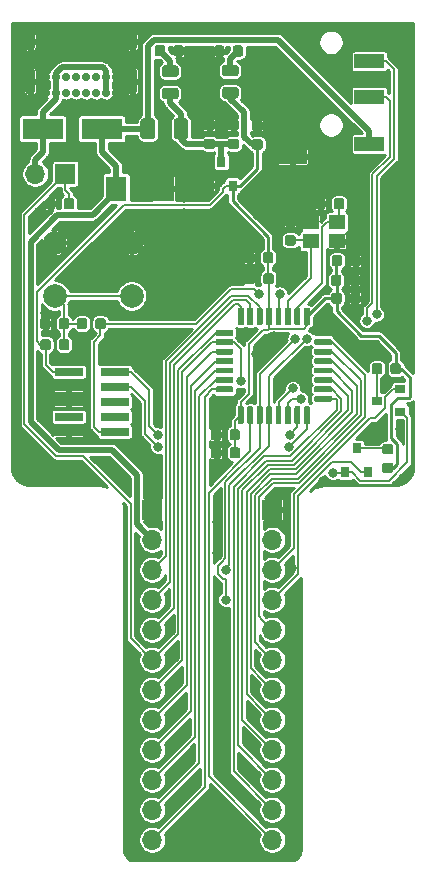
<source format=gbr>
G04 #@! TF.GenerationSoftware,KiCad,Pcbnew,5.1.5*
G04 #@! TF.CreationDate,2020-02-17T14:33:41-05:00*
G04 #@! TF.ProjectId,stm32,73746d33-322e-46b6-9963-61645f706362,B*
G04 #@! TF.SameCoordinates,Original*
G04 #@! TF.FileFunction,Copper,L1,Top*
G04 #@! TF.FilePolarity,Positive*
%FSLAX46Y46*%
G04 Gerber Fmt 4.6, Leading zero omitted, Abs format (unit mm)*
G04 Created by KiCad (PCBNEW 5.1.5) date 2020-02-17 14:33:41*
%MOMM*%
%LPD*%
G04 APERTURE LIST*
%ADD10R,1.700000X1.700000*%
%ADD11O,1.700000X1.700000*%
%ADD12C,0.100000*%
%ADD13R,3.500000X1.800000*%
%ADD14R,2.400000X0.740000*%
%ADD15R,2.500000X1.200000*%
%ADD16C,0.700000*%
%ADD17O,0.900000X2.400000*%
%ADD18O,0.900000X1.700000*%
%ADD19R,0.800000X0.900000*%
%ADD20R,0.900000X0.800000*%
%ADD21C,2.000000*%
%ADD22R,1.400000X1.200000*%
%ADD23R,1.778000X2.159000*%
%ADD24C,0.800000*%
%ADD25C,0.508000*%
%ADD26C,0.152400*%
%ADD27C,0.254000*%
G04 APERTURE END LIST*
D10*
X132715000Y-101600000D03*
D11*
X132715000Y-104140000D03*
X132715000Y-106680000D03*
X132715000Y-109220000D03*
X132715000Y-111760000D03*
X132715000Y-114300000D03*
X132715000Y-116840000D03*
X132715000Y-119380000D03*
X132715000Y-121920000D03*
X132715000Y-124460000D03*
X132715000Y-127000000D03*
X132715000Y-129540000D03*
G04 #@! TA.AperFunction,SMDPad,CuDef*
D12*
G36*
X135779252Y-84483602D02*
G01*
X135791386Y-84485402D01*
X135803286Y-84488382D01*
X135814835Y-84492515D01*
X135825925Y-84497760D01*
X135836446Y-84504066D01*
X135846299Y-84511374D01*
X135855388Y-84519612D01*
X135863626Y-84528701D01*
X135870934Y-84538554D01*
X135877240Y-84549075D01*
X135882485Y-84560165D01*
X135886618Y-84571714D01*
X135889598Y-84583614D01*
X135891398Y-84595748D01*
X135892000Y-84608000D01*
X135892000Y-85858000D01*
X135891398Y-85870252D01*
X135889598Y-85882386D01*
X135886618Y-85894286D01*
X135882485Y-85905835D01*
X135877240Y-85916925D01*
X135870934Y-85927446D01*
X135863626Y-85937299D01*
X135855388Y-85946388D01*
X135846299Y-85954626D01*
X135836446Y-85961934D01*
X135825925Y-85968240D01*
X135814835Y-85973485D01*
X135803286Y-85977618D01*
X135791386Y-85980598D01*
X135779252Y-85982398D01*
X135767000Y-85983000D01*
X135517000Y-85983000D01*
X135504748Y-85982398D01*
X135492614Y-85980598D01*
X135480714Y-85977618D01*
X135469165Y-85973485D01*
X135458075Y-85968240D01*
X135447554Y-85961934D01*
X135437701Y-85954626D01*
X135428612Y-85946388D01*
X135420374Y-85937299D01*
X135413066Y-85927446D01*
X135406760Y-85916925D01*
X135401515Y-85905835D01*
X135397382Y-85894286D01*
X135394402Y-85882386D01*
X135392602Y-85870252D01*
X135392000Y-85858000D01*
X135392000Y-84608000D01*
X135392602Y-84595748D01*
X135394402Y-84583614D01*
X135397382Y-84571714D01*
X135401515Y-84560165D01*
X135406760Y-84549075D01*
X135413066Y-84538554D01*
X135420374Y-84528701D01*
X135428612Y-84519612D01*
X135437701Y-84511374D01*
X135447554Y-84504066D01*
X135458075Y-84497760D01*
X135469165Y-84492515D01*
X135480714Y-84488382D01*
X135492614Y-84485402D01*
X135504748Y-84483602D01*
X135517000Y-84483000D01*
X135767000Y-84483000D01*
X135779252Y-84483602D01*
G37*
G04 #@! TD.AperFunction*
G04 #@! TA.AperFunction,SMDPad,CuDef*
G36*
X134979252Y-84483602D02*
G01*
X134991386Y-84485402D01*
X135003286Y-84488382D01*
X135014835Y-84492515D01*
X135025925Y-84497760D01*
X135036446Y-84504066D01*
X135046299Y-84511374D01*
X135055388Y-84519612D01*
X135063626Y-84528701D01*
X135070934Y-84538554D01*
X135077240Y-84549075D01*
X135082485Y-84560165D01*
X135086618Y-84571714D01*
X135089598Y-84583614D01*
X135091398Y-84595748D01*
X135092000Y-84608000D01*
X135092000Y-85858000D01*
X135091398Y-85870252D01*
X135089598Y-85882386D01*
X135086618Y-85894286D01*
X135082485Y-85905835D01*
X135077240Y-85916925D01*
X135070934Y-85927446D01*
X135063626Y-85937299D01*
X135055388Y-85946388D01*
X135046299Y-85954626D01*
X135036446Y-85961934D01*
X135025925Y-85968240D01*
X135014835Y-85973485D01*
X135003286Y-85977618D01*
X134991386Y-85980598D01*
X134979252Y-85982398D01*
X134967000Y-85983000D01*
X134717000Y-85983000D01*
X134704748Y-85982398D01*
X134692614Y-85980598D01*
X134680714Y-85977618D01*
X134669165Y-85973485D01*
X134658075Y-85968240D01*
X134647554Y-85961934D01*
X134637701Y-85954626D01*
X134628612Y-85946388D01*
X134620374Y-85937299D01*
X134613066Y-85927446D01*
X134606760Y-85916925D01*
X134601515Y-85905835D01*
X134597382Y-85894286D01*
X134594402Y-85882386D01*
X134592602Y-85870252D01*
X134592000Y-85858000D01*
X134592000Y-84608000D01*
X134592602Y-84595748D01*
X134594402Y-84583614D01*
X134597382Y-84571714D01*
X134601515Y-84560165D01*
X134606760Y-84549075D01*
X134613066Y-84538554D01*
X134620374Y-84528701D01*
X134628612Y-84519612D01*
X134637701Y-84511374D01*
X134647554Y-84504066D01*
X134658075Y-84497760D01*
X134669165Y-84492515D01*
X134680714Y-84488382D01*
X134692614Y-84485402D01*
X134704748Y-84483602D01*
X134717000Y-84483000D01*
X134967000Y-84483000D01*
X134979252Y-84483602D01*
G37*
G04 #@! TD.AperFunction*
G04 #@! TA.AperFunction,SMDPad,CuDef*
G36*
X134179252Y-84483602D02*
G01*
X134191386Y-84485402D01*
X134203286Y-84488382D01*
X134214835Y-84492515D01*
X134225925Y-84497760D01*
X134236446Y-84504066D01*
X134246299Y-84511374D01*
X134255388Y-84519612D01*
X134263626Y-84528701D01*
X134270934Y-84538554D01*
X134277240Y-84549075D01*
X134282485Y-84560165D01*
X134286618Y-84571714D01*
X134289598Y-84583614D01*
X134291398Y-84595748D01*
X134292000Y-84608000D01*
X134292000Y-85858000D01*
X134291398Y-85870252D01*
X134289598Y-85882386D01*
X134286618Y-85894286D01*
X134282485Y-85905835D01*
X134277240Y-85916925D01*
X134270934Y-85927446D01*
X134263626Y-85937299D01*
X134255388Y-85946388D01*
X134246299Y-85954626D01*
X134236446Y-85961934D01*
X134225925Y-85968240D01*
X134214835Y-85973485D01*
X134203286Y-85977618D01*
X134191386Y-85980598D01*
X134179252Y-85982398D01*
X134167000Y-85983000D01*
X133917000Y-85983000D01*
X133904748Y-85982398D01*
X133892614Y-85980598D01*
X133880714Y-85977618D01*
X133869165Y-85973485D01*
X133858075Y-85968240D01*
X133847554Y-85961934D01*
X133837701Y-85954626D01*
X133828612Y-85946388D01*
X133820374Y-85937299D01*
X133813066Y-85927446D01*
X133806760Y-85916925D01*
X133801515Y-85905835D01*
X133797382Y-85894286D01*
X133794402Y-85882386D01*
X133792602Y-85870252D01*
X133792000Y-85858000D01*
X133792000Y-84608000D01*
X133792602Y-84595748D01*
X133794402Y-84583614D01*
X133797382Y-84571714D01*
X133801515Y-84560165D01*
X133806760Y-84549075D01*
X133813066Y-84538554D01*
X133820374Y-84528701D01*
X133828612Y-84519612D01*
X133837701Y-84511374D01*
X133847554Y-84504066D01*
X133858075Y-84497760D01*
X133869165Y-84492515D01*
X133880714Y-84488382D01*
X133892614Y-84485402D01*
X133904748Y-84483602D01*
X133917000Y-84483000D01*
X134167000Y-84483000D01*
X134179252Y-84483602D01*
G37*
G04 #@! TD.AperFunction*
G04 #@! TA.AperFunction,SMDPad,CuDef*
G36*
X133379252Y-84483602D02*
G01*
X133391386Y-84485402D01*
X133403286Y-84488382D01*
X133414835Y-84492515D01*
X133425925Y-84497760D01*
X133436446Y-84504066D01*
X133446299Y-84511374D01*
X133455388Y-84519612D01*
X133463626Y-84528701D01*
X133470934Y-84538554D01*
X133477240Y-84549075D01*
X133482485Y-84560165D01*
X133486618Y-84571714D01*
X133489598Y-84583614D01*
X133491398Y-84595748D01*
X133492000Y-84608000D01*
X133492000Y-85858000D01*
X133491398Y-85870252D01*
X133489598Y-85882386D01*
X133486618Y-85894286D01*
X133482485Y-85905835D01*
X133477240Y-85916925D01*
X133470934Y-85927446D01*
X133463626Y-85937299D01*
X133455388Y-85946388D01*
X133446299Y-85954626D01*
X133436446Y-85961934D01*
X133425925Y-85968240D01*
X133414835Y-85973485D01*
X133403286Y-85977618D01*
X133391386Y-85980598D01*
X133379252Y-85982398D01*
X133367000Y-85983000D01*
X133117000Y-85983000D01*
X133104748Y-85982398D01*
X133092614Y-85980598D01*
X133080714Y-85977618D01*
X133069165Y-85973485D01*
X133058075Y-85968240D01*
X133047554Y-85961934D01*
X133037701Y-85954626D01*
X133028612Y-85946388D01*
X133020374Y-85937299D01*
X133013066Y-85927446D01*
X133006760Y-85916925D01*
X133001515Y-85905835D01*
X132997382Y-85894286D01*
X132994402Y-85882386D01*
X132992602Y-85870252D01*
X132992000Y-85858000D01*
X132992000Y-84608000D01*
X132992602Y-84595748D01*
X132994402Y-84583614D01*
X132997382Y-84571714D01*
X133001515Y-84560165D01*
X133006760Y-84549075D01*
X133013066Y-84538554D01*
X133020374Y-84528701D01*
X133028612Y-84519612D01*
X133037701Y-84511374D01*
X133047554Y-84504066D01*
X133058075Y-84497760D01*
X133069165Y-84492515D01*
X133080714Y-84488382D01*
X133092614Y-84485402D01*
X133104748Y-84483602D01*
X133117000Y-84483000D01*
X133367000Y-84483000D01*
X133379252Y-84483602D01*
G37*
G04 #@! TD.AperFunction*
G04 #@! TA.AperFunction,SMDPad,CuDef*
G36*
X132579252Y-84483602D02*
G01*
X132591386Y-84485402D01*
X132603286Y-84488382D01*
X132614835Y-84492515D01*
X132625925Y-84497760D01*
X132636446Y-84504066D01*
X132646299Y-84511374D01*
X132655388Y-84519612D01*
X132663626Y-84528701D01*
X132670934Y-84538554D01*
X132677240Y-84549075D01*
X132682485Y-84560165D01*
X132686618Y-84571714D01*
X132689598Y-84583614D01*
X132691398Y-84595748D01*
X132692000Y-84608000D01*
X132692000Y-85858000D01*
X132691398Y-85870252D01*
X132689598Y-85882386D01*
X132686618Y-85894286D01*
X132682485Y-85905835D01*
X132677240Y-85916925D01*
X132670934Y-85927446D01*
X132663626Y-85937299D01*
X132655388Y-85946388D01*
X132646299Y-85954626D01*
X132636446Y-85961934D01*
X132625925Y-85968240D01*
X132614835Y-85973485D01*
X132603286Y-85977618D01*
X132591386Y-85980598D01*
X132579252Y-85982398D01*
X132567000Y-85983000D01*
X132317000Y-85983000D01*
X132304748Y-85982398D01*
X132292614Y-85980598D01*
X132280714Y-85977618D01*
X132269165Y-85973485D01*
X132258075Y-85968240D01*
X132247554Y-85961934D01*
X132237701Y-85954626D01*
X132228612Y-85946388D01*
X132220374Y-85937299D01*
X132213066Y-85927446D01*
X132206760Y-85916925D01*
X132201515Y-85905835D01*
X132197382Y-85894286D01*
X132194402Y-85882386D01*
X132192602Y-85870252D01*
X132192000Y-85858000D01*
X132192000Y-84608000D01*
X132192602Y-84595748D01*
X132194402Y-84583614D01*
X132197382Y-84571714D01*
X132201515Y-84560165D01*
X132206760Y-84549075D01*
X132213066Y-84538554D01*
X132220374Y-84528701D01*
X132228612Y-84519612D01*
X132237701Y-84511374D01*
X132247554Y-84504066D01*
X132258075Y-84497760D01*
X132269165Y-84492515D01*
X132280714Y-84488382D01*
X132292614Y-84485402D01*
X132304748Y-84483602D01*
X132317000Y-84483000D01*
X132567000Y-84483000D01*
X132579252Y-84483602D01*
G37*
G04 #@! TD.AperFunction*
G04 #@! TA.AperFunction,SMDPad,CuDef*
G36*
X131779252Y-84483602D02*
G01*
X131791386Y-84485402D01*
X131803286Y-84488382D01*
X131814835Y-84492515D01*
X131825925Y-84497760D01*
X131836446Y-84504066D01*
X131846299Y-84511374D01*
X131855388Y-84519612D01*
X131863626Y-84528701D01*
X131870934Y-84538554D01*
X131877240Y-84549075D01*
X131882485Y-84560165D01*
X131886618Y-84571714D01*
X131889598Y-84583614D01*
X131891398Y-84595748D01*
X131892000Y-84608000D01*
X131892000Y-85858000D01*
X131891398Y-85870252D01*
X131889598Y-85882386D01*
X131886618Y-85894286D01*
X131882485Y-85905835D01*
X131877240Y-85916925D01*
X131870934Y-85927446D01*
X131863626Y-85937299D01*
X131855388Y-85946388D01*
X131846299Y-85954626D01*
X131836446Y-85961934D01*
X131825925Y-85968240D01*
X131814835Y-85973485D01*
X131803286Y-85977618D01*
X131791386Y-85980598D01*
X131779252Y-85982398D01*
X131767000Y-85983000D01*
X131517000Y-85983000D01*
X131504748Y-85982398D01*
X131492614Y-85980598D01*
X131480714Y-85977618D01*
X131469165Y-85973485D01*
X131458075Y-85968240D01*
X131447554Y-85961934D01*
X131437701Y-85954626D01*
X131428612Y-85946388D01*
X131420374Y-85937299D01*
X131413066Y-85927446D01*
X131406760Y-85916925D01*
X131401515Y-85905835D01*
X131397382Y-85894286D01*
X131394402Y-85882386D01*
X131392602Y-85870252D01*
X131392000Y-85858000D01*
X131392000Y-84608000D01*
X131392602Y-84595748D01*
X131394402Y-84583614D01*
X131397382Y-84571714D01*
X131401515Y-84560165D01*
X131406760Y-84549075D01*
X131413066Y-84538554D01*
X131420374Y-84528701D01*
X131428612Y-84519612D01*
X131437701Y-84511374D01*
X131447554Y-84504066D01*
X131458075Y-84497760D01*
X131469165Y-84492515D01*
X131480714Y-84488382D01*
X131492614Y-84485402D01*
X131504748Y-84483602D01*
X131517000Y-84483000D01*
X131767000Y-84483000D01*
X131779252Y-84483602D01*
G37*
G04 #@! TD.AperFunction*
G04 #@! TA.AperFunction,SMDPad,CuDef*
G36*
X130979252Y-84483602D02*
G01*
X130991386Y-84485402D01*
X131003286Y-84488382D01*
X131014835Y-84492515D01*
X131025925Y-84497760D01*
X131036446Y-84504066D01*
X131046299Y-84511374D01*
X131055388Y-84519612D01*
X131063626Y-84528701D01*
X131070934Y-84538554D01*
X131077240Y-84549075D01*
X131082485Y-84560165D01*
X131086618Y-84571714D01*
X131089598Y-84583614D01*
X131091398Y-84595748D01*
X131092000Y-84608000D01*
X131092000Y-85858000D01*
X131091398Y-85870252D01*
X131089598Y-85882386D01*
X131086618Y-85894286D01*
X131082485Y-85905835D01*
X131077240Y-85916925D01*
X131070934Y-85927446D01*
X131063626Y-85937299D01*
X131055388Y-85946388D01*
X131046299Y-85954626D01*
X131036446Y-85961934D01*
X131025925Y-85968240D01*
X131014835Y-85973485D01*
X131003286Y-85977618D01*
X130991386Y-85980598D01*
X130979252Y-85982398D01*
X130967000Y-85983000D01*
X130717000Y-85983000D01*
X130704748Y-85982398D01*
X130692614Y-85980598D01*
X130680714Y-85977618D01*
X130669165Y-85973485D01*
X130658075Y-85968240D01*
X130647554Y-85961934D01*
X130637701Y-85954626D01*
X130628612Y-85946388D01*
X130620374Y-85937299D01*
X130613066Y-85927446D01*
X130606760Y-85916925D01*
X130601515Y-85905835D01*
X130597382Y-85894286D01*
X130594402Y-85882386D01*
X130592602Y-85870252D01*
X130592000Y-85858000D01*
X130592000Y-84608000D01*
X130592602Y-84595748D01*
X130594402Y-84583614D01*
X130597382Y-84571714D01*
X130601515Y-84560165D01*
X130606760Y-84549075D01*
X130613066Y-84538554D01*
X130620374Y-84528701D01*
X130628612Y-84519612D01*
X130637701Y-84511374D01*
X130647554Y-84504066D01*
X130658075Y-84497760D01*
X130669165Y-84492515D01*
X130680714Y-84488382D01*
X130692614Y-84485402D01*
X130704748Y-84483602D01*
X130717000Y-84483000D01*
X130967000Y-84483000D01*
X130979252Y-84483602D01*
G37*
G04 #@! TD.AperFunction*
G04 #@! TA.AperFunction,SMDPad,CuDef*
G36*
X130179252Y-84483602D02*
G01*
X130191386Y-84485402D01*
X130203286Y-84488382D01*
X130214835Y-84492515D01*
X130225925Y-84497760D01*
X130236446Y-84504066D01*
X130246299Y-84511374D01*
X130255388Y-84519612D01*
X130263626Y-84528701D01*
X130270934Y-84538554D01*
X130277240Y-84549075D01*
X130282485Y-84560165D01*
X130286618Y-84571714D01*
X130289598Y-84583614D01*
X130291398Y-84595748D01*
X130292000Y-84608000D01*
X130292000Y-85858000D01*
X130291398Y-85870252D01*
X130289598Y-85882386D01*
X130286618Y-85894286D01*
X130282485Y-85905835D01*
X130277240Y-85916925D01*
X130270934Y-85927446D01*
X130263626Y-85937299D01*
X130255388Y-85946388D01*
X130246299Y-85954626D01*
X130236446Y-85961934D01*
X130225925Y-85968240D01*
X130214835Y-85973485D01*
X130203286Y-85977618D01*
X130191386Y-85980598D01*
X130179252Y-85982398D01*
X130167000Y-85983000D01*
X129917000Y-85983000D01*
X129904748Y-85982398D01*
X129892614Y-85980598D01*
X129880714Y-85977618D01*
X129869165Y-85973485D01*
X129858075Y-85968240D01*
X129847554Y-85961934D01*
X129837701Y-85954626D01*
X129828612Y-85946388D01*
X129820374Y-85937299D01*
X129813066Y-85927446D01*
X129806760Y-85916925D01*
X129801515Y-85905835D01*
X129797382Y-85894286D01*
X129794402Y-85882386D01*
X129792602Y-85870252D01*
X129792000Y-85858000D01*
X129792000Y-84608000D01*
X129792602Y-84595748D01*
X129794402Y-84583614D01*
X129797382Y-84571714D01*
X129801515Y-84560165D01*
X129806760Y-84549075D01*
X129813066Y-84538554D01*
X129820374Y-84528701D01*
X129828612Y-84519612D01*
X129837701Y-84511374D01*
X129847554Y-84504066D01*
X129858075Y-84497760D01*
X129869165Y-84492515D01*
X129880714Y-84488382D01*
X129892614Y-84485402D01*
X129904748Y-84483602D01*
X129917000Y-84483000D01*
X130167000Y-84483000D01*
X130179252Y-84483602D01*
G37*
G04 #@! TD.AperFunction*
G04 #@! TA.AperFunction,SMDPad,CuDef*
G36*
X129304252Y-86358602D02*
G01*
X129316386Y-86360402D01*
X129328286Y-86363382D01*
X129339835Y-86367515D01*
X129350925Y-86372760D01*
X129361446Y-86379066D01*
X129371299Y-86386374D01*
X129380388Y-86394612D01*
X129388626Y-86403701D01*
X129395934Y-86413554D01*
X129402240Y-86424075D01*
X129407485Y-86435165D01*
X129411618Y-86446714D01*
X129414598Y-86458614D01*
X129416398Y-86470748D01*
X129417000Y-86483000D01*
X129417000Y-86733000D01*
X129416398Y-86745252D01*
X129414598Y-86757386D01*
X129411618Y-86769286D01*
X129407485Y-86780835D01*
X129402240Y-86791925D01*
X129395934Y-86802446D01*
X129388626Y-86812299D01*
X129380388Y-86821388D01*
X129371299Y-86829626D01*
X129361446Y-86836934D01*
X129350925Y-86843240D01*
X129339835Y-86848485D01*
X129328286Y-86852618D01*
X129316386Y-86855598D01*
X129304252Y-86857398D01*
X129292000Y-86858000D01*
X128042000Y-86858000D01*
X128029748Y-86857398D01*
X128017614Y-86855598D01*
X128005714Y-86852618D01*
X127994165Y-86848485D01*
X127983075Y-86843240D01*
X127972554Y-86836934D01*
X127962701Y-86829626D01*
X127953612Y-86821388D01*
X127945374Y-86812299D01*
X127938066Y-86802446D01*
X127931760Y-86791925D01*
X127926515Y-86780835D01*
X127922382Y-86769286D01*
X127919402Y-86757386D01*
X127917602Y-86745252D01*
X127917000Y-86733000D01*
X127917000Y-86483000D01*
X127917602Y-86470748D01*
X127919402Y-86458614D01*
X127922382Y-86446714D01*
X127926515Y-86435165D01*
X127931760Y-86424075D01*
X127938066Y-86413554D01*
X127945374Y-86403701D01*
X127953612Y-86394612D01*
X127962701Y-86386374D01*
X127972554Y-86379066D01*
X127983075Y-86372760D01*
X127994165Y-86367515D01*
X128005714Y-86363382D01*
X128017614Y-86360402D01*
X128029748Y-86358602D01*
X128042000Y-86358000D01*
X129292000Y-86358000D01*
X129304252Y-86358602D01*
G37*
G04 #@! TD.AperFunction*
G04 #@! TA.AperFunction,SMDPad,CuDef*
G36*
X129304252Y-87158602D02*
G01*
X129316386Y-87160402D01*
X129328286Y-87163382D01*
X129339835Y-87167515D01*
X129350925Y-87172760D01*
X129361446Y-87179066D01*
X129371299Y-87186374D01*
X129380388Y-87194612D01*
X129388626Y-87203701D01*
X129395934Y-87213554D01*
X129402240Y-87224075D01*
X129407485Y-87235165D01*
X129411618Y-87246714D01*
X129414598Y-87258614D01*
X129416398Y-87270748D01*
X129417000Y-87283000D01*
X129417000Y-87533000D01*
X129416398Y-87545252D01*
X129414598Y-87557386D01*
X129411618Y-87569286D01*
X129407485Y-87580835D01*
X129402240Y-87591925D01*
X129395934Y-87602446D01*
X129388626Y-87612299D01*
X129380388Y-87621388D01*
X129371299Y-87629626D01*
X129361446Y-87636934D01*
X129350925Y-87643240D01*
X129339835Y-87648485D01*
X129328286Y-87652618D01*
X129316386Y-87655598D01*
X129304252Y-87657398D01*
X129292000Y-87658000D01*
X128042000Y-87658000D01*
X128029748Y-87657398D01*
X128017614Y-87655598D01*
X128005714Y-87652618D01*
X127994165Y-87648485D01*
X127983075Y-87643240D01*
X127972554Y-87636934D01*
X127962701Y-87629626D01*
X127953612Y-87621388D01*
X127945374Y-87612299D01*
X127938066Y-87602446D01*
X127931760Y-87591925D01*
X127926515Y-87580835D01*
X127922382Y-87569286D01*
X127919402Y-87557386D01*
X127917602Y-87545252D01*
X127917000Y-87533000D01*
X127917000Y-87283000D01*
X127917602Y-87270748D01*
X127919402Y-87258614D01*
X127922382Y-87246714D01*
X127926515Y-87235165D01*
X127931760Y-87224075D01*
X127938066Y-87213554D01*
X127945374Y-87203701D01*
X127953612Y-87194612D01*
X127962701Y-87186374D01*
X127972554Y-87179066D01*
X127983075Y-87172760D01*
X127994165Y-87167515D01*
X128005714Y-87163382D01*
X128017614Y-87160402D01*
X128029748Y-87158602D01*
X128042000Y-87158000D01*
X129292000Y-87158000D01*
X129304252Y-87158602D01*
G37*
G04 #@! TD.AperFunction*
G04 #@! TA.AperFunction,SMDPad,CuDef*
G36*
X129304252Y-87958602D02*
G01*
X129316386Y-87960402D01*
X129328286Y-87963382D01*
X129339835Y-87967515D01*
X129350925Y-87972760D01*
X129361446Y-87979066D01*
X129371299Y-87986374D01*
X129380388Y-87994612D01*
X129388626Y-88003701D01*
X129395934Y-88013554D01*
X129402240Y-88024075D01*
X129407485Y-88035165D01*
X129411618Y-88046714D01*
X129414598Y-88058614D01*
X129416398Y-88070748D01*
X129417000Y-88083000D01*
X129417000Y-88333000D01*
X129416398Y-88345252D01*
X129414598Y-88357386D01*
X129411618Y-88369286D01*
X129407485Y-88380835D01*
X129402240Y-88391925D01*
X129395934Y-88402446D01*
X129388626Y-88412299D01*
X129380388Y-88421388D01*
X129371299Y-88429626D01*
X129361446Y-88436934D01*
X129350925Y-88443240D01*
X129339835Y-88448485D01*
X129328286Y-88452618D01*
X129316386Y-88455598D01*
X129304252Y-88457398D01*
X129292000Y-88458000D01*
X128042000Y-88458000D01*
X128029748Y-88457398D01*
X128017614Y-88455598D01*
X128005714Y-88452618D01*
X127994165Y-88448485D01*
X127983075Y-88443240D01*
X127972554Y-88436934D01*
X127962701Y-88429626D01*
X127953612Y-88421388D01*
X127945374Y-88412299D01*
X127938066Y-88402446D01*
X127931760Y-88391925D01*
X127926515Y-88380835D01*
X127922382Y-88369286D01*
X127919402Y-88357386D01*
X127917602Y-88345252D01*
X127917000Y-88333000D01*
X127917000Y-88083000D01*
X127917602Y-88070748D01*
X127919402Y-88058614D01*
X127922382Y-88046714D01*
X127926515Y-88035165D01*
X127931760Y-88024075D01*
X127938066Y-88013554D01*
X127945374Y-88003701D01*
X127953612Y-87994612D01*
X127962701Y-87986374D01*
X127972554Y-87979066D01*
X127983075Y-87972760D01*
X127994165Y-87967515D01*
X128005714Y-87963382D01*
X128017614Y-87960402D01*
X128029748Y-87958602D01*
X128042000Y-87958000D01*
X129292000Y-87958000D01*
X129304252Y-87958602D01*
G37*
G04 #@! TD.AperFunction*
G04 #@! TA.AperFunction,SMDPad,CuDef*
G36*
X129304252Y-88758602D02*
G01*
X129316386Y-88760402D01*
X129328286Y-88763382D01*
X129339835Y-88767515D01*
X129350925Y-88772760D01*
X129361446Y-88779066D01*
X129371299Y-88786374D01*
X129380388Y-88794612D01*
X129388626Y-88803701D01*
X129395934Y-88813554D01*
X129402240Y-88824075D01*
X129407485Y-88835165D01*
X129411618Y-88846714D01*
X129414598Y-88858614D01*
X129416398Y-88870748D01*
X129417000Y-88883000D01*
X129417000Y-89133000D01*
X129416398Y-89145252D01*
X129414598Y-89157386D01*
X129411618Y-89169286D01*
X129407485Y-89180835D01*
X129402240Y-89191925D01*
X129395934Y-89202446D01*
X129388626Y-89212299D01*
X129380388Y-89221388D01*
X129371299Y-89229626D01*
X129361446Y-89236934D01*
X129350925Y-89243240D01*
X129339835Y-89248485D01*
X129328286Y-89252618D01*
X129316386Y-89255598D01*
X129304252Y-89257398D01*
X129292000Y-89258000D01*
X128042000Y-89258000D01*
X128029748Y-89257398D01*
X128017614Y-89255598D01*
X128005714Y-89252618D01*
X127994165Y-89248485D01*
X127983075Y-89243240D01*
X127972554Y-89236934D01*
X127962701Y-89229626D01*
X127953612Y-89221388D01*
X127945374Y-89212299D01*
X127938066Y-89202446D01*
X127931760Y-89191925D01*
X127926515Y-89180835D01*
X127922382Y-89169286D01*
X127919402Y-89157386D01*
X127917602Y-89145252D01*
X127917000Y-89133000D01*
X127917000Y-88883000D01*
X127917602Y-88870748D01*
X127919402Y-88858614D01*
X127922382Y-88846714D01*
X127926515Y-88835165D01*
X127931760Y-88824075D01*
X127938066Y-88813554D01*
X127945374Y-88803701D01*
X127953612Y-88794612D01*
X127962701Y-88786374D01*
X127972554Y-88779066D01*
X127983075Y-88772760D01*
X127994165Y-88767515D01*
X128005714Y-88763382D01*
X128017614Y-88760402D01*
X128029748Y-88758602D01*
X128042000Y-88758000D01*
X129292000Y-88758000D01*
X129304252Y-88758602D01*
G37*
G04 #@! TD.AperFunction*
G04 #@! TA.AperFunction,SMDPad,CuDef*
G36*
X129304252Y-89558602D02*
G01*
X129316386Y-89560402D01*
X129328286Y-89563382D01*
X129339835Y-89567515D01*
X129350925Y-89572760D01*
X129361446Y-89579066D01*
X129371299Y-89586374D01*
X129380388Y-89594612D01*
X129388626Y-89603701D01*
X129395934Y-89613554D01*
X129402240Y-89624075D01*
X129407485Y-89635165D01*
X129411618Y-89646714D01*
X129414598Y-89658614D01*
X129416398Y-89670748D01*
X129417000Y-89683000D01*
X129417000Y-89933000D01*
X129416398Y-89945252D01*
X129414598Y-89957386D01*
X129411618Y-89969286D01*
X129407485Y-89980835D01*
X129402240Y-89991925D01*
X129395934Y-90002446D01*
X129388626Y-90012299D01*
X129380388Y-90021388D01*
X129371299Y-90029626D01*
X129361446Y-90036934D01*
X129350925Y-90043240D01*
X129339835Y-90048485D01*
X129328286Y-90052618D01*
X129316386Y-90055598D01*
X129304252Y-90057398D01*
X129292000Y-90058000D01*
X128042000Y-90058000D01*
X128029748Y-90057398D01*
X128017614Y-90055598D01*
X128005714Y-90052618D01*
X127994165Y-90048485D01*
X127983075Y-90043240D01*
X127972554Y-90036934D01*
X127962701Y-90029626D01*
X127953612Y-90021388D01*
X127945374Y-90012299D01*
X127938066Y-90002446D01*
X127931760Y-89991925D01*
X127926515Y-89980835D01*
X127922382Y-89969286D01*
X127919402Y-89957386D01*
X127917602Y-89945252D01*
X127917000Y-89933000D01*
X127917000Y-89683000D01*
X127917602Y-89670748D01*
X127919402Y-89658614D01*
X127922382Y-89646714D01*
X127926515Y-89635165D01*
X127931760Y-89624075D01*
X127938066Y-89613554D01*
X127945374Y-89603701D01*
X127953612Y-89594612D01*
X127962701Y-89586374D01*
X127972554Y-89579066D01*
X127983075Y-89572760D01*
X127994165Y-89567515D01*
X128005714Y-89563382D01*
X128017614Y-89560402D01*
X128029748Y-89558602D01*
X128042000Y-89558000D01*
X129292000Y-89558000D01*
X129304252Y-89558602D01*
G37*
G04 #@! TD.AperFunction*
G04 #@! TA.AperFunction,SMDPad,CuDef*
G36*
X129304252Y-90358602D02*
G01*
X129316386Y-90360402D01*
X129328286Y-90363382D01*
X129339835Y-90367515D01*
X129350925Y-90372760D01*
X129361446Y-90379066D01*
X129371299Y-90386374D01*
X129380388Y-90394612D01*
X129388626Y-90403701D01*
X129395934Y-90413554D01*
X129402240Y-90424075D01*
X129407485Y-90435165D01*
X129411618Y-90446714D01*
X129414598Y-90458614D01*
X129416398Y-90470748D01*
X129417000Y-90483000D01*
X129417000Y-90733000D01*
X129416398Y-90745252D01*
X129414598Y-90757386D01*
X129411618Y-90769286D01*
X129407485Y-90780835D01*
X129402240Y-90791925D01*
X129395934Y-90802446D01*
X129388626Y-90812299D01*
X129380388Y-90821388D01*
X129371299Y-90829626D01*
X129361446Y-90836934D01*
X129350925Y-90843240D01*
X129339835Y-90848485D01*
X129328286Y-90852618D01*
X129316386Y-90855598D01*
X129304252Y-90857398D01*
X129292000Y-90858000D01*
X128042000Y-90858000D01*
X128029748Y-90857398D01*
X128017614Y-90855598D01*
X128005714Y-90852618D01*
X127994165Y-90848485D01*
X127983075Y-90843240D01*
X127972554Y-90836934D01*
X127962701Y-90829626D01*
X127953612Y-90821388D01*
X127945374Y-90812299D01*
X127938066Y-90802446D01*
X127931760Y-90791925D01*
X127926515Y-90780835D01*
X127922382Y-90769286D01*
X127919402Y-90757386D01*
X127917602Y-90745252D01*
X127917000Y-90733000D01*
X127917000Y-90483000D01*
X127917602Y-90470748D01*
X127919402Y-90458614D01*
X127922382Y-90446714D01*
X127926515Y-90435165D01*
X127931760Y-90424075D01*
X127938066Y-90413554D01*
X127945374Y-90403701D01*
X127953612Y-90394612D01*
X127962701Y-90386374D01*
X127972554Y-90379066D01*
X127983075Y-90372760D01*
X127994165Y-90367515D01*
X128005714Y-90363382D01*
X128017614Y-90360402D01*
X128029748Y-90358602D01*
X128042000Y-90358000D01*
X129292000Y-90358000D01*
X129304252Y-90358602D01*
G37*
G04 #@! TD.AperFunction*
G04 #@! TA.AperFunction,SMDPad,CuDef*
G36*
X129304252Y-91158602D02*
G01*
X129316386Y-91160402D01*
X129328286Y-91163382D01*
X129339835Y-91167515D01*
X129350925Y-91172760D01*
X129361446Y-91179066D01*
X129371299Y-91186374D01*
X129380388Y-91194612D01*
X129388626Y-91203701D01*
X129395934Y-91213554D01*
X129402240Y-91224075D01*
X129407485Y-91235165D01*
X129411618Y-91246714D01*
X129414598Y-91258614D01*
X129416398Y-91270748D01*
X129417000Y-91283000D01*
X129417000Y-91533000D01*
X129416398Y-91545252D01*
X129414598Y-91557386D01*
X129411618Y-91569286D01*
X129407485Y-91580835D01*
X129402240Y-91591925D01*
X129395934Y-91602446D01*
X129388626Y-91612299D01*
X129380388Y-91621388D01*
X129371299Y-91629626D01*
X129361446Y-91636934D01*
X129350925Y-91643240D01*
X129339835Y-91648485D01*
X129328286Y-91652618D01*
X129316386Y-91655598D01*
X129304252Y-91657398D01*
X129292000Y-91658000D01*
X128042000Y-91658000D01*
X128029748Y-91657398D01*
X128017614Y-91655598D01*
X128005714Y-91652618D01*
X127994165Y-91648485D01*
X127983075Y-91643240D01*
X127972554Y-91636934D01*
X127962701Y-91629626D01*
X127953612Y-91621388D01*
X127945374Y-91612299D01*
X127938066Y-91602446D01*
X127931760Y-91591925D01*
X127926515Y-91580835D01*
X127922382Y-91569286D01*
X127919402Y-91557386D01*
X127917602Y-91545252D01*
X127917000Y-91533000D01*
X127917000Y-91283000D01*
X127917602Y-91270748D01*
X127919402Y-91258614D01*
X127922382Y-91246714D01*
X127926515Y-91235165D01*
X127931760Y-91224075D01*
X127938066Y-91213554D01*
X127945374Y-91203701D01*
X127953612Y-91194612D01*
X127962701Y-91186374D01*
X127972554Y-91179066D01*
X127983075Y-91172760D01*
X127994165Y-91167515D01*
X128005714Y-91163382D01*
X128017614Y-91160402D01*
X128029748Y-91158602D01*
X128042000Y-91158000D01*
X129292000Y-91158000D01*
X129304252Y-91158602D01*
G37*
G04 #@! TD.AperFunction*
G04 #@! TA.AperFunction,SMDPad,CuDef*
G36*
X129304252Y-91958602D02*
G01*
X129316386Y-91960402D01*
X129328286Y-91963382D01*
X129339835Y-91967515D01*
X129350925Y-91972760D01*
X129361446Y-91979066D01*
X129371299Y-91986374D01*
X129380388Y-91994612D01*
X129388626Y-92003701D01*
X129395934Y-92013554D01*
X129402240Y-92024075D01*
X129407485Y-92035165D01*
X129411618Y-92046714D01*
X129414598Y-92058614D01*
X129416398Y-92070748D01*
X129417000Y-92083000D01*
X129417000Y-92333000D01*
X129416398Y-92345252D01*
X129414598Y-92357386D01*
X129411618Y-92369286D01*
X129407485Y-92380835D01*
X129402240Y-92391925D01*
X129395934Y-92402446D01*
X129388626Y-92412299D01*
X129380388Y-92421388D01*
X129371299Y-92429626D01*
X129361446Y-92436934D01*
X129350925Y-92443240D01*
X129339835Y-92448485D01*
X129328286Y-92452618D01*
X129316386Y-92455598D01*
X129304252Y-92457398D01*
X129292000Y-92458000D01*
X128042000Y-92458000D01*
X128029748Y-92457398D01*
X128017614Y-92455598D01*
X128005714Y-92452618D01*
X127994165Y-92448485D01*
X127983075Y-92443240D01*
X127972554Y-92436934D01*
X127962701Y-92429626D01*
X127953612Y-92421388D01*
X127945374Y-92412299D01*
X127938066Y-92402446D01*
X127931760Y-92391925D01*
X127926515Y-92380835D01*
X127922382Y-92369286D01*
X127919402Y-92357386D01*
X127917602Y-92345252D01*
X127917000Y-92333000D01*
X127917000Y-92083000D01*
X127917602Y-92070748D01*
X127919402Y-92058614D01*
X127922382Y-92046714D01*
X127926515Y-92035165D01*
X127931760Y-92024075D01*
X127938066Y-92013554D01*
X127945374Y-92003701D01*
X127953612Y-91994612D01*
X127962701Y-91986374D01*
X127972554Y-91979066D01*
X127983075Y-91972760D01*
X127994165Y-91967515D01*
X128005714Y-91963382D01*
X128017614Y-91960402D01*
X128029748Y-91958602D01*
X128042000Y-91958000D01*
X129292000Y-91958000D01*
X129304252Y-91958602D01*
G37*
G04 #@! TD.AperFunction*
G04 #@! TA.AperFunction,SMDPad,CuDef*
G36*
X130179252Y-92833602D02*
G01*
X130191386Y-92835402D01*
X130203286Y-92838382D01*
X130214835Y-92842515D01*
X130225925Y-92847760D01*
X130236446Y-92854066D01*
X130246299Y-92861374D01*
X130255388Y-92869612D01*
X130263626Y-92878701D01*
X130270934Y-92888554D01*
X130277240Y-92899075D01*
X130282485Y-92910165D01*
X130286618Y-92921714D01*
X130289598Y-92933614D01*
X130291398Y-92945748D01*
X130292000Y-92958000D01*
X130292000Y-94208000D01*
X130291398Y-94220252D01*
X130289598Y-94232386D01*
X130286618Y-94244286D01*
X130282485Y-94255835D01*
X130277240Y-94266925D01*
X130270934Y-94277446D01*
X130263626Y-94287299D01*
X130255388Y-94296388D01*
X130246299Y-94304626D01*
X130236446Y-94311934D01*
X130225925Y-94318240D01*
X130214835Y-94323485D01*
X130203286Y-94327618D01*
X130191386Y-94330598D01*
X130179252Y-94332398D01*
X130167000Y-94333000D01*
X129917000Y-94333000D01*
X129904748Y-94332398D01*
X129892614Y-94330598D01*
X129880714Y-94327618D01*
X129869165Y-94323485D01*
X129858075Y-94318240D01*
X129847554Y-94311934D01*
X129837701Y-94304626D01*
X129828612Y-94296388D01*
X129820374Y-94287299D01*
X129813066Y-94277446D01*
X129806760Y-94266925D01*
X129801515Y-94255835D01*
X129797382Y-94244286D01*
X129794402Y-94232386D01*
X129792602Y-94220252D01*
X129792000Y-94208000D01*
X129792000Y-92958000D01*
X129792602Y-92945748D01*
X129794402Y-92933614D01*
X129797382Y-92921714D01*
X129801515Y-92910165D01*
X129806760Y-92899075D01*
X129813066Y-92888554D01*
X129820374Y-92878701D01*
X129828612Y-92869612D01*
X129837701Y-92861374D01*
X129847554Y-92854066D01*
X129858075Y-92847760D01*
X129869165Y-92842515D01*
X129880714Y-92838382D01*
X129892614Y-92835402D01*
X129904748Y-92833602D01*
X129917000Y-92833000D01*
X130167000Y-92833000D01*
X130179252Y-92833602D01*
G37*
G04 #@! TD.AperFunction*
G04 #@! TA.AperFunction,SMDPad,CuDef*
G36*
X130979252Y-92833602D02*
G01*
X130991386Y-92835402D01*
X131003286Y-92838382D01*
X131014835Y-92842515D01*
X131025925Y-92847760D01*
X131036446Y-92854066D01*
X131046299Y-92861374D01*
X131055388Y-92869612D01*
X131063626Y-92878701D01*
X131070934Y-92888554D01*
X131077240Y-92899075D01*
X131082485Y-92910165D01*
X131086618Y-92921714D01*
X131089598Y-92933614D01*
X131091398Y-92945748D01*
X131092000Y-92958000D01*
X131092000Y-94208000D01*
X131091398Y-94220252D01*
X131089598Y-94232386D01*
X131086618Y-94244286D01*
X131082485Y-94255835D01*
X131077240Y-94266925D01*
X131070934Y-94277446D01*
X131063626Y-94287299D01*
X131055388Y-94296388D01*
X131046299Y-94304626D01*
X131036446Y-94311934D01*
X131025925Y-94318240D01*
X131014835Y-94323485D01*
X131003286Y-94327618D01*
X130991386Y-94330598D01*
X130979252Y-94332398D01*
X130967000Y-94333000D01*
X130717000Y-94333000D01*
X130704748Y-94332398D01*
X130692614Y-94330598D01*
X130680714Y-94327618D01*
X130669165Y-94323485D01*
X130658075Y-94318240D01*
X130647554Y-94311934D01*
X130637701Y-94304626D01*
X130628612Y-94296388D01*
X130620374Y-94287299D01*
X130613066Y-94277446D01*
X130606760Y-94266925D01*
X130601515Y-94255835D01*
X130597382Y-94244286D01*
X130594402Y-94232386D01*
X130592602Y-94220252D01*
X130592000Y-94208000D01*
X130592000Y-92958000D01*
X130592602Y-92945748D01*
X130594402Y-92933614D01*
X130597382Y-92921714D01*
X130601515Y-92910165D01*
X130606760Y-92899075D01*
X130613066Y-92888554D01*
X130620374Y-92878701D01*
X130628612Y-92869612D01*
X130637701Y-92861374D01*
X130647554Y-92854066D01*
X130658075Y-92847760D01*
X130669165Y-92842515D01*
X130680714Y-92838382D01*
X130692614Y-92835402D01*
X130704748Y-92833602D01*
X130717000Y-92833000D01*
X130967000Y-92833000D01*
X130979252Y-92833602D01*
G37*
G04 #@! TD.AperFunction*
G04 #@! TA.AperFunction,SMDPad,CuDef*
G36*
X131779252Y-92833602D02*
G01*
X131791386Y-92835402D01*
X131803286Y-92838382D01*
X131814835Y-92842515D01*
X131825925Y-92847760D01*
X131836446Y-92854066D01*
X131846299Y-92861374D01*
X131855388Y-92869612D01*
X131863626Y-92878701D01*
X131870934Y-92888554D01*
X131877240Y-92899075D01*
X131882485Y-92910165D01*
X131886618Y-92921714D01*
X131889598Y-92933614D01*
X131891398Y-92945748D01*
X131892000Y-92958000D01*
X131892000Y-94208000D01*
X131891398Y-94220252D01*
X131889598Y-94232386D01*
X131886618Y-94244286D01*
X131882485Y-94255835D01*
X131877240Y-94266925D01*
X131870934Y-94277446D01*
X131863626Y-94287299D01*
X131855388Y-94296388D01*
X131846299Y-94304626D01*
X131836446Y-94311934D01*
X131825925Y-94318240D01*
X131814835Y-94323485D01*
X131803286Y-94327618D01*
X131791386Y-94330598D01*
X131779252Y-94332398D01*
X131767000Y-94333000D01*
X131517000Y-94333000D01*
X131504748Y-94332398D01*
X131492614Y-94330598D01*
X131480714Y-94327618D01*
X131469165Y-94323485D01*
X131458075Y-94318240D01*
X131447554Y-94311934D01*
X131437701Y-94304626D01*
X131428612Y-94296388D01*
X131420374Y-94287299D01*
X131413066Y-94277446D01*
X131406760Y-94266925D01*
X131401515Y-94255835D01*
X131397382Y-94244286D01*
X131394402Y-94232386D01*
X131392602Y-94220252D01*
X131392000Y-94208000D01*
X131392000Y-92958000D01*
X131392602Y-92945748D01*
X131394402Y-92933614D01*
X131397382Y-92921714D01*
X131401515Y-92910165D01*
X131406760Y-92899075D01*
X131413066Y-92888554D01*
X131420374Y-92878701D01*
X131428612Y-92869612D01*
X131437701Y-92861374D01*
X131447554Y-92854066D01*
X131458075Y-92847760D01*
X131469165Y-92842515D01*
X131480714Y-92838382D01*
X131492614Y-92835402D01*
X131504748Y-92833602D01*
X131517000Y-92833000D01*
X131767000Y-92833000D01*
X131779252Y-92833602D01*
G37*
G04 #@! TD.AperFunction*
G04 #@! TA.AperFunction,SMDPad,CuDef*
G36*
X132579252Y-92833602D02*
G01*
X132591386Y-92835402D01*
X132603286Y-92838382D01*
X132614835Y-92842515D01*
X132625925Y-92847760D01*
X132636446Y-92854066D01*
X132646299Y-92861374D01*
X132655388Y-92869612D01*
X132663626Y-92878701D01*
X132670934Y-92888554D01*
X132677240Y-92899075D01*
X132682485Y-92910165D01*
X132686618Y-92921714D01*
X132689598Y-92933614D01*
X132691398Y-92945748D01*
X132692000Y-92958000D01*
X132692000Y-94208000D01*
X132691398Y-94220252D01*
X132689598Y-94232386D01*
X132686618Y-94244286D01*
X132682485Y-94255835D01*
X132677240Y-94266925D01*
X132670934Y-94277446D01*
X132663626Y-94287299D01*
X132655388Y-94296388D01*
X132646299Y-94304626D01*
X132636446Y-94311934D01*
X132625925Y-94318240D01*
X132614835Y-94323485D01*
X132603286Y-94327618D01*
X132591386Y-94330598D01*
X132579252Y-94332398D01*
X132567000Y-94333000D01*
X132317000Y-94333000D01*
X132304748Y-94332398D01*
X132292614Y-94330598D01*
X132280714Y-94327618D01*
X132269165Y-94323485D01*
X132258075Y-94318240D01*
X132247554Y-94311934D01*
X132237701Y-94304626D01*
X132228612Y-94296388D01*
X132220374Y-94287299D01*
X132213066Y-94277446D01*
X132206760Y-94266925D01*
X132201515Y-94255835D01*
X132197382Y-94244286D01*
X132194402Y-94232386D01*
X132192602Y-94220252D01*
X132192000Y-94208000D01*
X132192000Y-92958000D01*
X132192602Y-92945748D01*
X132194402Y-92933614D01*
X132197382Y-92921714D01*
X132201515Y-92910165D01*
X132206760Y-92899075D01*
X132213066Y-92888554D01*
X132220374Y-92878701D01*
X132228612Y-92869612D01*
X132237701Y-92861374D01*
X132247554Y-92854066D01*
X132258075Y-92847760D01*
X132269165Y-92842515D01*
X132280714Y-92838382D01*
X132292614Y-92835402D01*
X132304748Y-92833602D01*
X132317000Y-92833000D01*
X132567000Y-92833000D01*
X132579252Y-92833602D01*
G37*
G04 #@! TD.AperFunction*
G04 #@! TA.AperFunction,SMDPad,CuDef*
G36*
X133379252Y-92833602D02*
G01*
X133391386Y-92835402D01*
X133403286Y-92838382D01*
X133414835Y-92842515D01*
X133425925Y-92847760D01*
X133436446Y-92854066D01*
X133446299Y-92861374D01*
X133455388Y-92869612D01*
X133463626Y-92878701D01*
X133470934Y-92888554D01*
X133477240Y-92899075D01*
X133482485Y-92910165D01*
X133486618Y-92921714D01*
X133489598Y-92933614D01*
X133491398Y-92945748D01*
X133492000Y-92958000D01*
X133492000Y-94208000D01*
X133491398Y-94220252D01*
X133489598Y-94232386D01*
X133486618Y-94244286D01*
X133482485Y-94255835D01*
X133477240Y-94266925D01*
X133470934Y-94277446D01*
X133463626Y-94287299D01*
X133455388Y-94296388D01*
X133446299Y-94304626D01*
X133436446Y-94311934D01*
X133425925Y-94318240D01*
X133414835Y-94323485D01*
X133403286Y-94327618D01*
X133391386Y-94330598D01*
X133379252Y-94332398D01*
X133367000Y-94333000D01*
X133117000Y-94333000D01*
X133104748Y-94332398D01*
X133092614Y-94330598D01*
X133080714Y-94327618D01*
X133069165Y-94323485D01*
X133058075Y-94318240D01*
X133047554Y-94311934D01*
X133037701Y-94304626D01*
X133028612Y-94296388D01*
X133020374Y-94287299D01*
X133013066Y-94277446D01*
X133006760Y-94266925D01*
X133001515Y-94255835D01*
X132997382Y-94244286D01*
X132994402Y-94232386D01*
X132992602Y-94220252D01*
X132992000Y-94208000D01*
X132992000Y-92958000D01*
X132992602Y-92945748D01*
X132994402Y-92933614D01*
X132997382Y-92921714D01*
X133001515Y-92910165D01*
X133006760Y-92899075D01*
X133013066Y-92888554D01*
X133020374Y-92878701D01*
X133028612Y-92869612D01*
X133037701Y-92861374D01*
X133047554Y-92854066D01*
X133058075Y-92847760D01*
X133069165Y-92842515D01*
X133080714Y-92838382D01*
X133092614Y-92835402D01*
X133104748Y-92833602D01*
X133117000Y-92833000D01*
X133367000Y-92833000D01*
X133379252Y-92833602D01*
G37*
G04 #@! TD.AperFunction*
G04 #@! TA.AperFunction,SMDPad,CuDef*
G36*
X134179252Y-92833602D02*
G01*
X134191386Y-92835402D01*
X134203286Y-92838382D01*
X134214835Y-92842515D01*
X134225925Y-92847760D01*
X134236446Y-92854066D01*
X134246299Y-92861374D01*
X134255388Y-92869612D01*
X134263626Y-92878701D01*
X134270934Y-92888554D01*
X134277240Y-92899075D01*
X134282485Y-92910165D01*
X134286618Y-92921714D01*
X134289598Y-92933614D01*
X134291398Y-92945748D01*
X134292000Y-92958000D01*
X134292000Y-94208000D01*
X134291398Y-94220252D01*
X134289598Y-94232386D01*
X134286618Y-94244286D01*
X134282485Y-94255835D01*
X134277240Y-94266925D01*
X134270934Y-94277446D01*
X134263626Y-94287299D01*
X134255388Y-94296388D01*
X134246299Y-94304626D01*
X134236446Y-94311934D01*
X134225925Y-94318240D01*
X134214835Y-94323485D01*
X134203286Y-94327618D01*
X134191386Y-94330598D01*
X134179252Y-94332398D01*
X134167000Y-94333000D01*
X133917000Y-94333000D01*
X133904748Y-94332398D01*
X133892614Y-94330598D01*
X133880714Y-94327618D01*
X133869165Y-94323485D01*
X133858075Y-94318240D01*
X133847554Y-94311934D01*
X133837701Y-94304626D01*
X133828612Y-94296388D01*
X133820374Y-94287299D01*
X133813066Y-94277446D01*
X133806760Y-94266925D01*
X133801515Y-94255835D01*
X133797382Y-94244286D01*
X133794402Y-94232386D01*
X133792602Y-94220252D01*
X133792000Y-94208000D01*
X133792000Y-92958000D01*
X133792602Y-92945748D01*
X133794402Y-92933614D01*
X133797382Y-92921714D01*
X133801515Y-92910165D01*
X133806760Y-92899075D01*
X133813066Y-92888554D01*
X133820374Y-92878701D01*
X133828612Y-92869612D01*
X133837701Y-92861374D01*
X133847554Y-92854066D01*
X133858075Y-92847760D01*
X133869165Y-92842515D01*
X133880714Y-92838382D01*
X133892614Y-92835402D01*
X133904748Y-92833602D01*
X133917000Y-92833000D01*
X134167000Y-92833000D01*
X134179252Y-92833602D01*
G37*
G04 #@! TD.AperFunction*
G04 #@! TA.AperFunction,SMDPad,CuDef*
G36*
X134979252Y-92833602D02*
G01*
X134991386Y-92835402D01*
X135003286Y-92838382D01*
X135014835Y-92842515D01*
X135025925Y-92847760D01*
X135036446Y-92854066D01*
X135046299Y-92861374D01*
X135055388Y-92869612D01*
X135063626Y-92878701D01*
X135070934Y-92888554D01*
X135077240Y-92899075D01*
X135082485Y-92910165D01*
X135086618Y-92921714D01*
X135089598Y-92933614D01*
X135091398Y-92945748D01*
X135092000Y-92958000D01*
X135092000Y-94208000D01*
X135091398Y-94220252D01*
X135089598Y-94232386D01*
X135086618Y-94244286D01*
X135082485Y-94255835D01*
X135077240Y-94266925D01*
X135070934Y-94277446D01*
X135063626Y-94287299D01*
X135055388Y-94296388D01*
X135046299Y-94304626D01*
X135036446Y-94311934D01*
X135025925Y-94318240D01*
X135014835Y-94323485D01*
X135003286Y-94327618D01*
X134991386Y-94330598D01*
X134979252Y-94332398D01*
X134967000Y-94333000D01*
X134717000Y-94333000D01*
X134704748Y-94332398D01*
X134692614Y-94330598D01*
X134680714Y-94327618D01*
X134669165Y-94323485D01*
X134658075Y-94318240D01*
X134647554Y-94311934D01*
X134637701Y-94304626D01*
X134628612Y-94296388D01*
X134620374Y-94287299D01*
X134613066Y-94277446D01*
X134606760Y-94266925D01*
X134601515Y-94255835D01*
X134597382Y-94244286D01*
X134594402Y-94232386D01*
X134592602Y-94220252D01*
X134592000Y-94208000D01*
X134592000Y-92958000D01*
X134592602Y-92945748D01*
X134594402Y-92933614D01*
X134597382Y-92921714D01*
X134601515Y-92910165D01*
X134606760Y-92899075D01*
X134613066Y-92888554D01*
X134620374Y-92878701D01*
X134628612Y-92869612D01*
X134637701Y-92861374D01*
X134647554Y-92854066D01*
X134658075Y-92847760D01*
X134669165Y-92842515D01*
X134680714Y-92838382D01*
X134692614Y-92835402D01*
X134704748Y-92833602D01*
X134717000Y-92833000D01*
X134967000Y-92833000D01*
X134979252Y-92833602D01*
G37*
G04 #@! TD.AperFunction*
G04 #@! TA.AperFunction,SMDPad,CuDef*
G36*
X135779252Y-92833602D02*
G01*
X135791386Y-92835402D01*
X135803286Y-92838382D01*
X135814835Y-92842515D01*
X135825925Y-92847760D01*
X135836446Y-92854066D01*
X135846299Y-92861374D01*
X135855388Y-92869612D01*
X135863626Y-92878701D01*
X135870934Y-92888554D01*
X135877240Y-92899075D01*
X135882485Y-92910165D01*
X135886618Y-92921714D01*
X135889598Y-92933614D01*
X135891398Y-92945748D01*
X135892000Y-92958000D01*
X135892000Y-94208000D01*
X135891398Y-94220252D01*
X135889598Y-94232386D01*
X135886618Y-94244286D01*
X135882485Y-94255835D01*
X135877240Y-94266925D01*
X135870934Y-94277446D01*
X135863626Y-94287299D01*
X135855388Y-94296388D01*
X135846299Y-94304626D01*
X135836446Y-94311934D01*
X135825925Y-94318240D01*
X135814835Y-94323485D01*
X135803286Y-94327618D01*
X135791386Y-94330598D01*
X135779252Y-94332398D01*
X135767000Y-94333000D01*
X135517000Y-94333000D01*
X135504748Y-94332398D01*
X135492614Y-94330598D01*
X135480714Y-94327618D01*
X135469165Y-94323485D01*
X135458075Y-94318240D01*
X135447554Y-94311934D01*
X135437701Y-94304626D01*
X135428612Y-94296388D01*
X135420374Y-94287299D01*
X135413066Y-94277446D01*
X135406760Y-94266925D01*
X135401515Y-94255835D01*
X135397382Y-94244286D01*
X135394402Y-94232386D01*
X135392602Y-94220252D01*
X135392000Y-94208000D01*
X135392000Y-92958000D01*
X135392602Y-92945748D01*
X135394402Y-92933614D01*
X135397382Y-92921714D01*
X135401515Y-92910165D01*
X135406760Y-92899075D01*
X135413066Y-92888554D01*
X135420374Y-92878701D01*
X135428612Y-92869612D01*
X135437701Y-92861374D01*
X135447554Y-92854066D01*
X135458075Y-92847760D01*
X135469165Y-92842515D01*
X135480714Y-92838382D01*
X135492614Y-92835402D01*
X135504748Y-92833602D01*
X135517000Y-92833000D01*
X135767000Y-92833000D01*
X135779252Y-92833602D01*
G37*
G04 #@! TD.AperFunction*
G04 #@! TA.AperFunction,SMDPad,CuDef*
G36*
X137654252Y-91958602D02*
G01*
X137666386Y-91960402D01*
X137678286Y-91963382D01*
X137689835Y-91967515D01*
X137700925Y-91972760D01*
X137711446Y-91979066D01*
X137721299Y-91986374D01*
X137730388Y-91994612D01*
X137738626Y-92003701D01*
X137745934Y-92013554D01*
X137752240Y-92024075D01*
X137757485Y-92035165D01*
X137761618Y-92046714D01*
X137764598Y-92058614D01*
X137766398Y-92070748D01*
X137767000Y-92083000D01*
X137767000Y-92333000D01*
X137766398Y-92345252D01*
X137764598Y-92357386D01*
X137761618Y-92369286D01*
X137757485Y-92380835D01*
X137752240Y-92391925D01*
X137745934Y-92402446D01*
X137738626Y-92412299D01*
X137730388Y-92421388D01*
X137721299Y-92429626D01*
X137711446Y-92436934D01*
X137700925Y-92443240D01*
X137689835Y-92448485D01*
X137678286Y-92452618D01*
X137666386Y-92455598D01*
X137654252Y-92457398D01*
X137642000Y-92458000D01*
X136392000Y-92458000D01*
X136379748Y-92457398D01*
X136367614Y-92455598D01*
X136355714Y-92452618D01*
X136344165Y-92448485D01*
X136333075Y-92443240D01*
X136322554Y-92436934D01*
X136312701Y-92429626D01*
X136303612Y-92421388D01*
X136295374Y-92412299D01*
X136288066Y-92402446D01*
X136281760Y-92391925D01*
X136276515Y-92380835D01*
X136272382Y-92369286D01*
X136269402Y-92357386D01*
X136267602Y-92345252D01*
X136267000Y-92333000D01*
X136267000Y-92083000D01*
X136267602Y-92070748D01*
X136269402Y-92058614D01*
X136272382Y-92046714D01*
X136276515Y-92035165D01*
X136281760Y-92024075D01*
X136288066Y-92013554D01*
X136295374Y-92003701D01*
X136303612Y-91994612D01*
X136312701Y-91986374D01*
X136322554Y-91979066D01*
X136333075Y-91972760D01*
X136344165Y-91967515D01*
X136355714Y-91963382D01*
X136367614Y-91960402D01*
X136379748Y-91958602D01*
X136392000Y-91958000D01*
X137642000Y-91958000D01*
X137654252Y-91958602D01*
G37*
G04 #@! TD.AperFunction*
G04 #@! TA.AperFunction,SMDPad,CuDef*
G36*
X137654252Y-91158602D02*
G01*
X137666386Y-91160402D01*
X137678286Y-91163382D01*
X137689835Y-91167515D01*
X137700925Y-91172760D01*
X137711446Y-91179066D01*
X137721299Y-91186374D01*
X137730388Y-91194612D01*
X137738626Y-91203701D01*
X137745934Y-91213554D01*
X137752240Y-91224075D01*
X137757485Y-91235165D01*
X137761618Y-91246714D01*
X137764598Y-91258614D01*
X137766398Y-91270748D01*
X137767000Y-91283000D01*
X137767000Y-91533000D01*
X137766398Y-91545252D01*
X137764598Y-91557386D01*
X137761618Y-91569286D01*
X137757485Y-91580835D01*
X137752240Y-91591925D01*
X137745934Y-91602446D01*
X137738626Y-91612299D01*
X137730388Y-91621388D01*
X137721299Y-91629626D01*
X137711446Y-91636934D01*
X137700925Y-91643240D01*
X137689835Y-91648485D01*
X137678286Y-91652618D01*
X137666386Y-91655598D01*
X137654252Y-91657398D01*
X137642000Y-91658000D01*
X136392000Y-91658000D01*
X136379748Y-91657398D01*
X136367614Y-91655598D01*
X136355714Y-91652618D01*
X136344165Y-91648485D01*
X136333075Y-91643240D01*
X136322554Y-91636934D01*
X136312701Y-91629626D01*
X136303612Y-91621388D01*
X136295374Y-91612299D01*
X136288066Y-91602446D01*
X136281760Y-91591925D01*
X136276515Y-91580835D01*
X136272382Y-91569286D01*
X136269402Y-91557386D01*
X136267602Y-91545252D01*
X136267000Y-91533000D01*
X136267000Y-91283000D01*
X136267602Y-91270748D01*
X136269402Y-91258614D01*
X136272382Y-91246714D01*
X136276515Y-91235165D01*
X136281760Y-91224075D01*
X136288066Y-91213554D01*
X136295374Y-91203701D01*
X136303612Y-91194612D01*
X136312701Y-91186374D01*
X136322554Y-91179066D01*
X136333075Y-91172760D01*
X136344165Y-91167515D01*
X136355714Y-91163382D01*
X136367614Y-91160402D01*
X136379748Y-91158602D01*
X136392000Y-91158000D01*
X137642000Y-91158000D01*
X137654252Y-91158602D01*
G37*
G04 #@! TD.AperFunction*
G04 #@! TA.AperFunction,SMDPad,CuDef*
G36*
X137654252Y-90358602D02*
G01*
X137666386Y-90360402D01*
X137678286Y-90363382D01*
X137689835Y-90367515D01*
X137700925Y-90372760D01*
X137711446Y-90379066D01*
X137721299Y-90386374D01*
X137730388Y-90394612D01*
X137738626Y-90403701D01*
X137745934Y-90413554D01*
X137752240Y-90424075D01*
X137757485Y-90435165D01*
X137761618Y-90446714D01*
X137764598Y-90458614D01*
X137766398Y-90470748D01*
X137767000Y-90483000D01*
X137767000Y-90733000D01*
X137766398Y-90745252D01*
X137764598Y-90757386D01*
X137761618Y-90769286D01*
X137757485Y-90780835D01*
X137752240Y-90791925D01*
X137745934Y-90802446D01*
X137738626Y-90812299D01*
X137730388Y-90821388D01*
X137721299Y-90829626D01*
X137711446Y-90836934D01*
X137700925Y-90843240D01*
X137689835Y-90848485D01*
X137678286Y-90852618D01*
X137666386Y-90855598D01*
X137654252Y-90857398D01*
X137642000Y-90858000D01*
X136392000Y-90858000D01*
X136379748Y-90857398D01*
X136367614Y-90855598D01*
X136355714Y-90852618D01*
X136344165Y-90848485D01*
X136333075Y-90843240D01*
X136322554Y-90836934D01*
X136312701Y-90829626D01*
X136303612Y-90821388D01*
X136295374Y-90812299D01*
X136288066Y-90802446D01*
X136281760Y-90791925D01*
X136276515Y-90780835D01*
X136272382Y-90769286D01*
X136269402Y-90757386D01*
X136267602Y-90745252D01*
X136267000Y-90733000D01*
X136267000Y-90483000D01*
X136267602Y-90470748D01*
X136269402Y-90458614D01*
X136272382Y-90446714D01*
X136276515Y-90435165D01*
X136281760Y-90424075D01*
X136288066Y-90413554D01*
X136295374Y-90403701D01*
X136303612Y-90394612D01*
X136312701Y-90386374D01*
X136322554Y-90379066D01*
X136333075Y-90372760D01*
X136344165Y-90367515D01*
X136355714Y-90363382D01*
X136367614Y-90360402D01*
X136379748Y-90358602D01*
X136392000Y-90358000D01*
X137642000Y-90358000D01*
X137654252Y-90358602D01*
G37*
G04 #@! TD.AperFunction*
G04 #@! TA.AperFunction,SMDPad,CuDef*
G36*
X137654252Y-89558602D02*
G01*
X137666386Y-89560402D01*
X137678286Y-89563382D01*
X137689835Y-89567515D01*
X137700925Y-89572760D01*
X137711446Y-89579066D01*
X137721299Y-89586374D01*
X137730388Y-89594612D01*
X137738626Y-89603701D01*
X137745934Y-89613554D01*
X137752240Y-89624075D01*
X137757485Y-89635165D01*
X137761618Y-89646714D01*
X137764598Y-89658614D01*
X137766398Y-89670748D01*
X137767000Y-89683000D01*
X137767000Y-89933000D01*
X137766398Y-89945252D01*
X137764598Y-89957386D01*
X137761618Y-89969286D01*
X137757485Y-89980835D01*
X137752240Y-89991925D01*
X137745934Y-90002446D01*
X137738626Y-90012299D01*
X137730388Y-90021388D01*
X137721299Y-90029626D01*
X137711446Y-90036934D01*
X137700925Y-90043240D01*
X137689835Y-90048485D01*
X137678286Y-90052618D01*
X137666386Y-90055598D01*
X137654252Y-90057398D01*
X137642000Y-90058000D01*
X136392000Y-90058000D01*
X136379748Y-90057398D01*
X136367614Y-90055598D01*
X136355714Y-90052618D01*
X136344165Y-90048485D01*
X136333075Y-90043240D01*
X136322554Y-90036934D01*
X136312701Y-90029626D01*
X136303612Y-90021388D01*
X136295374Y-90012299D01*
X136288066Y-90002446D01*
X136281760Y-89991925D01*
X136276515Y-89980835D01*
X136272382Y-89969286D01*
X136269402Y-89957386D01*
X136267602Y-89945252D01*
X136267000Y-89933000D01*
X136267000Y-89683000D01*
X136267602Y-89670748D01*
X136269402Y-89658614D01*
X136272382Y-89646714D01*
X136276515Y-89635165D01*
X136281760Y-89624075D01*
X136288066Y-89613554D01*
X136295374Y-89603701D01*
X136303612Y-89594612D01*
X136312701Y-89586374D01*
X136322554Y-89579066D01*
X136333075Y-89572760D01*
X136344165Y-89567515D01*
X136355714Y-89563382D01*
X136367614Y-89560402D01*
X136379748Y-89558602D01*
X136392000Y-89558000D01*
X137642000Y-89558000D01*
X137654252Y-89558602D01*
G37*
G04 #@! TD.AperFunction*
G04 #@! TA.AperFunction,SMDPad,CuDef*
G36*
X137654252Y-88758602D02*
G01*
X137666386Y-88760402D01*
X137678286Y-88763382D01*
X137689835Y-88767515D01*
X137700925Y-88772760D01*
X137711446Y-88779066D01*
X137721299Y-88786374D01*
X137730388Y-88794612D01*
X137738626Y-88803701D01*
X137745934Y-88813554D01*
X137752240Y-88824075D01*
X137757485Y-88835165D01*
X137761618Y-88846714D01*
X137764598Y-88858614D01*
X137766398Y-88870748D01*
X137767000Y-88883000D01*
X137767000Y-89133000D01*
X137766398Y-89145252D01*
X137764598Y-89157386D01*
X137761618Y-89169286D01*
X137757485Y-89180835D01*
X137752240Y-89191925D01*
X137745934Y-89202446D01*
X137738626Y-89212299D01*
X137730388Y-89221388D01*
X137721299Y-89229626D01*
X137711446Y-89236934D01*
X137700925Y-89243240D01*
X137689835Y-89248485D01*
X137678286Y-89252618D01*
X137666386Y-89255598D01*
X137654252Y-89257398D01*
X137642000Y-89258000D01*
X136392000Y-89258000D01*
X136379748Y-89257398D01*
X136367614Y-89255598D01*
X136355714Y-89252618D01*
X136344165Y-89248485D01*
X136333075Y-89243240D01*
X136322554Y-89236934D01*
X136312701Y-89229626D01*
X136303612Y-89221388D01*
X136295374Y-89212299D01*
X136288066Y-89202446D01*
X136281760Y-89191925D01*
X136276515Y-89180835D01*
X136272382Y-89169286D01*
X136269402Y-89157386D01*
X136267602Y-89145252D01*
X136267000Y-89133000D01*
X136267000Y-88883000D01*
X136267602Y-88870748D01*
X136269402Y-88858614D01*
X136272382Y-88846714D01*
X136276515Y-88835165D01*
X136281760Y-88824075D01*
X136288066Y-88813554D01*
X136295374Y-88803701D01*
X136303612Y-88794612D01*
X136312701Y-88786374D01*
X136322554Y-88779066D01*
X136333075Y-88772760D01*
X136344165Y-88767515D01*
X136355714Y-88763382D01*
X136367614Y-88760402D01*
X136379748Y-88758602D01*
X136392000Y-88758000D01*
X137642000Y-88758000D01*
X137654252Y-88758602D01*
G37*
G04 #@! TD.AperFunction*
G04 #@! TA.AperFunction,SMDPad,CuDef*
G36*
X137654252Y-87958602D02*
G01*
X137666386Y-87960402D01*
X137678286Y-87963382D01*
X137689835Y-87967515D01*
X137700925Y-87972760D01*
X137711446Y-87979066D01*
X137721299Y-87986374D01*
X137730388Y-87994612D01*
X137738626Y-88003701D01*
X137745934Y-88013554D01*
X137752240Y-88024075D01*
X137757485Y-88035165D01*
X137761618Y-88046714D01*
X137764598Y-88058614D01*
X137766398Y-88070748D01*
X137767000Y-88083000D01*
X137767000Y-88333000D01*
X137766398Y-88345252D01*
X137764598Y-88357386D01*
X137761618Y-88369286D01*
X137757485Y-88380835D01*
X137752240Y-88391925D01*
X137745934Y-88402446D01*
X137738626Y-88412299D01*
X137730388Y-88421388D01*
X137721299Y-88429626D01*
X137711446Y-88436934D01*
X137700925Y-88443240D01*
X137689835Y-88448485D01*
X137678286Y-88452618D01*
X137666386Y-88455598D01*
X137654252Y-88457398D01*
X137642000Y-88458000D01*
X136392000Y-88458000D01*
X136379748Y-88457398D01*
X136367614Y-88455598D01*
X136355714Y-88452618D01*
X136344165Y-88448485D01*
X136333075Y-88443240D01*
X136322554Y-88436934D01*
X136312701Y-88429626D01*
X136303612Y-88421388D01*
X136295374Y-88412299D01*
X136288066Y-88402446D01*
X136281760Y-88391925D01*
X136276515Y-88380835D01*
X136272382Y-88369286D01*
X136269402Y-88357386D01*
X136267602Y-88345252D01*
X136267000Y-88333000D01*
X136267000Y-88083000D01*
X136267602Y-88070748D01*
X136269402Y-88058614D01*
X136272382Y-88046714D01*
X136276515Y-88035165D01*
X136281760Y-88024075D01*
X136288066Y-88013554D01*
X136295374Y-88003701D01*
X136303612Y-87994612D01*
X136312701Y-87986374D01*
X136322554Y-87979066D01*
X136333075Y-87972760D01*
X136344165Y-87967515D01*
X136355714Y-87963382D01*
X136367614Y-87960402D01*
X136379748Y-87958602D01*
X136392000Y-87958000D01*
X137642000Y-87958000D01*
X137654252Y-87958602D01*
G37*
G04 #@! TD.AperFunction*
G04 #@! TA.AperFunction,SMDPad,CuDef*
G36*
X137654252Y-87158602D02*
G01*
X137666386Y-87160402D01*
X137678286Y-87163382D01*
X137689835Y-87167515D01*
X137700925Y-87172760D01*
X137711446Y-87179066D01*
X137721299Y-87186374D01*
X137730388Y-87194612D01*
X137738626Y-87203701D01*
X137745934Y-87213554D01*
X137752240Y-87224075D01*
X137757485Y-87235165D01*
X137761618Y-87246714D01*
X137764598Y-87258614D01*
X137766398Y-87270748D01*
X137767000Y-87283000D01*
X137767000Y-87533000D01*
X137766398Y-87545252D01*
X137764598Y-87557386D01*
X137761618Y-87569286D01*
X137757485Y-87580835D01*
X137752240Y-87591925D01*
X137745934Y-87602446D01*
X137738626Y-87612299D01*
X137730388Y-87621388D01*
X137721299Y-87629626D01*
X137711446Y-87636934D01*
X137700925Y-87643240D01*
X137689835Y-87648485D01*
X137678286Y-87652618D01*
X137666386Y-87655598D01*
X137654252Y-87657398D01*
X137642000Y-87658000D01*
X136392000Y-87658000D01*
X136379748Y-87657398D01*
X136367614Y-87655598D01*
X136355714Y-87652618D01*
X136344165Y-87648485D01*
X136333075Y-87643240D01*
X136322554Y-87636934D01*
X136312701Y-87629626D01*
X136303612Y-87621388D01*
X136295374Y-87612299D01*
X136288066Y-87602446D01*
X136281760Y-87591925D01*
X136276515Y-87580835D01*
X136272382Y-87569286D01*
X136269402Y-87557386D01*
X136267602Y-87545252D01*
X136267000Y-87533000D01*
X136267000Y-87283000D01*
X136267602Y-87270748D01*
X136269402Y-87258614D01*
X136272382Y-87246714D01*
X136276515Y-87235165D01*
X136281760Y-87224075D01*
X136288066Y-87213554D01*
X136295374Y-87203701D01*
X136303612Y-87194612D01*
X136312701Y-87186374D01*
X136322554Y-87179066D01*
X136333075Y-87172760D01*
X136344165Y-87167515D01*
X136355714Y-87163382D01*
X136367614Y-87160402D01*
X136379748Y-87158602D01*
X136392000Y-87158000D01*
X137642000Y-87158000D01*
X137654252Y-87158602D01*
G37*
G04 #@! TD.AperFunction*
G04 #@! TA.AperFunction,SMDPad,CuDef*
G36*
X137654252Y-86358602D02*
G01*
X137666386Y-86360402D01*
X137678286Y-86363382D01*
X137689835Y-86367515D01*
X137700925Y-86372760D01*
X137711446Y-86379066D01*
X137721299Y-86386374D01*
X137730388Y-86394612D01*
X137738626Y-86403701D01*
X137745934Y-86413554D01*
X137752240Y-86424075D01*
X137757485Y-86435165D01*
X137761618Y-86446714D01*
X137764598Y-86458614D01*
X137766398Y-86470748D01*
X137767000Y-86483000D01*
X137767000Y-86733000D01*
X137766398Y-86745252D01*
X137764598Y-86757386D01*
X137761618Y-86769286D01*
X137757485Y-86780835D01*
X137752240Y-86791925D01*
X137745934Y-86802446D01*
X137738626Y-86812299D01*
X137730388Y-86821388D01*
X137721299Y-86829626D01*
X137711446Y-86836934D01*
X137700925Y-86843240D01*
X137689835Y-86848485D01*
X137678286Y-86852618D01*
X137666386Y-86855598D01*
X137654252Y-86857398D01*
X137642000Y-86858000D01*
X136392000Y-86858000D01*
X136379748Y-86857398D01*
X136367614Y-86855598D01*
X136355714Y-86852618D01*
X136344165Y-86848485D01*
X136333075Y-86843240D01*
X136322554Y-86836934D01*
X136312701Y-86829626D01*
X136303612Y-86821388D01*
X136295374Y-86812299D01*
X136288066Y-86802446D01*
X136281760Y-86791925D01*
X136276515Y-86780835D01*
X136272382Y-86769286D01*
X136269402Y-86757386D01*
X136267602Y-86745252D01*
X136267000Y-86733000D01*
X136267000Y-86483000D01*
X136267602Y-86470748D01*
X136269402Y-86458614D01*
X136272382Y-86446714D01*
X136276515Y-86435165D01*
X136281760Y-86424075D01*
X136288066Y-86413554D01*
X136295374Y-86403701D01*
X136303612Y-86394612D01*
X136312701Y-86386374D01*
X136322554Y-86379066D01*
X136333075Y-86372760D01*
X136344165Y-86367515D01*
X136355714Y-86363382D01*
X136367614Y-86360402D01*
X136379748Y-86358602D01*
X136392000Y-86358000D01*
X137642000Y-86358000D01*
X137654252Y-86358602D01*
G37*
G04 #@! TD.AperFunction*
D11*
X122555000Y-129540000D03*
X122555000Y-127000000D03*
X122555000Y-124460000D03*
X122555000Y-121920000D03*
X122555000Y-119380000D03*
X122555000Y-116840000D03*
X122555000Y-114300000D03*
X122555000Y-111760000D03*
X122555000Y-109220000D03*
X122555000Y-106680000D03*
X122555000Y-104140000D03*
D10*
X122555000Y-101600000D03*
G04 #@! TA.AperFunction,SMDPad,CuDef*
D12*
G36*
X127658691Y-70175553D02*
G01*
X127679926Y-70178703D01*
X127700750Y-70183919D01*
X127720962Y-70191151D01*
X127740368Y-70200330D01*
X127758781Y-70211366D01*
X127776024Y-70224154D01*
X127791930Y-70238570D01*
X127806346Y-70254476D01*
X127819134Y-70271719D01*
X127830170Y-70290132D01*
X127839349Y-70309538D01*
X127846581Y-70329750D01*
X127851797Y-70350574D01*
X127854947Y-70371809D01*
X127856000Y-70393250D01*
X127856000Y-70830750D01*
X127854947Y-70852191D01*
X127851797Y-70873426D01*
X127846581Y-70894250D01*
X127839349Y-70914462D01*
X127830170Y-70933868D01*
X127819134Y-70952281D01*
X127806346Y-70969524D01*
X127791930Y-70985430D01*
X127776024Y-70999846D01*
X127758781Y-71012634D01*
X127740368Y-71023670D01*
X127720962Y-71032849D01*
X127700750Y-71040081D01*
X127679926Y-71045297D01*
X127658691Y-71048447D01*
X127637250Y-71049500D01*
X127124750Y-71049500D01*
X127103309Y-71048447D01*
X127082074Y-71045297D01*
X127061250Y-71040081D01*
X127041038Y-71032849D01*
X127021632Y-71023670D01*
X127003219Y-71012634D01*
X126985976Y-70999846D01*
X126970070Y-70985430D01*
X126955654Y-70969524D01*
X126942866Y-70952281D01*
X126931830Y-70933868D01*
X126922651Y-70914462D01*
X126915419Y-70894250D01*
X126910203Y-70873426D01*
X126907053Y-70852191D01*
X126906000Y-70830750D01*
X126906000Y-70393250D01*
X126907053Y-70371809D01*
X126910203Y-70350574D01*
X126915419Y-70329750D01*
X126922651Y-70309538D01*
X126931830Y-70290132D01*
X126942866Y-70271719D01*
X126955654Y-70254476D01*
X126970070Y-70238570D01*
X126985976Y-70224154D01*
X127003219Y-70211366D01*
X127021632Y-70200330D01*
X127041038Y-70191151D01*
X127061250Y-70183919D01*
X127082074Y-70178703D01*
X127103309Y-70175553D01*
X127124750Y-70174500D01*
X127637250Y-70174500D01*
X127658691Y-70175553D01*
G37*
G04 #@! TD.AperFunction*
G04 #@! TA.AperFunction,SMDPad,CuDef*
G36*
X127658691Y-68600553D02*
G01*
X127679926Y-68603703D01*
X127700750Y-68608919D01*
X127720962Y-68616151D01*
X127740368Y-68625330D01*
X127758781Y-68636366D01*
X127776024Y-68649154D01*
X127791930Y-68663570D01*
X127806346Y-68679476D01*
X127819134Y-68696719D01*
X127830170Y-68715132D01*
X127839349Y-68734538D01*
X127846581Y-68754750D01*
X127851797Y-68775574D01*
X127854947Y-68796809D01*
X127856000Y-68818250D01*
X127856000Y-69255750D01*
X127854947Y-69277191D01*
X127851797Y-69298426D01*
X127846581Y-69319250D01*
X127839349Y-69339462D01*
X127830170Y-69358868D01*
X127819134Y-69377281D01*
X127806346Y-69394524D01*
X127791930Y-69410430D01*
X127776024Y-69424846D01*
X127758781Y-69437634D01*
X127740368Y-69448670D01*
X127720962Y-69457849D01*
X127700750Y-69465081D01*
X127679926Y-69470297D01*
X127658691Y-69473447D01*
X127637250Y-69474500D01*
X127124750Y-69474500D01*
X127103309Y-69473447D01*
X127082074Y-69470297D01*
X127061250Y-69465081D01*
X127041038Y-69457849D01*
X127021632Y-69448670D01*
X127003219Y-69437634D01*
X126985976Y-69424846D01*
X126970070Y-69410430D01*
X126955654Y-69394524D01*
X126942866Y-69377281D01*
X126931830Y-69358868D01*
X126922651Y-69339462D01*
X126915419Y-69319250D01*
X126910203Y-69298426D01*
X126907053Y-69277191D01*
X126906000Y-69255750D01*
X126906000Y-68818250D01*
X126907053Y-68796809D01*
X126910203Y-68775574D01*
X126915419Y-68754750D01*
X126922651Y-68734538D01*
X126931830Y-68715132D01*
X126942866Y-68696719D01*
X126955654Y-68679476D01*
X126970070Y-68663570D01*
X126985976Y-68649154D01*
X127003219Y-68636366D01*
X127021632Y-68625330D01*
X127041038Y-68616151D01*
X127061250Y-68608919D01*
X127082074Y-68603703D01*
X127103309Y-68600553D01*
X127124750Y-68599500D01*
X127637250Y-68599500D01*
X127658691Y-68600553D01*
G37*
G04 #@! TD.AperFunction*
G04 #@! TA.AperFunction,SMDPad,CuDef*
G36*
X129690691Y-68600553D02*
G01*
X129711926Y-68603703D01*
X129732750Y-68608919D01*
X129752962Y-68616151D01*
X129772368Y-68625330D01*
X129790781Y-68636366D01*
X129808024Y-68649154D01*
X129823930Y-68663570D01*
X129838346Y-68679476D01*
X129851134Y-68696719D01*
X129862170Y-68715132D01*
X129871349Y-68734538D01*
X129878581Y-68754750D01*
X129883797Y-68775574D01*
X129886947Y-68796809D01*
X129888000Y-68818250D01*
X129888000Y-69255750D01*
X129886947Y-69277191D01*
X129883797Y-69298426D01*
X129878581Y-69319250D01*
X129871349Y-69339462D01*
X129862170Y-69358868D01*
X129851134Y-69377281D01*
X129838346Y-69394524D01*
X129823930Y-69410430D01*
X129808024Y-69424846D01*
X129790781Y-69437634D01*
X129772368Y-69448670D01*
X129752962Y-69457849D01*
X129732750Y-69465081D01*
X129711926Y-69470297D01*
X129690691Y-69473447D01*
X129669250Y-69474500D01*
X129156750Y-69474500D01*
X129135309Y-69473447D01*
X129114074Y-69470297D01*
X129093250Y-69465081D01*
X129073038Y-69457849D01*
X129053632Y-69448670D01*
X129035219Y-69437634D01*
X129017976Y-69424846D01*
X129002070Y-69410430D01*
X128987654Y-69394524D01*
X128974866Y-69377281D01*
X128963830Y-69358868D01*
X128954651Y-69339462D01*
X128947419Y-69319250D01*
X128942203Y-69298426D01*
X128939053Y-69277191D01*
X128938000Y-69255750D01*
X128938000Y-68818250D01*
X128939053Y-68796809D01*
X128942203Y-68775574D01*
X128947419Y-68754750D01*
X128954651Y-68734538D01*
X128963830Y-68715132D01*
X128974866Y-68696719D01*
X128987654Y-68679476D01*
X129002070Y-68663570D01*
X129017976Y-68649154D01*
X129035219Y-68636366D01*
X129053632Y-68625330D01*
X129073038Y-68616151D01*
X129093250Y-68608919D01*
X129114074Y-68603703D01*
X129135309Y-68600553D01*
X129156750Y-68599500D01*
X129669250Y-68599500D01*
X129690691Y-68600553D01*
G37*
G04 #@! TD.AperFunction*
G04 #@! TA.AperFunction,SMDPad,CuDef*
G36*
X129690691Y-70175553D02*
G01*
X129711926Y-70178703D01*
X129732750Y-70183919D01*
X129752962Y-70191151D01*
X129772368Y-70200330D01*
X129790781Y-70211366D01*
X129808024Y-70224154D01*
X129823930Y-70238570D01*
X129838346Y-70254476D01*
X129851134Y-70271719D01*
X129862170Y-70290132D01*
X129871349Y-70309538D01*
X129878581Y-70329750D01*
X129883797Y-70350574D01*
X129886947Y-70371809D01*
X129888000Y-70393250D01*
X129888000Y-70830750D01*
X129886947Y-70852191D01*
X129883797Y-70873426D01*
X129878581Y-70894250D01*
X129871349Y-70914462D01*
X129862170Y-70933868D01*
X129851134Y-70952281D01*
X129838346Y-70969524D01*
X129823930Y-70985430D01*
X129808024Y-70999846D01*
X129790781Y-71012634D01*
X129772368Y-71023670D01*
X129752962Y-71032849D01*
X129732750Y-71040081D01*
X129711926Y-71045297D01*
X129690691Y-71048447D01*
X129669250Y-71049500D01*
X129156750Y-71049500D01*
X129135309Y-71048447D01*
X129114074Y-71045297D01*
X129093250Y-71040081D01*
X129073038Y-71032849D01*
X129053632Y-71023670D01*
X129035219Y-71012634D01*
X129017976Y-70999846D01*
X129002070Y-70985430D01*
X128987654Y-70969524D01*
X128974866Y-70952281D01*
X128963830Y-70933868D01*
X128954651Y-70914462D01*
X128947419Y-70894250D01*
X128942203Y-70873426D01*
X128939053Y-70852191D01*
X128938000Y-70830750D01*
X128938000Y-70393250D01*
X128939053Y-70371809D01*
X128942203Y-70350574D01*
X128947419Y-70329750D01*
X128954651Y-70309538D01*
X128963830Y-70290132D01*
X128974866Y-70271719D01*
X128987654Y-70254476D01*
X129002070Y-70238570D01*
X129017976Y-70224154D01*
X129035219Y-70211366D01*
X129053632Y-70200330D01*
X129073038Y-70191151D01*
X129093250Y-70183919D01*
X129114074Y-70178703D01*
X129135309Y-70175553D01*
X129156750Y-70174500D01*
X129669250Y-70174500D01*
X129690691Y-70175553D01*
G37*
G04 #@! TD.AperFunction*
G04 #@! TA.AperFunction,SMDPad,CuDef*
G36*
X131722691Y-68651553D02*
G01*
X131743926Y-68654703D01*
X131764750Y-68659919D01*
X131784962Y-68667151D01*
X131804368Y-68676330D01*
X131822781Y-68687366D01*
X131840024Y-68700154D01*
X131855930Y-68714570D01*
X131870346Y-68730476D01*
X131883134Y-68747719D01*
X131894170Y-68766132D01*
X131903349Y-68785538D01*
X131910581Y-68805750D01*
X131915797Y-68826574D01*
X131918947Y-68847809D01*
X131920000Y-68869250D01*
X131920000Y-69306750D01*
X131918947Y-69328191D01*
X131915797Y-69349426D01*
X131910581Y-69370250D01*
X131903349Y-69390462D01*
X131894170Y-69409868D01*
X131883134Y-69428281D01*
X131870346Y-69445524D01*
X131855930Y-69461430D01*
X131840024Y-69475846D01*
X131822781Y-69488634D01*
X131804368Y-69499670D01*
X131784962Y-69508849D01*
X131764750Y-69516081D01*
X131743926Y-69521297D01*
X131722691Y-69524447D01*
X131701250Y-69525500D01*
X131188750Y-69525500D01*
X131167309Y-69524447D01*
X131146074Y-69521297D01*
X131125250Y-69516081D01*
X131105038Y-69508849D01*
X131085632Y-69499670D01*
X131067219Y-69488634D01*
X131049976Y-69475846D01*
X131034070Y-69461430D01*
X131019654Y-69445524D01*
X131006866Y-69428281D01*
X130995830Y-69409868D01*
X130986651Y-69390462D01*
X130979419Y-69370250D01*
X130974203Y-69349426D01*
X130971053Y-69328191D01*
X130970000Y-69306750D01*
X130970000Y-68869250D01*
X130971053Y-68847809D01*
X130974203Y-68826574D01*
X130979419Y-68805750D01*
X130986651Y-68785538D01*
X130995830Y-68766132D01*
X131006866Y-68747719D01*
X131019654Y-68730476D01*
X131034070Y-68714570D01*
X131049976Y-68700154D01*
X131067219Y-68687366D01*
X131085632Y-68676330D01*
X131105038Y-68667151D01*
X131125250Y-68659919D01*
X131146074Y-68654703D01*
X131167309Y-68651553D01*
X131188750Y-68650500D01*
X131701250Y-68650500D01*
X131722691Y-68651553D01*
G37*
G04 #@! TD.AperFunction*
G04 #@! TA.AperFunction,SMDPad,CuDef*
G36*
X131722691Y-70226553D02*
G01*
X131743926Y-70229703D01*
X131764750Y-70234919D01*
X131784962Y-70242151D01*
X131804368Y-70251330D01*
X131822781Y-70262366D01*
X131840024Y-70275154D01*
X131855930Y-70289570D01*
X131870346Y-70305476D01*
X131883134Y-70322719D01*
X131894170Y-70341132D01*
X131903349Y-70360538D01*
X131910581Y-70380750D01*
X131915797Y-70401574D01*
X131918947Y-70422809D01*
X131920000Y-70444250D01*
X131920000Y-70881750D01*
X131918947Y-70903191D01*
X131915797Y-70924426D01*
X131910581Y-70945250D01*
X131903349Y-70965462D01*
X131894170Y-70984868D01*
X131883134Y-71003281D01*
X131870346Y-71020524D01*
X131855930Y-71036430D01*
X131840024Y-71050846D01*
X131822781Y-71063634D01*
X131804368Y-71074670D01*
X131784962Y-71083849D01*
X131764750Y-71091081D01*
X131743926Y-71096297D01*
X131722691Y-71099447D01*
X131701250Y-71100500D01*
X131188750Y-71100500D01*
X131167309Y-71099447D01*
X131146074Y-71096297D01*
X131125250Y-71091081D01*
X131105038Y-71083849D01*
X131085632Y-71074670D01*
X131067219Y-71063634D01*
X131049976Y-71050846D01*
X131034070Y-71036430D01*
X131019654Y-71020524D01*
X131006866Y-71003281D01*
X130995830Y-70984868D01*
X130986651Y-70965462D01*
X130979419Y-70945250D01*
X130974203Y-70924426D01*
X130971053Y-70903191D01*
X130970000Y-70881750D01*
X130970000Y-70444250D01*
X130971053Y-70422809D01*
X130974203Y-70401574D01*
X130979419Y-70380750D01*
X130986651Y-70360538D01*
X130995830Y-70341132D01*
X131006866Y-70322719D01*
X131019654Y-70305476D01*
X131034070Y-70289570D01*
X131049976Y-70275154D01*
X131067219Y-70262366D01*
X131085632Y-70251330D01*
X131105038Y-70242151D01*
X131125250Y-70234919D01*
X131146074Y-70229703D01*
X131167309Y-70226553D01*
X131188750Y-70225500D01*
X131701250Y-70225500D01*
X131722691Y-70226553D01*
G37*
G04 #@! TD.AperFunction*
G04 #@! TA.AperFunction,SMDPad,CuDef*
G36*
X138594191Y-75218053D02*
G01*
X138615426Y-75221203D01*
X138636250Y-75226419D01*
X138656462Y-75233651D01*
X138675868Y-75242830D01*
X138694281Y-75253866D01*
X138711524Y-75266654D01*
X138727430Y-75281070D01*
X138741846Y-75296976D01*
X138754634Y-75314219D01*
X138765670Y-75332632D01*
X138774849Y-75352038D01*
X138782081Y-75372250D01*
X138787297Y-75393074D01*
X138790447Y-75414309D01*
X138791500Y-75435750D01*
X138791500Y-75948250D01*
X138790447Y-75969691D01*
X138787297Y-75990926D01*
X138782081Y-76011750D01*
X138774849Y-76031962D01*
X138765670Y-76051368D01*
X138754634Y-76069781D01*
X138741846Y-76087024D01*
X138727430Y-76102930D01*
X138711524Y-76117346D01*
X138694281Y-76130134D01*
X138675868Y-76141170D01*
X138656462Y-76150349D01*
X138636250Y-76157581D01*
X138615426Y-76162797D01*
X138594191Y-76165947D01*
X138572750Y-76167000D01*
X138135250Y-76167000D01*
X138113809Y-76165947D01*
X138092574Y-76162797D01*
X138071750Y-76157581D01*
X138051538Y-76150349D01*
X138032132Y-76141170D01*
X138013719Y-76130134D01*
X137996476Y-76117346D01*
X137980570Y-76102930D01*
X137966154Y-76087024D01*
X137953366Y-76069781D01*
X137942330Y-76051368D01*
X137933151Y-76031962D01*
X137925919Y-76011750D01*
X137920703Y-75990926D01*
X137917553Y-75969691D01*
X137916500Y-75948250D01*
X137916500Y-75435750D01*
X137917553Y-75414309D01*
X137920703Y-75393074D01*
X137925919Y-75372250D01*
X137933151Y-75352038D01*
X137942330Y-75332632D01*
X137953366Y-75314219D01*
X137966154Y-75296976D01*
X137980570Y-75281070D01*
X137996476Y-75266654D01*
X138013719Y-75253866D01*
X138032132Y-75242830D01*
X138051538Y-75233651D01*
X138071750Y-75226419D01*
X138092574Y-75221203D01*
X138113809Y-75218053D01*
X138135250Y-75217000D01*
X138572750Y-75217000D01*
X138594191Y-75218053D01*
G37*
G04 #@! TD.AperFunction*
G04 #@! TA.AperFunction,SMDPad,CuDef*
G36*
X137019191Y-75218053D02*
G01*
X137040426Y-75221203D01*
X137061250Y-75226419D01*
X137081462Y-75233651D01*
X137100868Y-75242830D01*
X137119281Y-75253866D01*
X137136524Y-75266654D01*
X137152430Y-75281070D01*
X137166846Y-75296976D01*
X137179634Y-75314219D01*
X137190670Y-75332632D01*
X137199849Y-75352038D01*
X137207081Y-75372250D01*
X137212297Y-75393074D01*
X137215447Y-75414309D01*
X137216500Y-75435750D01*
X137216500Y-75948250D01*
X137215447Y-75969691D01*
X137212297Y-75990926D01*
X137207081Y-76011750D01*
X137199849Y-76031962D01*
X137190670Y-76051368D01*
X137179634Y-76069781D01*
X137166846Y-76087024D01*
X137152430Y-76102930D01*
X137136524Y-76117346D01*
X137119281Y-76130134D01*
X137100868Y-76141170D01*
X137081462Y-76150349D01*
X137061250Y-76157581D01*
X137040426Y-76162797D01*
X137019191Y-76165947D01*
X136997750Y-76167000D01*
X136560250Y-76167000D01*
X136538809Y-76165947D01*
X136517574Y-76162797D01*
X136496750Y-76157581D01*
X136476538Y-76150349D01*
X136457132Y-76141170D01*
X136438719Y-76130134D01*
X136421476Y-76117346D01*
X136405570Y-76102930D01*
X136391154Y-76087024D01*
X136378366Y-76069781D01*
X136367330Y-76051368D01*
X136358151Y-76031962D01*
X136350919Y-76011750D01*
X136345703Y-75990926D01*
X136342553Y-75969691D01*
X136341500Y-75948250D01*
X136341500Y-75435750D01*
X136342553Y-75414309D01*
X136345703Y-75393074D01*
X136350919Y-75372250D01*
X136358151Y-75352038D01*
X136367330Y-75332632D01*
X136378366Y-75314219D01*
X136391154Y-75296976D01*
X136405570Y-75281070D01*
X136421476Y-75266654D01*
X136438719Y-75253866D01*
X136457132Y-75242830D01*
X136476538Y-75233651D01*
X136496750Y-75226419D01*
X136517574Y-75221203D01*
X136538809Y-75218053D01*
X136560250Y-75217000D01*
X136997750Y-75217000D01*
X137019191Y-75218053D01*
G37*
G04 #@! TD.AperFunction*
G04 #@! TA.AperFunction,SMDPad,CuDef*
G36*
X115302191Y-85378053D02*
G01*
X115323426Y-85381203D01*
X115344250Y-85386419D01*
X115364462Y-85393651D01*
X115383868Y-85402830D01*
X115402281Y-85413866D01*
X115419524Y-85426654D01*
X115435430Y-85441070D01*
X115449846Y-85456976D01*
X115462634Y-85474219D01*
X115473670Y-85492632D01*
X115482849Y-85512038D01*
X115490081Y-85532250D01*
X115495297Y-85553074D01*
X115498447Y-85574309D01*
X115499500Y-85595750D01*
X115499500Y-86108250D01*
X115498447Y-86129691D01*
X115495297Y-86150926D01*
X115490081Y-86171750D01*
X115482849Y-86191962D01*
X115473670Y-86211368D01*
X115462634Y-86229781D01*
X115449846Y-86247024D01*
X115435430Y-86262930D01*
X115419524Y-86277346D01*
X115402281Y-86290134D01*
X115383868Y-86301170D01*
X115364462Y-86310349D01*
X115344250Y-86317581D01*
X115323426Y-86322797D01*
X115302191Y-86325947D01*
X115280750Y-86327000D01*
X114843250Y-86327000D01*
X114821809Y-86325947D01*
X114800574Y-86322797D01*
X114779750Y-86317581D01*
X114759538Y-86310349D01*
X114740132Y-86301170D01*
X114721719Y-86290134D01*
X114704476Y-86277346D01*
X114688570Y-86262930D01*
X114674154Y-86247024D01*
X114661366Y-86229781D01*
X114650330Y-86211368D01*
X114641151Y-86191962D01*
X114633919Y-86171750D01*
X114628703Y-86150926D01*
X114625553Y-86129691D01*
X114624500Y-86108250D01*
X114624500Y-85595750D01*
X114625553Y-85574309D01*
X114628703Y-85553074D01*
X114633919Y-85532250D01*
X114641151Y-85512038D01*
X114650330Y-85492632D01*
X114661366Y-85474219D01*
X114674154Y-85456976D01*
X114688570Y-85441070D01*
X114704476Y-85426654D01*
X114721719Y-85413866D01*
X114740132Y-85402830D01*
X114759538Y-85393651D01*
X114779750Y-85386419D01*
X114800574Y-85381203D01*
X114821809Y-85378053D01*
X114843250Y-85377000D01*
X115280750Y-85377000D01*
X115302191Y-85378053D01*
G37*
G04 #@! TD.AperFunction*
G04 #@! TA.AperFunction,SMDPad,CuDef*
G36*
X113727191Y-85378053D02*
G01*
X113748426Y-85381203D01*
X113769250Y-85386419D01*
X113789462Y-85393651D01*
X113808868Y-85402830D01*
X113827281Y-85413866D01*
X113844524Y-85426654D01*
X113860430Y-85441070D01*
X113874846Y-85456976D01*
X113887634Y-85474219D01*
X113898670Y-85492632D01*
X113907849Y-85512038D01*
X113915081Y-85532250D01*
X113920297Y-85553074D01*
X113923447Y-85574309D01*
X113924500Y-85595750D01*
X113924500Y-86108250D01*
X113923447Y-86129691D01*
X113920297Y-86150926D01*
X113915081Y-86171750D01*
X113907849Y-86191962D01*
X113898670Y-86211368D01*
X113887634Y-86229781D01*
X113874846Y-86247024D01*
X113860430Y-86262930D01*
X113844524Y-86277346D01*
X113827281Y-86290134D01*
X113808868Y-86301170D01*
X113789462Y-86310349D01*
X113769250Y-86317581D01*
X113748426Y-86322797D01*
X113727191Y-86325947D01*
X113705750Y-86327000D01*
X113268250Y-86327000D01*
X113246809Y-86325947D01*
X113225574Y-86322797D01*
X113204750Y-86317581D01*
X113184538Y-86310349D01*
X113165132Y-86301170D01*
X113146719Y-86290134D01*
X113129476Y-86277346D01*
X113113570Y-86262930D01*
X113099154Y-86247024D01*
X113086366Y-86229781D01*
X113075330Y-86211368D01*
X113066151Y-86191962D01*
X113058919Y-86171750D01*
X113053703Y-86150926D01*
X113050553Y-86129691D01*
X113049500Y-86108250D01*
X113049500Y-85595750D01*
X113050553Y-85574309D01*
X113053703Y-85553074D01*
X113058919Y-85532250D01*
X113066151Y-85512038D01*
X113075330Y-85492632D01*
X113086366Y-85474219D01*
X113099154Y-85456976D01*
X113113570Y-85441070D01*
X113129476Y-85426654D01*
X113146719Y-85413866D01*
X113165132Y-85402830D01*
X113184538Y-85393651D01*
X113204750Y-85386419D01*
X113225574Y-85381203D01*
X113246809Y-85378053D01*
X113268250Y-85377000D01*
X113705750Y-85377000D01*
X113727191Y-85378053D01*
G37*
G04 #@! TD.AperFunction*
G04 #@! TA.AperFunction,SMDPad,CuDef*
G36*
X134516691Y-76779553D02*
G01*
X134537926Y-76782703D01*
X134558750Y-76787919D01*
X134578962Y-76795151D01*
X134598368Y-76804330D01*
X134616781Y-76815366D01*
X134634024Y-76828154D01*
X134649930Y-76842570D01*
X134664346Y-76858476D01*
X134677134Y-76875719D01*
X134688170Y-76894132D01*
X134697349Y-76913538D01*
X134704581Y-76933750D01*
X134709797Y-76954574D01*
X134712947Y-76975809D01*
X134714000Y-76997250D01*
X134714000Y-77434750D01*
X134712947Y-77456191D01*
X134709797Y-77477426D01*
X134704581Y-77498250D01*
X134697349Y-77518462D01*
X134688170Y-77537868D01*
X134677134Y-77556281D01*
X134664346Y-77573524D01*
X134649930Y-77589430D01*
X134634024Y-77603846D01*
X134616781Y-77616634D01*
X134598368Y-77627670D01*
X134578962Y-77636849D01*
X134558750Y-77644081D01*
X134537926Y-77649297D01*
X134516691Y-77652447D01*
X134495250Y-77653500D01*
X133982750Y-77653500D01*
X133961309Y-77652447D01*
X133940074Y-77649297D01*
X133919250Y-77644081D01*
X133899038Y-77636849D01*
X133879632Y-77627670D01*
X133861219Y-77616634D01*
X133843976Y-77603846D01*
X133828070Y-77589430D01*
X133813654Y-77573524D01*
X133800866Y-77556281D01*
X133789830Y-77537868D01*
X133780651Y-77518462D01*
X133773419Y-77498250D01*
X133768203Y-77477426D01*
X133765053Y-77456191D01*
X133764000Y-77434750D01*
X133764000Y-76997250D01*
X133765053Y-76975809D01*
X133768203Y-76954574D01*
X133773419Y-76933750D01*
X133780651Y-76913538D01*
X133789830Y-76894132D01*
X133800866Y-76875719D01*
X133813654Y-76858476D01*
X133828070Y-76842570D01*
X133843976Y-76828154D01*
X133861219Y-76815366D01*
X133879632Y-76804330D01*
X133899038Y-76795151D01*
X133919250Y-76787919D01*
X133940074Y-76782703D01*
X133961309Y-76779553D01*
X133982750Y-76778500D01*
X134495250Y-76778500D01*
X134516691Y-76779553D01*
G37*
G04 #@! TD.AperFunction*
G04 #@! TA.AperFunction,SMDPad,CuDef*
G36*
X134516691Y-78354553D02*
G01*
X134537926Y-78357703D01*
X134558750Y-78362919D01*
X134578962Y-78370151D01*
X134598368Y-78379330D01*
X134616781Y-78390366D01*
X134634024Y-78403154D01*
X134649930Y-78417570D01*
X134664346Y-78433476D01*
X134677134Y-78450719D01*
X134688170Y-78469132D01*
X134697349Y-78488538D01*
X134704581Y-78508750D01*
X134709797Y-78529574D01*
X134712947Y-78550809D01*
X134714000Y-78572250D01*
X134714000Y-79009750D01*
X134712947Y-79031191D01*
X134709797Y-79052426D01*
X134704581Y-79073250D01*
X134697349Y-79093462D01*
X134688170Y-79112868D01*
X134677134Y-79131281D01*
X134664346Y-79148524D01*
X134649930Y-79164430D01*
X134634024Y-79178846D01*
X134616781Y-79191634D01*
X134598368Y-79202670D01*
X134578962Y-79211849D01*
X134558750Y-79219081D01*
X134537926Y-79224297D01*
X134516691Y-79227447D01*
X134495250Y-79228500D01*
X133982750Y-79228500D01*
X133961309Y-79227447D01*
X133940074Y-79224297D01*
X133919250Y-79219081D01*
X133899038Y-79211849D01*
X133879632Y-79202670D01*
X133861219Y-79191634D01*
X133843976Y-79178846D01*
X133828070Y-79164430D01*
X133813654Y-79148524D01*
X133800866Y-79131281D01*
X133789830Y-79112868D01*
X133780651Y-79093462D01*
X133773419Y-79073250D01*
X133768203Y-79052426D01*
X133765053Y-79031191D01*
X133764000Y-79009750D01*
X133764000Y-78572250D01*
X133765053Y-78550809D01*
X133768203Y-78529574D01*
X133773419Y-78508750D01*
X133780651Y-78488538D01*
X133789830Y-78469132D01*
X133800866Y-78450719D01*
X133813654Y-78433476D01*
X133828070Y-78417570D01*
X133843976Y-78403154D01*
X133861219Y-78390366D01*
X133879632Y-78379330D01*
X133899038Y-78370151D01*
X133919250Y-78362919D01*
X133940074Y-78357703D01*
X133961309Y-78354553D01*
X133982750Y-78353500D01*
X134495250Y-78353500D01*
X134516691Y-78354553D01*
G37*
G04 #@! TD.AperFunction*
G04 #@! TA.AperFunction,SMDPad,CuDef*
G36*
X138390691Y-83219053D02*
G01*
X138411926Y-83222203D01*
X138432750Y-83227419D01*
X138452962Y-83234651D01*
X138472368Y-83243830D01*
X138490781Y-83254866D01*
X138508024Y-83267654D01*
X138523930Y-83282070D01*
X138538346Y-83297976D01*
X138551134Y-83315219D01*
X138562170Y-83333632D01*
X138571349Y-83353038D01*
X138578581Y-83373250D01*
X138583797Y-83394074D01*
X138586947Y-83415309D01*
X138588000Y-83436750D01*
X138588000Y-83949250D01*
X138586947Y-83970691D01*
X138583797Y-83991926D01*
X138578581Y-84012750D01*
X138571349Y-84032962D01*
X138562170Y-84052368D01*
X138551134Y-84070781D01*
X138538346Y-84088024D01*
X138523930Y-84103930D01*
X138508024Y-84118346D01*
X138490781Y-84131134D01*
X138472368Y-84142170D01*
X138452962Y-84151349D01*
X138432750Y-84158581D01*
X138411926Y-84163797D01*
X138390691Y-84166947D01*
X138369250Y-84168000D01*
X137931750Y-84168000D01*
X137910309Y-84166947D01*
X137889074Y-84163797D01*
X137868250Y-84158581D01*
X137848038Y-84151349D01*
X137828632Y-84142170D01*
X137810219Y-84131134D01*
X137792976Y-84118346D01*
X137777070Y-84103930D01*
X137762654Y-84088024D01*
X137749866Y-84070781D01*
X137738830Y-84052368D01*
X137729651Y-84032962D01*
X137722419Y-84012750D01*
X137717203Y-83991926D01*
X137714053Y-83970691D01*
X137713000Y-83949250D01*
X137713000Y-83436750D01*
X137714053Y-83415309D01*
X137717203Y-83394074D01*
X137722419Y-83373250D01*
X137729651Y-83353038D01*
X137738830Y-83333632D01*
X137749866Y-83315219D01*
X137762654Y-83297976D01*
X137777070Y-83282070D01*
X137792976Y-83267654D01*
X137810219Y-83254866D01*
X137828632Y-83243830D01*
X137848038Y-83234651D01*
X137868250Y-83227419D01*
X137889074Y-83222203D01*
X137910309Y-83219053D01*
X137931750Y-83218000D01*
X138369250Y-83218000D01*
X138390691Y-83219053D01*
G37*
G04 #@! TD.AperFunction*
G04 #@! TA.AperFunction,SMDPad,CuDef*
G36*
X139965691Y-83219053D02*
G01*
X139986926Y-83222203D01*
X140007750Y-83227419D01*
X140027962Y-83234651D01*
X140047368Y-83243830D01*
X140065781Y-83254866D01*
X140083024Y-83267654D01*
X140098930Y-83282070D01*
X140113346Y-83297976D01*
X140126134Y-83315219D01*
X140137170Y-83333632D01*
X140146349Y-83353038D01*
X140153581Y-83373250D01*
X140158797Y-83394074D01*
X140161947Y-83415309D01*
X140163000Y-83436750D01*
X140163000Y-83949250D01*
X140161947Y-83970691D01*
X140158797Y-83991926D01*
X140153581Y-84012750D01*
X140146349Y-84032962D01*
X140137170Y-84052368D01*
X140126134Y-84070781D01*
X140113346Y-84088024D01*
X140098930Y-84103930D01*
X140083024Y-84118346D01*
X140065781Y-84131134D01*
X140047368Y-84142170D01*
X140027962Y-84151349D01*
X140007750Y-84158581D01*
X139986926Y-84163797D01*
X139965691Y-84166947D01*
X139944250Y-84168000D01*
X139506750Y-84168000D01*
X139485309Y-84166947D01*
X139464074Y-84163797D01*
X139443250Y-84158581D01*
X139423038Y-84151349D01*
X139403632Y-84142170D01*
X139385219Y-84131134D01*
X139367976Y-84118346D01*
X139352070Y-84103930D01*
X139337654Y-84088024D01*
X139324866Y-84070781D01*
X139313830Y-84052368D01*
X139304651Y-84032962D01*
X139297419Y-84012750D01*
X139292203Y-83991926D01*
X139289053Y-83970691D01*
X139288000Y-83949250D01*
X139288000Y-83436750D01*
X139289053Y-83415309D01*
X139292203Y-83394074D01*
X139297419Y-83373250D01*
X139304651Y-83353038D01*
X139313830Y-83333632D01*
X139324866Y-83315219D01*
X139337654Y-83297976D01*
X139352070Y-83282070D01*
X139367976Y-83267654D01*
X139385219Y-83254866D01*
X139403632Y-83243830D01*
X139423038Y-83234651D01*
X139443250Y-83227419D01*
X139464074Y-83222203D01*
X139485309Y-83219053D01*
X139506750Y-83218000D01*
X139944250Y-83218000D01*
X139965691Y-83219053D01*
G37*
G04 #@! TD.AperFunction*
G04 #@! TA.AperFunction,SMDPad,CuDef*
G36*
X129780191Y-96307052D02*
G01*
X129801426Y-96310202D01*
X129822250Y-96315418D01*
X129842462Y-96322650D01*
X129861868Y-96331829D01*
X129880281Y-96342865D01*
X129897524Y-96355653D01*
X129913430Y-96370069D01*
X129927846Y-96385975D01*
X129940634Y-96403218D01*
X129951670Y-96421631D01*
X129960849Y-96441037D01*
X129968081Y-96461249D01*
X129973297Y-96482073D01*
X129976447Y-96503308D01*
X129977500Y-96524749D01*
X129977500Y-97037249D01*
X129976447Y-97058690D01*
X129973297Y-97079925D01*
X129968081Y-97100749D01*
X129960849Y-97120961D01*
X129951670Y-97140367D01*
X129940634Y-97158780D01*
X129927846Y-97176023D01*
X129913430Y-97191929D01*
X129897524Y-97206345D01*
X129880281Y-97219133D01*
X129861868Y-97230169D01*
X129842462Y-97239348D01*
X129822250Y-97246580D01*
X129801426Y-97251796D01*
X129780191Y-97254946D01*
X129758750Y-97255999D01*
X129321250Y-97255999D01*
X129299809Y-97254946D01*
X129278574Y-97251796D01*
X129257750Y-97246580D01*
X129237538Y-97239348D01*
X129218132Y-97230169D01*
X129199719Y-97219133D01*
X129182476Y-97206345D01*
X129166570Y-97191929D01*
X129152154Y-97176023D01*
X129139366Y-97158780D01*
X129128330Y-97140367D01*
X129119151Y-97120961D01*
X129111919Y-97100749D01*
X129106703Y-97079925D01*
X129103553Y-97058690D01*
X129102500Y-97037249D01*
X129102500Y-96524749D01*
X129103553Y-96503308D01*
X129106703Y-96482073D01*
X129111919Y-96461249D01*
X129119151Y-96441037D01*
X129128330Y-96421631D01*
X129139366Y-96403218D01*
X129152154Y-96385975D01*
X129166570Y-96370069D01*
X129182476Y-96355653D01*
X129199719Y-96342865D01*
X129218132Y-96331829D01*
X129237538Y-96322650D01*
X129257750Y-96315418D01*
X129278574Y-96310202D01*
X129299809Y-96307052D01*
X129321250Y-96305999D01*
X129758750Y-96305999D01*
X129780191Y-96307052D01*
G37*
G04 #@! TD.AperFunction*
G04 #@! TA.AperFunction,SMDPad,CuDef*
G36*
X128205191Y-96307052D02*
G01*
X128226426Y-96310202D01*
X128247250Y-96315418D01*
X128267462Y-96322650D01*
X128286868Y-96331829D01*
X128305281Y-96342865D01*
X128322524Y-96355653D01*
X128338430Y-96370069D01*
X128352846Y-96385975D01*
X128365634Y-96403218D01*
X128376670Y-96421631D01*
X128385849Y-96441037D01*
X128393081Y-96461249D01*
X128398297Y-96482073D01*
X128401447Y-96503308D01*
X128402500Y-96524749D01*
X128402500Y-97037249D01*
X128401447Y-97058690D01*
X128398297Y-97079925D01*
X128393081Y-97100749D01*
X128385849Y-97120961D01*
X128376670Y-97140367D01*
X128365634Y-97158780D01*
X128352846Y-97176023D01*
X128338430Y-97191929D01*
X128322524Y-97206345D01*
X128305281Y-97219133D01*
X128286868Y-97230169D01*
X128267462Y-97239348D01*
X128247250Y-97246580D01*
X128226426Y-97251796D01*
X128205191Y-97254946D01*
X128183750Y-97255999D01*
X127746250Y-97255999D01*
X127724809Y-97254946D01*
X127703574Y-97251796D01*
X127682750Y-97246580D01*
X127662538Y-97239348D01*
X127643132Y-97230169D01*
X127624719Y-97219133D01*
X127607476Y-97206345D01*
X127591570Y-97191929D01*
X127577154Y-97176023D01*
X127564366Y-97158780D01*
X127553330Y-97140367D01*
X127544151Y-97120961D01*
X127536919Y-97100749D01*
X127531703Y-97079925D01*
X127528553Y-97058690D01*
X127527500Y-97037249D01*
X127527500Y-96524749D01*
X127528553Y-96503308D01*
X127531703Y-96482073D01*
X127536919Y-96461249D01*
X127544151Y-96441037D01*
X127553330Y-96421631D01*
X127564366Y-96403218D01*
X127577154Y-96385975D01*
X127591570Y-96370069D01*
X127607476Y-96355653D01*
X127624719Y-96342865D01*
X127643132Y-96331829D01*
X127662538Y-96322650D01*
X127682750Y-96315418D01*
X127703574Y-96310202D01*
X127724809Y-96307052D01*
X127746250Y-96305999D01*
X128183750Y-96305999D01*
X128205191Y-96307052D01*
G37*
G04 #@! TD.AperFunction*
G04 #@! TA.AperFunction,SMDPad,CuDef*
G36*
X131050191Y-81568053D02*
G01*
X131071426Y-81571203D01*
X131092250Y-81576419D01*
X131112462Y-81583651D01*
X131131868Y-81592830D01*
X131150281Y-81603866D01*
X131167524Y-81616654D01*
X131183430Y-81631070D01*
X131197846Y-81646976D01*
X131210634Y-81664219D01*
X131221670Y-81682632D01*
X131230849Y-81702038D01*
X131238081Y-81722250D01*
X131243297Y-81743074D01*
X131246447Y-81764309D01*
X131247500Y-81785750D01*
X131247500Y-82298250D01*
X131246447Y-82319691D01*
X131243297Y-82340926D01*
X131238081Y-82361750D01*
X131230849Y-82381962D01*
X131221670Y-82401368D01*
X131210634Y-82419781D01*
X131197846Y-82437024D01*
X131183430Y-82452930D01*
X131167524Y-82467346D01*
X131150281Y-82480134D01*
X131131868Y-82491170D01*
X131112462Y-82500349D01*
X131092250Y-82507581D01*
X131071426Y-82512797D01*
X131050191Y-82515947D01*
X131028750Y-82517000D01*
X130591250Y-82517000D01*
X130569809Y-82515947D01*
X130548574Y-82512797D01*
X130527750Y-82507581D01*
X130507538Y-82500349D01*
X130488132Y-82491170D01*
X130469719Y-82480134D01*
X130452476Y-82467346D01*
X130436570Y-82452930D01*
X130422154Y-82437024D01*
X130409366Y-82419781D01*
X130398330Y-82401368D01*
X130389151Y-82381962D01*
X130381919Y-82361750D01*
X130376703Y-82340926D01*
X130373553Y-82319691D01*
X130372500Y-82298250D01*
X130372500Y-81785750D01*
X130373553Y-81764309D01*
X130376703Y-81743074D01*
X130381919Y-81722250D01*
X130389151Y-81702038D01*
X130398330Y-81682632D01*
X130409366Y-81664219D01*
X130422154Y-81646976D01*
X130436570Y-81631070D01*
X130452476Y-81616654D01*
X130469719Y-81603866D01*
X130488132Y-81592830D01*
X130507538Y-81583651D01*
X130527750Y-81576419D01*
X130548574Y-81571203D01*
X130569809Y-81568053D01*
X130591250Y-81567000D01*
X131028750Y-81567000D01*
X131050191Y-81568053D01*
G37*
G04 #@! TD.AperFunction*
G04 #@! TA.AperFunction,SMDPad,CuDef*
G36*
X132625191Y-81568053D02*
G01*
X132646426Y-81571203D01*
X132667250Y-81576419D01*
X132687462Y-81583651D01*
X132706868Y-81592830D01*
X132725281Y-81603866D01*
X132742524Y-81616654D01*
X132758430Y-81631070D01*
X132772846Y-81646976D01*
X132785634Y-81664219D01*
X132796670Y-81682632D01*
X132805849Y-81702038D01*
X132813081Y-81722250D01*
X132818297Y-81743074D01*
X132821447Y-81764309D01*
X132822500Y-81785750D01*
X132822500Y-82298250D01*
X132821447Y-82319691D01*
X132818297Y-82340926D01*
X132813081Y-82361750D01*
X132805849Y-82381962D01*
X132796670Y-82401368D01*
X132785634Y-82419781D01*
X132772846Y-82437024D01*
X132758430Y-82452930D01*
X132742524Y-82467346D01*
X132725281Y-82480134D01*
X132706868Y-82491170D01*
X132687462Y-82500349D01*
X132667250Y-82507581D01*
X132646426Y-82512797D01*
X132625191Y-82515947D01*
X132603750Y-82517000D01*
X132166250Y-82517000D01*
X132144809Y-82515947D01*
X132123574Y-82512797D01*
X132102750Y-82507581D01*
X132082538Y-82500349D01*
X132063132Y-82491170D01*
X132044719Y-82480134D01*
X132027476Y-82467346D01*
X132011570Y-82452930D01*
X131997154Y-82437024D01*
X131984366Y-82419781D01*
X131973330Y-82401368D01*
X131964151Y-82381962D01*
X131956919Y-82361750D01*
X131951703Y-82340926D01*
X131948553Y-82319691D01*
X131947500Y-82298250D01*
X131947500Y-81785750D01*
X131948553Y-81764309D01*
X131951703Y-81743074D01*
X131956919Y-81722250D01*
X131964151Y-81702038D01*
X131973330Y-81682632D01*
X131984366Y-81664219D01*
X131997154Y-81646976D01*
X132011570Y-81631070D01*
X132027476Y-81616654D01*
X132044719Y-81603866D01*
X132063132Y-81592830D01*
X132082538Y-81583651D01*
X132102750Y-81576419D01*
X132123574Y-81571203D01*
X132144809Y-81568053D01*
X132166250Y-81567000D01*
X132603750Y-81567000D01*
X132625191Y-81568053D01*
G37*
G04 #@! TD.AperFunction*
G04 #@! TA.AperFunction,SMDPad,CuDef*
G36*
X139940191Y-81695053D02*
G01*
X139961426Y-81698203D01*
X139982250Y-81703419D01*
X140002462Y-81710651D01*
X140021868Y-81719830D01*
X140040281Y-81730866D01*
X140057524Y-81743654D01*
X140073430Y-81758070D01*
X140087846Y-81773976D01*
X140100634Y-81791219D01*
X140111670Y-81809632D01*
X140120849Y-81829038D01*
X140128081Y-81849250D01*
X140133297Y-81870074D01*
X140136447Y-81891309D01*
X140137500Y-81912750D01*
X140137500Y-82425250D01*
X140136447Y-82446691D01*
X140133297Y-82467926D01*
X140128081Y-82488750D01*
X140120849Y-82508962D01*
X140111670Y-82528368D01*
X140100634Y-82546781D01*
X140087846Y-82564024D01*
X140073430Y-82579930D01*
X140057524Y-82594346D01*
X140040281Y-82607134D01*
X140021868Y-82618170D01*
X140002462Y-82627349D01*
X139982250Y-82634581D01*
X139961426Y-82639797D01*
X139940191Y-82642947D01*
X139918750Y-82644000D01*
X139481250Y-82644000D01*
X139459809Y-82642947D01*
X139438574Y-82639797D01*
X139417750Y-82634581D01*
X139397538Y-82627349D01*
X139378132Y-82618170D01*
X139359719Y-82607134D01*
X139342476Y-82594346D01*
X139326570Y-82579930D01*
X139312154Y-82564024D01*
X139299366Y-82546781D01*
X139288330Y-82528368D01*
X139279151Y-82508962D01*
X139271919Y-82488750D01*
X139266703Y-82467926D01*
X139263553Y-82446691D01*
X139262500Y-82425250D01*
X139262500Y-81912750D01*
X139263553Y-81891309D01*
X139266703Y-81870074D01*
X139271919Y-81849250D01*
X139279151Y-81829038D01*
X139288330Y-81809632D01*
X139299366Y-81791219D01*
X139312154Y-81773976D01*
X139326570Y-81758070D01*
X139342476Y-81743654D01*
X139359719Y-81730866D01*
X139378132Y-81719830D01*
X139397538Y-81710651D01*
X139417750Y-81703419D01*
X139438574Y-81698203D01*
X139459809Y-81695053D01*
X139481250Y-81694000D01*
X139918750Y-81694000D01*
X139940191Y-81695053D01*
G37*
G04 #@! TD.AperFunction*
G04 #@! TA.AperFunction,SMDPad,CuDef*
G36*
X138365191Y-81695053D02*
G01*
X138386426Y-81698203D01*
X138407250Y-81703419D01*
X138427462Y-81710651D01*
X138446868Y-81719830D01*
X138465281Y-81730866D01*
X138482524Y-81743654D01*
X138498430Y-81758070D01*
X138512846Y-81773976D01*
X138525634Y-81791219D01*
X138536670Y-81809632D01*
X138545849Y-81829038D01*
X138553081Y-81849250D01*
X138558297Y-81870074D01*
X138561447Y-81891309D01*
X138562500Y-81912750D01*
X138562500Y-82425250D01*
X138561447Y-82446691D01*
X138558297Y-82467926D01*
X138553081Y-82488750D01*
X138545849Y-82508962D01*
X138536670Y-82528368D01*
X138525634Y-82546781D01*
X138512846Y-82564024D01*
X138498430Y-82579930D01*
X138482524Y-82594346D01*
X138465281Y-82607134D01*
X138446868Y-82618170D01*
X138427462Y-82627349D01*
X138407250Y-82634581D01*
X138386426Y-82639797D01*
X138365191Y-82642947D01*
X138343750Y-82644000D01*
X137906250Y-82644000D01*
X137884809Y-82642947D01*
X137863574Y-82639797D01*
X137842750Y-82634581D01*
X137822538Y-82627349D01*
X137803132Y-82618170D01*
X137784719Y-82607134D01*
X137767476Y-82594346D01*
X137751570Y-82579930D01*
X137737154Y-82564024D01*
X137724366Y-82546781D01*
X137713330Y-82528368D01*
X137704151Y-82508962D01*
X137696919Y-82488750D01*
X137691703Y-82467926D01*
X137688553Y-82446691D01*
X137687500Y-82425250D01*
X137687500Y-81912750D01*
X137688553Y-81891309D01*
X137691703Y-81870074D01*
X137696919Y-81849250D01*
X137704151Y-81829038D01*
X137713330Y-81809632D01*
X137724366Y-81791219D01*
X137737154Y-81773976D01*
X137751570Y-81758070D01*
X137767476Y-81743654D01*
X137784719Y-81730866D01*
X137803132Y-81719830D01*
X137822538Y-81710651D01*
X137842750Y-81703419D01*
X137863574Y-81698203D01*
X137884809Y-81695053D01*
X137906250Y-81694000D01*
X138343750Y-81694000D01*
X138365191Y-81695053D01*
G37*
G04 #@! TD.AperFunction*
G04 #@! TA.AperFunction,SMDPad,CuDef*
G36*
X128192691Y-94776053D02*
G01*
X128213926Y-94779203D01*
X128234750Y-94784419D01*
X128254962Y-94791651D01*
X128274368Y-94800830D01*
X128292781Y-94811866D01*
X128310024Y-94824654D01*
X128325930Y-94839070D01*
X128340346Y-94854976D01*
X128353134Y-94872219D01*
X128364170Y-94890632D01*
X128373349Y-94910038D01*
X128380581Y-94930250D01*
X128385797Y-94951074D01*
X128388947Y-94972309D01*
X128390000Y-94993750D01*
X128390000Y-95506250D01*
X128388947Y-95527691D01*
X128385797Y-95548926D01*
X128380581Y-95569750D01*
X128373349Y-95589962D01*
X128364170Y-95609368D01*
X128353134Y-95627781D01*
X128340346Y-95645024D01*
X128325930Y-95660930D01*
X128310024Y-95675346D01*
X128292781Y-95688134D01*
X128274368Y-95699170D01*
X128254962Y-95708349D01*
X128234750Y-95715581D01*
X128213926Y-95720797D01*
X128192691Y-95723947D01*
X128171250Y-95725000D01*
X127733750Y-95725000D01*
X127712309Y-95723947D01*
X127691074Y-95720797D01*
X127670250Y-95715581D01*
X127650038Y-95708349D01*
X127630632Y-95699170D01*
X127612219Y-95688134D01*
X127594976Y-95675346D01*
X127579070Y-95660930D01*
X127564654Y-95645024D01*
X127551866Y-95627781D01*
X127540830Y-95609368D01*
X127531651Y-95589962D01*
X127524419Y-95569750D01*
X127519203Y-95548926D01*
X127516053Y-95527691D01*
X127515000Y-95506250D01*
X127515000Y-94993750D01*
X127516053Y-94972309D01*
X127519203Y-94951074D01*
X127524419Y-94930250D01*
X127531651Y-94910038D01*
X127540830Y-94890632D01*
X127551866Y-94872219D01*
X127564654Y-94854976D01*
X127579070Y-94839070D01*
X127594976Y-94824654D01*
X127612219Y-94811866D01*
X127630632Y-94800830D01*
X127650038Y-94791651D01*
X127670250Y-94784419D01*
X127691074Y-94779203D01*
X127712309Y-94776053D01*
X127733750Y-94775000D01*
X128171250Y-94775000D01*
X128192691Y-94776053D01*
G37*
G04 #@! TD.AperFunction*
G04 #@! TA.AperFunction,SMDPad,CuDef*
G36*
X129767691Y-94776053D02*
G01*
X129788926Y-94779203D01*
X129809750Y-94784419D01*
X129829962Y-94791651D01*
X129849368Y-94800830D01*
X129867781Y-94811866D01*
X129885024Y-94824654D01*
X129900930Y-94839070D01*
X129915346Y-94854976D01*
X129928134Y-94872219D01*
X129939170Y-94890632D01*
X129948349Y-94910038D01*
X129955581Y-94930250D01*
X129960797Y-94951074D01*
X129963947Y-94972309D01*
X129965000Y-94993750D01*
X129965000Y-95506250D01*
X129963947Y-95527691D01*
X129960797Y-95548926D01*
X129955581Y-95569750D01*
X129948349Y-95589962D01*
X129939170Y-95609368D01*
X129928134Y-95627781D01*
X129915346Y-95645024D01*
X129900930Y-95660930D01*
X129885024Y-95675346D01*
X129867781Y-95688134D01*
X129849368Y-95699170D01*
X129829962Y-95708349D01*
X129809750Y-95715581D01*
X129788926Y-95720797D01*
X129767691Y-95723947D01*
X129746250Y-95725000D01*
X129308750Y-95725000D01*
X129287309Y-95723947D01*
X129266074Y-95720797D01*
X129245250Y-95715581D01*
X129225038Y-95708349D01*
X129205632Y-95699170D01*
X129187219Y-95688134D01*
X129169976Y-95675346D01*
X129154070Y-95660930D01*
X129139654Y-95645024D01*
X129126866Y-95627781D01*
X129115830Y-95609368D01*
X129106651Y-95589962D01*
X129099419Y-95569750D01*
X129094203Y-95548926D01*
X129091053Y-95527691D01*
X129090000Y-95506250D01*
X129090000Y-94993750D01*
X129091053Y-94972309D01*
X129094203Y-94951074D01*
X129099419Y-94930250D01*
X129106651Y-94910038D01*
X129115830Y-94890632D01*
X129126866Y-94872219D01*
X129139654Y-94854976D01*
X129154070Y-94839070D01*
X129169976Y-94824654D01*
X129187219Y-94811866D01*
X129205632Y-94800830D01*
X129225038Y-94791651D01*
X129245250Y-94784419D01*
X129266074Y-94779203D01*
X129287309Y-94776053D01*
X129308750Y-94775000D01*
X129746250Y-94775000D01*
X129767691Y-94776053D01*
G37*
G04 #@! TD.AperFunction*
G04 #@! TA.AperFunction,SMDPad,CuDef*
G36*
X132599691Y-79790053D02*
G01*
X132620926Y-79793203D01*
X132641750Y-79798419D01*
X132661962Y-79805651D01*
X132681368Y-79814830D01*
X132699781Y-79825866D01*
X132717024Y-79838654D01*
X132732930Y-79853070D01*
X132747346Y-79868976D01*
X132760134Y-79886219D01*
X132771170Y-79904632D01*
X132780349Y-79924038D01*
X132787581Y-79944250D01*
X132792797Y-79965074D01*
X132795947Y-79986309D01*
X132797000Y-80007750D01*
X132797000Y-80520250D01*
X132795947Y-80541691D01*
X132792797Y-80562926D01*
X132787581Y-80583750D01*
X132780349Y-80603962D01*
X132771170Y-80623368D01*
X132760134Y-80641781D01*
X132747346Y-80659024D01*
X132732930Y-80674930D01*
X132717024Y-80689346D01*
X132699781Y-80702134D01*
X132681368Y-80713170D01*
X132661962Y-80722349D01*
X132641750Y-80729581D01*
X132620926Y-80734797D01*
X132599691Y-80737947D01*
X132578250Y-80739000D01*
X132140750Y-80739000D01*
X132119309Y-80737947D01*
X132098074Y-80734797D01*
X132077250Y-80729581D01*
X132057038Y-80722349D01*
X132037632Y-80713170D01*
X132019219Y-80702134D01*
X132001976Y-80689346D01*
X131986070Y-80674930D01*
X131971654Y-80659024D01*
X131958866Y-80641781D01*
X131947830Y-80623368D01*
X131938651Y-80603962D01*
X131931419Y-80583750D01*
X131926203Y-80562926D01*
X131923053Y-80541691D01*
X131922000Y-80520250D01*
X131922000Y-80007750D01*
X131923053Y-79986309D01*
X131926203Y-79965074D01*
X131931419Y-79944250D01*
X131938651Y-79924038D01*
X131947830Y-79904632D01*
X131958866Y-79886219D01*
X131971654Y-79868976D01*
X131986070Y-79853070D01*
X132001976Y-79838654D01*
X132019219Y-79825866D01*
X132037632Y-79814830D01*
X132057038Y-79805651D01*
X132077250Y-79798419D01*
X132098074Y-79793203D01*
X132119309Y-79790053D01*
X132140750Y-79789000D01*
X132578250Y-79789000D01*
X132599691Y-79790053D01*
G37*
G04 #@! TD.AperFunction*
G04 #@! TA.AperFunction,SMDPad,CuDef*
G36*
X131024691Y-79790053D02*
G01*
X131045926Y-79793203D01*
X131066750Y-79798419D01*
X131086962Y-79805651D01*
X131106368Y-79814830D01*
X131124781Y-79825866D01*
X131142024Y-79838654D01*
X131157930Y-79853070D01*
X131172346Y-79868976D01*
X131185134Y-79886219D01*
X131196170Y-79904632D01*
X131205349Y-79924038D01*
X131212581Y-79944250D01*
X131217797Y-79965074D01*
X131220947Y-79986309D01*
X131222000Y-80007750D01*
X131222000Y-80520250D01*
X131220947Y-80541691D01*
X131217797Y-80562926D01*
X131212581Y-80583750D01*
X131205349Y-80603962D01*
X131196170Y-80623368D01*
X131185134Y-80641781D01*
X131172346Y-80659024D01*
X131157930Y-80674930D01*
X131142024Y-80689346D01*
X131124781Y-80702134D01*
X131106368Y-80713170D01*
X131086962Y-80722349D01*
X131066750Y-80729581D01*
X131045926Y-80734797D01*
X131024691Y-80737947D01*
X131003250Y-80739000D01*
X130565750Y-80739000D01*
X130544309Y-80737947D01*
X130523074Y-80734797D01*
X130502250Y-80729581D01*
X130482038Y-80722349D01*
X130462632Y-80713170D01*
X130444219Y-80702134D01*
X130426976Y-80689346D01*
X130411070Y-80674930D01*
X130396654Y-80659024D01*
X130383866Y-80641781D01*
X130372830Y-80623368D01*
X130363651Y-80603962D01*
X130356419Y-80583750D01*
X130351203Y-80562926D01*
X130348053Y-80541691D01*
X130347000Y-80520250D01*
X130347000Y-80007750D01*
X130348053Y-79986309D01*
X130351203Y-79965074D01*
X130356419Y-79944250D01*
X130363651Y-79924038D01*
X130372830Y-79904632D01*
X130383866Y-79886219D01*
X130396654Y-79868976D01*
X130411070Y-79853070D01*
X130426976Y-79838654D01*
X130444219Y-79825866D01*
X130462632Y-79814830D01*
X130482038Y-79805651D01*
X130502250Y-79798419D01*
X130523074Y-79793203D01*
X130544309Y-79790053D01*
X130565750Y-79789000D01*
X131003250Y-79789000D01*
X131024691Y-79790053D01*
G37*
G04 #@! TD.AperFunction*
G04 #@! TA.AperFunction,SMDPad,CuDef*
G36*
X138416191Y-80044053D02*
G01*
X138437426Y-80047203D01*
X138458250Y-80052419D01*
X138478462Y-80059651D01*
X138497868Y-80068830D01*
X138516281Y-80079866D01*
X138533524Y-80092654D01*
X138549430Y-80107070D01*
X138563846Y-80122976D01*
X138576634Y-80140219D01*
X138587670Y-80158632D01*
X138596849Y-80178038D01*
X138604081Y-80198250D01*
X138609297Y-80219074D01*
X138612447Y-80240309D01*
X138613500Y-80261750D01*
X138613500Y-80774250D01*
X138612447Y-80795691D01*
X138609297Y-80816926D01*
X138604081Y-80837750D01*
X138596849Y-80857962D01*
X138587670Y-80877368D01*
X138576634Y-80895781D01*
X138563846Y-80913024D01*
X138549430Y-80928930D01*
X138533524Y-80943346D01*
X138516281Y-80956134D01*
X138497868Y-80967170D01*
X138478462Y-80976349D01*
X138458250Y-80983581D01*
X138437426Y-80988797D01*
X138416191Y-80991947D01*
X138394750Y-80993000D01*
X137957250Y-80993000D01*
X137935809Y-80991947D01*
X137914574Y-80988797D01*
X137893750Y-80983581D01*
X137873538Y-80976349D01*
X137854132Y-80967170D01*
X137835719Y-80956134D01*
X137818476Y-80943346D01*
X137802570Y-80928930D01*
X137788154Y-80913024D01*
X137775366Y-80895781D01*
X137764330Y-80877368D01*
X137755151Y-80857962D01*
X137747919Y-80837750D01*
X137742703Y-80816926D01*
X137739553Y-80795691D01*
X137738500Y-80774250D01*
X137738500Y-80261750D01*
X137739553Y-80240309D01*
X137742703Y-80219074D01*
X137747919Y-80198250D01*
X137755151Y-80178038D01*
X137764330Y-80158632D01*
X137775366Y-80140219D01*
X137788154Y-80122976D01*
X137802570Y-80107070D01*
X137818476Y-80092654D01*
X137835719Y-80079866D01*
X137854132Y-80068830D01*
X137873538Y-80059651D01*
X137893750Y-80052419D01*
X137914574Y-80047203D01*
X137935809Y-80044053D01*
X137957250Y-80043000D01*
X138394750Y-80043000D01*
X138416191Y-80044053D01*
G37*
G04 #@! TD.AperFunction*
G04 #@! TA.AperFunction,SMDPad,CuDef*
G36*
X139991191Y-80044053D02*
G01*
X140012426Y-80047203D01*
X140033250Y-80052419D01*
X140053462Y-80059651D01*
X140072868Y-80068830D01*
X140091281Y-80079866D01*
X140108524Y-80092654D01*
X140124430Y-80107070D01*
X140138846Y-80122976D01*
X140151634Y-80140219D01*
X140162670Y-80158632D01*
X140171849Y-80178038D01*
X140179081Y-80198250D01*
X140184297Y-80219074D01*
X140187447Y-80240309D01*
X140188500Y-80261750D01*
X140188500Y-80774250D01*
X140187447Y-80795691D01*
X140184297Y-80816926D01*
X140179081Y-80837750D01*
X140171849Y-80857962D01*
X140162670Y-80877368D01*
X140151634Y-80895781D01*
X140138846Y-80913024D01*
X140124430Y-80928930D01*
X140108524Y-80943346D01*
X140091281Y-80956134D01*
X140072868Y-80967170D01*
X140053462Y-80976349D01*
X140033250Y-80983581D01*
X140012426Y-80988797D01*
X139991191Y-80991947D01*
X139969750Y-80993000D01*
X139532250Y-80993000D01*
X139510809Y-80991947D01*
X139489574Y-80988797D01*
X139468750Y-80983581D01*
X139448538Y-80976349D01*
X139429132Y-80967170D01*
X139410719Y-80956134D01*
X139393476Y-80943346D01*
X139377570Y-80928930D01*
X139363154Y-80913024D01*
X139350366Y-80895781D01*
X139339330Y-80877368D01*
X139330151Y-80857962D01*
X139322919Y-80837750D01*
X139317703Y-80816926D01*
X139314553Y-80795691D01*
X139313500Y-80774250D01*
X139313500Y-80261750D01*
X139314553Y-80240309D01*
X139317703Y-80219074D01*
X139322919Y-80198250D01*
X139330151Y-80178038D01*
X139339330Y-80158632D01*
X139350366Y-80140219D01*
X139363154Y-80122976D01*
X139377570Y-80107070D01*
X139393476Y-80092654D01*
X139410719Y-80079866D01*
X139429132Y-80068830D01*
X139448538Y-80059651D01*
X139468750Y-80052419D01*
X139489574Y-80047203D01*
X139510809Y-80044053D01*
X139532250Y-80043000D01*
X139969750Y-80043000D01*
X139991191Y-80044053D01*
G37*
G04 #@! TD.AperFunction*
D13*
X118284000Y-69342000D03*
X113284000Y-69342000D03*
G04 #@! TA.AperFunction,SMDPad,CuDef*
D12*
G36*
X124559142Y-63981174D02*
G01*
X124582803Y-63984684D01*
X124606007Y-63990496D01*
X124628529Y-63998554D01*
X124650153Y-64008782D01*
X124670670Y-64021079D01*
X124689883Y-64035329D01*
X124707607Y-64051393D01*
X124723671Y-64069117D01*
X124737921Y-64088330D01*
X124750218Y-64108847D01*
X124760446Y-64130471D01*
X124768504Y-64152993D01*
X124774316Y-64176197D01*
X124777826Y-64199858D01*
X124779000Y-64223750D01*
X124779000Y-64711250D01*
X124777826Y-64735142D01*
X124774316Y-64758803D01*
X124768504Y-64782007D01*
X124760446Y-64804529D01*
X124750218Y-64826153D01*
X124737921Y-64846670D01*
X124723671Y-64865883D01*
X124707607Y-64883607D01*
X124689883Y-64899671D01*
X124670670Y-64913921D01*
X124650153Y-64926218D01*
X124628529Y-64936446D01*
X124606007Y-64944504D01*
X124582803Y-64950316D01*
X124559142Y-64953826D01*
X124535250Y-64955000D01*
X123622750Y-64955000D01*
X123598858Y-64953826D01*
X123575197Y-64950316D01*
X123551993Y-64944504D01*
X123529471Y-64936446D01*
X123507847Y-64926218D01*
X123487330Y-64913921D01*
X123468117Y-64899671D01*
X123450393Y-64883607D01*
X123434329Y-64865883D01*
X123420079Y-64846670D01*
X123407782Y-64826153D01*
X123397554Y-64804529D01*
X123389496Y-64782007D01*
X123383684Y-64758803D01*
X123380174Y-64735142D01*
X123379000Y-64711250D01*
X123379000Y-64223750D01*
X123380174Y-64199858D01*
X123383684Y-64176197D01*
X123389496Y-64152993D01*
X123397554Y-64130471D01*
X123407782Y-64108847D01*
X123420079Y-64088330D01*
X123434329Y-64069117D01*
X123450393Y-64051393D01*
X123468117Y-64035329D01*
X123487330Y-64021079D01*
X123507847Y-64008782D01*
X123529471Y-63998554D01*
X123551993Y-63990496D01*
X123575197Y-63984684D01*
X123598858Y-63981174D01*
X123622750Y-63980000D01*
X124535250Y-63980000D01*
X124559142Y-63981174D01*
G37*
G04 #@! TD.AperFunction*
G04 #@! TA.AperFunction,SMDPad,CuDef*
G36*
X124559142Y-65856174D02*
G01*
X124582803Y-65859684D01*
X124606007Y-65865496D01*
X124628529Y-65873554D01*
X124650153Y-65883782D01*
X124670670Y-65896079D01*
X124689883Y-65910329D01*
X124707607Y-65926393D01*
X124723671Y-65944117D01*
X124737921Y-65963330D01*
X124750218Y-65983847D01*
X124760446Y-66005471D01*
X124768504Y-66027993D01*
X124774316Y-66051197D01*
X124777826Y-66074858D01*
X124779000Y-66098750D01*
X124779000Y-66586250D01*
X124777826Y-66610142D01*
X124774316Y-66633803D01*
X124768504Y-66657007D01*
X124760446Y-66679529D01*
X124750218Y-66701153D01*
X124737921Y-66721670D01*
X124723671Y-66740883D01*
X124707607Y-66758607D01*
X124689883Y-66774671D01*
X124670670Y-66788921D01*
X124650153Y-66801218D01*
X124628529Y-66811446D01*
X124606007Y-66819504D01*
X124582803Y-66825316D01*
X124559142Y-66828826D01*
X124535250Y-66830000D01*
X123622750Y-66830000D01*
X123598858Y-66828826D01*
X123575197Y-66825316D01*
X123551993Y-66819504D01*
X123529471Y-66811446D01*
X123507847Y-66801218D01*
X123487330Y-66788921D01*
X123468117Y-66774671D01*
X123450393Y-66758607D01*
X123434329Y-66740883D01*
X123420079Y-66721670D01*
X123407782Y-66701153D01*
X123397554Y-66679529D01*
X123389496Y-66657007D01*
X123383684Y-66633803D01*
X123380174Y-66610142D01*
X123379000Y-66586250D01*
X123379000Y-66098750D01*
X123380174Y-66074858D01*
X123383684Y-66051197D01*
X123389496Y-66027993D01*
X123397554Y-66005471D01*
X123407782Y-65983847D01*
X123420079Y-65963330D01*
X123434329Y-65944117D01*
X123450393Y-65926393D01*
X123468117Y-65910329D01*
X123487330Y-65896079D01*
X123507847Y-65883782D01*
X123529471Y-65873554D01*
X123551993Y-65865496D01*
X123575197Y-65859684D01*
X123598858Y-65856174D01*
X123622750Y-65855000D01*
X124535250Y-65855000D01*
X124559142Y-65856174D01*
G37*
G04 #@! TD.AperFunction*
G04 #@! TA.AperFunction,SMDPad,CuDef*
G36*
X129639142Y-65807674D02*
G01*
X129662803Y-65811184D01*
X129686007Y-65816996D01*
X129708529Y-65825054D01*
X129730153Y-65835282D01*
X129750670Y-65847579D01*
X129769883Y-65861829D01*
X129787607Y-65877893D01*
X129803671Y-65895617D01*
X129817921Y-65914830D01*
X129830218Y-65935347D01*
X129840446Y-65956971D01*
X129848504Y-65979493D01*
X129854316Y-66002697D01*
X129857826Y-66026358D01*
X129859000Y-66050250D01*
X129859000Y-66537750D01*
X129857826Y-66561642D01*
X129854316Y-66585303D01*
X129848504Y-66608507D01*
X129840446Y-66631029D01*
X129830218Y-66652653D01*
X129817921Y-66673170D01*
X129803671Y-66692383D01*
X129787607Y-66710107D01*
X129769883Y-66726171D01*
X129750670Y-66740421D01*
X129730153Y-66752718D01*
X129708529Y-66762946D01*
X129686007Y-66771004D01*
X129662803Y-66776816D01*
X129639142Y-66780326D01*
X129615250Y-66781500D01*
X128702750Y-66781500D01*
X128678858Y-66780326D01*
X128655197Y-66776816D01*
X128631993Y-66771004D01*
X128609471Y-66762946D01*
X128587847Y-66752718D01*
X128567330Y-66740421D01*
X128548117Y-66726171D01*
X128530393Y-66710107D01*
X128514329Y-66692383D01*
X128500079Y-66673170D01*
X128487782Y-66652653D01*
X128477554Y-66631029D01*
X128469496Y-66608507D01*
X128463684Y-66585303D01*
X128460174Y-66561642D01*
X128459000Y-66537750D01*
X128459000Y-66050250D01*
X128460174Y-66026358D01*
X128463684Y-66002697D01*
X128469496Y-65979493D01*
X128477554Y-65956971D01*
X128487782Y-65935347D01*
X128500079Y-65914830D01*
X128514329Y-65895617D01*
X128530393Y-65877893D01*
X128548117Y-65861829D01*
X128567330Y-65847579D01*
X128587847Y-65835282D01*
X128609471Y-65825054D01*
X128631993Y-65816996D01*
X128655197Y-65811184D01*
X128678858Y-65807674D01*
X128702750Y-65806500D01*
X129615250Y-65806500D01*
X129639142Y-65807674D01*
G37*
G04 #@! TD.AperFunction*
G04 #@! TA.AperFunction,SMDPad,CuDef*
G36*
X129639142Y-63932674D02*
G01*
X129662803Y-63936184D01*
X129686007Y-63941996D01*
X129708529Y-63950054D01*
X129730153Y-63960282D01*
X129750670Y-63972579D01*
X129769883Y-63986829D01*
X129787607Y-64002893D01*
X129803671Y-64020617D01*
X129817921Y-64039830D01*
X129830218Y-64060347D01*
X129840446Y-64081971D01*
X129848504Y-64104493D01*
X129854316Y-64127697D01*
X129857826Y-64151358D01*
X129859000Y-64175250D01*
X129859000Y-64662750D01*
X129857826Y-64686642D01*
X129854316Y-64710303D01*
X129848504Y-64733507D01*
X129840446Y-64756029D01*
X129830218Y-64777653D01*
X129817921Y-64798170D01*
X129803671Y-64817383D01*
X129787607Y-64835107D01*
X129769883Y-64851171D01*
X129750670Y-64865421D01*
X129730153Y-64877718D01*
X129708529Y-64887946D01*
X129686007Y-64896004D01*
X129662803Y-64901816D01*
X129639142Y-64905326D01*
X129615250Y-64906500D01*
X128702750Y-64906500D01*
X128678858Y-64905326D01*
X128655197Y-64901816D01*
X128631993Y-64896004D01*
X128609471Y-64887946D01*
X128587847Y-64877718D01*
X128567330Y-64865421D01*
X128548117Y-64851171D01*
X128530393Y-64835107D01*
X128514329Y-64817383D01*
X128500079Y-64798170D01*
X128487782Y-64777653D01*
X128477554Y-64756029D01*
X128469496Y-64733507D01*
X128463684Y-64710303D01*
X128460174Y-64686642D01*
X128459000Y-64662750D01*
X128459000Y-64175250D01*
X128460174Y-64151358D01*
X128463684Y-64127697D01*
X128469496Y-64104493D01*
X128477554Y-64081971D01*
X128487782Y-64060347D01*
X128500079Y-64039830D01*
X128514329Y-64020617D01*
X128530393Y-64002893D01*
X128548117Y-63986829D01*
X128567330Y-63972579D01*
X128587847Y-63960282D01*
X128609471Y-63950054D01*
X128631993Y-63941996D01*
X128655197Y-63936184D01*
X128678858Y-63932674D01*
X128702750Y-63931500D01*
X129615250Y-63931500D01*
X129639142Y-63932674D01*
G37*
G04 #@! TD.AperFunction*
D14*
X115480000Y-89916000D03*
X119380000Y-89916000D03*
X115480000Y-91186000D03*
X119380000Y-91186000D03*
X115480000Y-92456000D03*
X119380000Y-92456000D03*
X115480000Y-93726000D03*
X119380000Y-93726000D03*
X115480000Y-94996000D03*
X119380000Y-94996000D03*
D15*
X134418000Y-71727000D03*
X140918000Y-70627000D03*
X140918000Y-66627000D03*
X140918000Y-63627000D03*
D10*
X115189000Y-73152000D03*
D11*
X112649000Y-73152000D03*
D16*
X119507000Y-66294000D03*
X118657000Y-66294000D03*
X117807000Y-66294000D03*
X116957000Y-66294000D03*
X116107000Y-66294000D03*
X115257000Y-66294000D03*
X114407000Y-66294000D03*
X113557000Y-66294000D03*
X118657000Y-64944000D03*
X116957000Y-64944000D03*
X117807000Y-64944000D03*
X119507000Y-64944000D03*
X115257000Y-64944000D03*
X114407000Y-64944000D03*
X113557000Y-64944000D03*
X116107000Y-64944000D03*
D17*
X120857000Y-65314000D03*
X112207000Y-65314000D03*
D18*
X120857000Y-61934000D03*
X112207000Y-61934000D03*
D19*
X138901001Y-98401999D03*
X140801001Y-98401999D03*
X139851001Y-96401999D03*
D20*
X141552999Y-92352999D03*
X143552999Y-91402999D03*
X143552999Y-93302999D03*
G04 #@! TA.AperFunction,SMDPad,CuDef*
D12*
G36*
X142771691Y-96032553D02*
G01*
X142792926Y-96035703D01*
X142813750Y-96040919D01*
X142833962Y-96048151D01*
X142853368Y-96057330D01*
X142871781Y-96068366D01*
X142889024Y-96081154D01*
X142904930Y-96095570D01*
X142919346Y-96111476D01*
X142932134Y-96128719D01*
X142943170Y-96147132D01*
X142952349Y-96166538D01*
X142959581Y-96186750D01*
X142964797Y-96207574D01*
X142967947Y-96228809D01*
X142969000Y-96250250D01*
X142969000Y-96687750D01*
X142967947Y-96709191D01*
X142964797Y-96730426D01*
X142959581Y-96751250D01*
X142952349Y-96771462D01*
X142943170Y-96790868D01*
X142932134Y-96809281D01*
X142919346Y-96826524D01*
X142904930Y-96842430D01*
X142889024Y-96856846D01*
X142871781Y-96869634D01*
X142853368Y-96880670D01*
X142833962Y-96889849D01*
X142813750Y-96897081D01*
X142792926Y-96902297D01*
X142771691Y-96905447D01*
X142750250Y-96906500D01*
X142237750Y-96906500D01*
X142216309Y-96905447D01*
X142195074Y-96902297D01*
X142174250Y-96897081D01*
X142154038Y-96889849D01*
X142134632Y-96880670D01*
X142116219Y-96869634D01*
X142098976Y-96856846D01*
X142083070Y-96842430D01*
X142068654Y-96826524D01*
X142055866Y-96809281D01*
X142044830Y-96790868D01*
X142035651Y-96771462D01*
X142028419Y-96751250D01*
X142023203Y-96730426D01*
X142020053Y-96709191D01*
X142019000Y-96687750D01*
X142019000Y-96250250D01*
X142020053Y-96228809D01*
X142023203Y-96207574D01*
X142028419Y-96186750D01*
X142035651Y-96166538D01*
X142044830Y-96147132D01*
X142055866Y-96128719D01*
X142068654Y-96111476D01*
X142083070Y-96095570D01*
X142098976Y-96081154D01*
X142116219Y-96068366D01*
X142134632Y-96057330D01*
X142154038Y-96048151D01*
X142174250Y-96040919D01*
X142195074Y-96035703D01*
X142216309Y-96032553D01*
X142237750Y-96031500D01*
X142750250Y-96031500D01*
X142771691Y-96032553D01*
G37*
G04 #@! TD.AperFunction*
G04 #@! TA.AperFunction,SMDPad,CuDef*
G36*
X142771691Y-97607553D02*
G01*
X142792926Y-97610703D01*
X142813750Y-97615919D01*
X142833962Y-97623151D01*
X142853368Y-97632330D01*
X142871781Y-97643366D01*
X142889024Y-97656154D01*
X142904930Y-97670570D01*
X142919346Y-97686476D01*
X142932134Y-97703719D01*
X142943170Y-97722132D01*
X142952349Y-97741538D01*
X142959581Y-97761750D01*
X142964797Y-97782574D01*
X142967947Y-97803809D01*
X142969000Y-97825250D01*
X142969000Y-98262750D01*
X142967947Y-98284191D01*
X142964797Y-98305426D01*
X142959581Y-98326250D01*
X142952349Y-98346462D01*
X142943170Y-98365868D01*
X142932134Y-98384281D01*
X142919346Y-98401524D01*
X142904930Y-98417430D01*
X142889024Y-98431846D01*
X142871781Y-98444634D01*
X142853368Y-98455670D01*
X142833962Y-98464849D01*
X142813750Y-98472081D01*
X142792926Y-98477297D01*
X142771691Y-98480447D01*
X142750250Y-98481500D01*
X142237750Y-98481500D01*
X142216309Y-98480447D01*
X142195074Y-98477297D01*
X142174250Y-98472081D01*
X142154038Y-98464849D01*
X142134632Y-98455670D01*
X142116219Y-98444634D01*
X142098976Y-98431846D01*
X142083070Y-98417430D01*
X142068654Y-98401524D01*
X142055866Y-98384281D01*
X142044830Y-98365868D01*
X142035651Y-98346462D01*
X142028419Y-98326250D01*
X142023203Y-98305426D01*
X142020053Y-98284191D01*
X142019000Y-98262750D01*
X142019000Y-97825250D01*
X142020053Y-97803809D01*
X142023203Y-97782574D01*
X142028419Y-97761750D01*
X142035651Y-97741538D01*
X142044830Y-97722132D01*
X142055866Y-97703719D01*
X142068654Y-97686476D01*
X142083070Y-97670570D01*
X142098976Y-97656154D01*
X142116219Y-97643366D01*
X142134632Y-97632330D01*
X142154038Y-97623151D01*
X142174250Y-97615919D01*
X142195074Y-97610703D01*
X142216309Y-97607553D01*
X142237750Y-97606500D01*
X142750250Y-97606500D01*
X142771691Y-97607553D01*
G37*
G04 #@! TD.AperFunction*
G04 #@! TA.AperFunction,SMDPad,CuDef*
G36*
X143394691Y-89188053D02*
G01*
X143415926Y-89191203D01*
X143436750Y-89196419D01*
X143456962Y-89203651D01*
X143476368Y-89212830D01*
X143494781Y-89223866D01*
X143512024Y-89236654D01*
X143527930Y-89251070D01*
X143542346Y-89266976D01*
X143555134Y-89284219D01*
X143566170Y-89302632D01*
X143575349Y-89322038D01*
X143582581Y-89342250D01*
X143587797Y-89363074D01*
X143590947Y-89384309D01*
X143592000Y-89405750D01*
X143592000Y-89918250D01*
X143590947Y-89939691D01*
X143587797Y-89960926D01*
X143582581Y-89981750D01*
X143575349Y-90001962D01*
X143566170Y-90021368D01*
X143555134Y-90039781D01*
X143542346Y-90057024D01*
X143527930Y-90072930D01*
X143512024Y-90087346D01*
X143494781Y-90100134D01*
X143476368Y-90111170D01*
X143456962Y-90120349D01*
X143436750Y-90127581D01*
X143415926Y-90132797D01*
X143394691Y-90135947D01*
X143373250Y-90137000D01*
X142935750Y-90137000D01*
X142914309Y-90135947D01*
X142893074Y-90132797D01*
X142872250Y-90127581D01*
X142852038Y-90120349D01*
X142832632Y-90111170D01*
X142814219Y-90100134D01*
X142796976Y-90087346D01*
X142781070Y-90072930D01*
X142766654Y-90057024D01*
X142753866Y-90039781D01*
X142742830Y-90021368D01*
X142733651Y-90001962D01*
X142726419Y-89981750D01*
X142721203Y-89960926D01*
X142718053Y-89939691D01*
X142717000Y-89918250D01*
X142717000Y-89405750D01*
X142718053Y-89384309D01*
X142721203Y-89363074D01*
X142726419Y-89342250D01*
X142733651Y-89322038D01*
X142742830Y-89302632D01*
X142753866Y-89284219D01*
X142766654Y-89266976D01*
X142781070Y-89251070D01*
X142796976Y-89236654D01*
X142814219Y-89223866D01*
X142832632Y-89212830D01*
X142852038Y-89203651D01*
X142872250Y-89196419D01*
X142893074Y-89191203D01*
X142914309Y-89188053D01*
X142935750Y-89187000D01*
X143373250Y-89187000D01*
X143394691Y-89188053D01*
G37*
G04 #@! TD.AperFunction*
G04 #@! TA.AperFunction,SMDPad,CuDef*
G36*
X141819691Y-89188053D02*
G01*
X141840926Y-89191203D01*
X141861750Y-89196419D01*
X141881962Y-89203651D01*
X141901368Y-89212830D01*
X141919781Y-89223866D01*
X141937024Y-89236654D01*
X141952930Y-89251070D01*
X141967346Y-89266976D01*
X141980134Y-89284219D01*
X141991170Y-89302632D01*
X142000349Y-89322038D01*
X142007581Y-89342250D01*
X142012797Y-89363074D01*
X142015947Y-89384309D01*
X142017000Y-89405750D01*
X142017000Y-89918250D01*
X142015947Y-89939691D01*
X142012797Y-89960926D01*
X142007581Y-89981750D01*
X142000349Y-90001962D01*
X141991170Y-90021368D01*
X141980134Y-90039781D01*
X141967346Y-90057024D01*
X141952930Y-90072930D01*
X141937024Y-90087346D01*
X141919781Y-90100134D01*
X141901368Y-90111170D01*
X141881962Y-90120349D01*
X141861750Y-90127581D01*
X141840926Y-90132797D01*
X141819691Y-90135947D01*
X141798250Y-90137000D01*
X141360750Y-90137000D01*
X141339309Y-90135947D01*
X141318074Y-90132797D01*
X141297250Y-90127581D01*
X141277038Y-90120349D01*
X141257632Y-90111170D01*
X141239219Y-90100134D01*
X141221976Y-90087346D01*
X141206070Y-90072930D01*
X141191654Y-90057024D01*
X141178866Y-90039781D01*
X141167830Y-90021368D01*
X141158651Y-90001962D01*
X141151419Y-89981750D01*
X141146203Y-89960926D01*
X141143053Y-89939691D01*
X141142000Y-89918250D01*
X141142000Y-89405750D01*
X141143053Y-89384309D01*
X141146203Y-89363074D01*
X141151419Y-89342250D01*
X141158651Y-89322038D01*
X141167830Y-89302632D01*
X141178866Y-89284219D01*
X141191654Y-89266976D01*
X141206070Y-89251070D01*
X141221976Y-89236654D01*
X141239219Y-89223866D01*
X141257632Y-89212830D01*
X141277038Y-89203651D01*
X141297250Y-89196419D01*
X141318074Y-89191203D01*
X141339309Y-89188053D01*
X141360750Y-89187000D01*
X141798250Y-89187000D01*
X141819691Y-89188053D01*
G37*
G04 #@! TD.AperFunction*
G04 #@! TA.AperFunction,SMDPad,CuDef*
G36*
X115734191Y-75218053D02*
G01*
X115755426Y-75221203D01*
X115776250Y-75226419D01*
X115796462Y-75233651D01*
X115815868Y-75242830D01*
X115834281Y-75253866D01*
X115851524Y-75266654D01*
X115867430Y-75281070D01*
X115881846Y-75296976D01*
X115894634Y-75314219D01*
X115905670Y-75332632D01*
X115914849Y-75352038D01*
X115922081Y-75372250D01*
X115927297Y-75393074D01*
X115930447Y-75414309D01*
X115931500Y-75435750D01*
X115931500Y-75948250D01*
X115930447Y-75969691D01*
X115927297Y-75990926D01*
X115922081Y-76011750D01*
X115914849Y-76031962D01*
X115905670Y-76051368D01*
X115894634Y-76069781D01*
X115881846Y-76087024D01*
X115867430Y-76102930D01*
X115851524Y-76117346D01*
X115834281Y-76130134D01*
X115815868Y-76141170D01*
X115796462Y-76150349D01*
X115776250Y-76157581D01*
X115755426Y-76162797D01*
X115734191Y-76165947D01*
X115712750Y-76167000D01*
X115275250Y-76167000D01*
X115253809Y-76165947D01*
X115232574Y-76162797D01*
X115211750Y-76157581D01*
X115191538Y-76150349D01*
X115172132Y-76141170D01*
X115153719Y-76130134D01*
X115136476Y-76117346D01*
X115120570Y-76102930D01*
X115106154Y-76087024D01*
X115093366Y-76069781D01*
X115082330Y-76051368D01*
X115073151Y-76031962D01*
X115065919Y-76011750D01*
X115060703Y-75990926D01*
X115057553Y-75969691D01*
X115056500Y-75948250D01*
X115056500Y-75435750D01*
X115057553Y-75414309D01*
X115060703Y-75393074D01*
X115065919Y-75372250D01*
X115073151Y-75352038D01*
X115082330Y-75332632D01*
X115093366Y-75314219D01*
X115106154Y-75296976D01*
X115120570Y-75281070D01*
X115136476Y-75266654D01*
X115153719Y-75253866D01*
X115172132Y-75242830D01*
X115191538Y-75233651D01*
X115211750Y-75226419D01*
X115232574Y-75221203D01*
X115253809Y-75218053D01*
X115275250Y-75217000D01*
X115712750Y-75217000D01*
X115734191Y-75218053D01*
G37*
G04 #@! TD.AperFunction*
G04 #@! TA.AperFunction,SMDPad,CuDef*
G36*
X114159191Y-75218053D02*
G01*
X114180426Y-75221203D01*
X114201250Y-75226419D01*
X114221462Y-75233651D01*
X114240868Y-75242830D01*
X114259281Y-75253866D01*
X114276524Y-75266654D01*
X114292430Y-75281070D01*
X114306846Y-75296976D01*
X114319634Y-75314219D01*
X114330670Y-75332632D01*
X114339849Y-75352038D01*
X114347081Y-75372250D01*
X114352297Y-75393074D01*
X114355447Y-75414309D01*
X114356500Y-75435750D01*
X114356500Y-75948250D01*
X114355447Y-75969691D01*
X114352297Y-75990926D01*
X114347081Y-76011750D01*
X114339849Y-76031962D01*
X114330670Y-76051368D01*
X114319634Y-76069781D01*
X114306846Y-76087024D01*
X114292430Y-76102930D01*
X114276524Y-76117346D01*
X114259281Y-76130134D01*
X114240868Y-76141170D01*
X114221462Y-76150349D01*
X114201250Y-76157581D01*
X114180426Y-76162797D01*
X114159191Y-76165947D01*
X114137750Y-76167000D01*
X113700250Y-76167000D01*
X113678809Y-76165947D01*
X113657574Y-76162797D01*
X113636750Y-76157581D01*
X113616538Y-76150349D01*
X113597132Y-76141170D01*
X113578719Y-76130134D01*
X113561476Y-76117346D01*
X113545570Y-76102930D01*
X113531154Y-76087024D01*
X113518366Y-76069781D01*
X113507330Y-76051368D01*
X113498151Y-76031962D01*
X113490919Y-76011750D01*
X113485703Y-75990926D01*
X113482553Y-75969691D01*
X113481500Y-75948250D01*
X113481500Y-75435750D01*
X113482553Y-75414309D01*
X113485703Y-75393074D01*
X113490919Y-75372250D01*
X113498151Y-75352038D01*
X113507330Y-75332632D01*
X113518366Y-75314219D01*
X113531154Y-75296976D01*
X113545570Y-75281070D01*
X113561476Y-75266654D01*
X113578719Y-75253866D01*
X113597132Y-75242830D01*
X113616538Y-75233651D01*
X113636750Y-75226419D01*
X113657574Y-75221203D01*
X113678809Y-75218053D01*
X113700250Y-75217000D01*
X114137750Y-75217000D01*
X114159191Y-75218053D01*
G37*
G04 #@! TD.AperFunction*
G04 #@! TA.AperFunction,SMDPad,CuDef*
G36*
X123430191Y-62264053D02*
G01*
X123451426Y-62267203D01*
X123472250Y-62272419D01*
X123492462Y-62279651D01*
X123511868Y-62288830D01*
X123530281Y-62299866D01*
X123547524Y-62312654D01*
X123563430Y-62327070D01*
X123577846Y-62342976D01*
X123590634Y-62360219D01*
X123601670Y-62378632D01*
X123610849Y-62398038D01*
X123618081Y-62418250D01*
X123623297Y-62439074D01*
X123626447Y-62460309D01*
X123627500Y-62481750D01*
X123627500Y-62994250D01*
X123626447Y-63015691D01*
X123623297Y-63036926D01*
X123618081Y-63057750D01*
X123610849Y-63077962D01*
X123601670Y-63097368D01*
X123590634Y-63115781D01*
X123577846Y-63133024D01*
X123563430Y-63148930D01*
X123547524Y-63163346D01*
X123530281Y-63176134D01*
X123511868Y-63187170D01*
X123492462Y-63196349D01*
X123472250Y-63203581D01*
X123451426Y-63208797D01*
X123430191Y-63211947D01*
X123408750Y-63213000D01*
X122971250Y-63213000D01*
X122949809Y-63211947D01*
X122928574Y-63208797D01*
X122907750Y-63203581D01*
X122887538Y-63196349D01*
X122868132Y-63187170D01*
X122849719Y-63176134D01*
X122832476Y-63163346D01*
X122816570Y-63148930D01*
X122802154Y-63133024D01*
X122789366Y-63115781D01*
X122778330Y-63097368D01*
X122769151Y-63077962D01*
X122761919Y-63057750D01*
X122756703Y-63036926D01*
X122753553Y-63015691D01*
X122752500Y-62994250D01*
X122752500Y-62481750D01*
X122753553Y-62460309D01*
X122756703Y-62439074D01*
X122761919Y-62418250D01*
X122769151Y-62398038D01*
X122778330Y-62378632D01*
X122789366Y-62360219D01*
X122802154Y-62342976D01*
X122816570Y-62327070D01*
X122832476Y-62312654D01*
X122849719Y-62299866D01*
X122868132Y-62288830D01*
X122887538Y-62279651D01*
X122907750Y-62272419D01*
X122928574Y-62267203D01*
X122949809Y-62264053D01*
X122971250Y-62263000D01*
X123408750Y-62263000D01*
X123430191Y-62264053D01*
G37*
G04 #@! TD.AperFunction*
G04 #@! TA.AperFunction,SMDPad,CuDef*
G36*
X125005191Y-62264053D02*
G01*
X125026426Y-62267203D01*
X125047250Y-62272419D01*
X125067462Y-62279651D01*
X125086868Y-62288830D01*
X125105281Y-62299866D01*
X125122524Y-62312654D01*
X125138430Y-62327070D01*
X125152846Y-62342976D01*
X125165634Y-62360219D01*
X125176670Y-62378632D01*
X125185849Y-62398038D01*
X125193081Y-62418250D01*
X125198297Y-62439074D01*
X125201447Y-62460309D01*
X125202500Y-62481750D01*
X125202500Y-62994250D01*
X125201447Y-63015691D01*
X125198297Y-63036926D01*
X125193081Y-63057750D01*
X125185849Y-63077962D01*
X125176670Y-63097368D01*
X125165634Y-63115781D01*
X125152846Y-63133024D01*
X125138430Y-63148930D01*
X125122524Y-63163346D01*
X125105281Y-63176134D01*
X125086868Y-63187170D01*
X125067462Y-63196349D01*
X125047250Y-63203581D01*
X125026426Y-63208797D01*
X125005191Y-63211947D01*
X124983750Y-63213000D01*
X124546250Y-63213000D01*
X124524809Y-63211947D01*
X124503574Y-63208797D01*
X124482750Y-63203581D01*
X124462538Y-63196349D01*
X124443132Y-63187170D01*
X124424719Y-63176134D01*
X124407476Y-63163346D01*
X124391570Y-63148930D01*
X124377154Y-63133024D01*
X124364366Y-63115781D01*
X124353330Y-63097368D01*
X124344151Y-63077962D01*
X124336919Y-63057750D01*
X124331703Y-63036926D01*
X124328553Y-63015691D01*
X124327500Y-62994250D01*
X124327500Y-62481750D01*
X124328553Y-62460309D01*
X124331703Y-62439074D01*
X124336919Y-62418250D01*
X124344151Y-62398038D01*
X124353330Y-62378632D01*
X124364366Y-62360219D01*
X124377154Y-62342976D01*
X124391570Y-62327070D01*
X124407476Y-62312654D01*
X124424719Y-62299866D01*
X124443132Y-62288830D01*
X124462538Y-62279651D01*
X124482750Y-62272419D01*
X124503574Y-62267203D01*
X124524809Y-62264053D01*
X124546250Y-62263000D01*
X124983750Y-62263000D01*
X125005191Y-62264053D01*
G37*
G04 #@! TD.AperFunction*
G04 #@! TA.AperFunction,SMDPad,CuDef*
G36*
X128459191Y-62289553D02*
G01*
X128480426Y-62292703D01*
X128501250Y-62297919D01*
X128521462Y-62305151D01*
X128540868Y-62314330D01*
X128559281Y-62325366D01*
X128576524Y-62338154D01*
X128592430Y-62352570D01*
X128606846Y-62368476D01*
X128619634Y-62385719D01*
X128630670Y-62404132D01*
X128639849Y-62423538D01*
X128647081Y-62443750D01*
X128652297Y-62464574D01*
X128655447Y-62485809D01*
X128656500Y-62507250D01*
X128656500Y-63019750D01*
X128655447Y-63041191D01*
X128652297Y-63062426D01*
X128647081Y-63083250D01*
X128639849Y-63103462D01*
X128630670Y-63122868D01*
X128619634Y-63141281D01*
X128606846Y-63158524D01*
X128592430Y-63174430D01*
X128576524Y-63188846D01*
X128559281Y-63201634D01*
X128540868Y-63212670D01*
X128521462Y-63221849D01*
X128501250Y-63229081D01*
X128480426Y-63234297D01*
X128459191Y-63237447D01*
X128437750Y-63238500D01*
X128000250Y-63238500D01*
X127978809Y-63237447D01*
X127957574Y-63234297D01*
X127936750Y-63229081D01*
X127916538Y-63221849D01*
X127897132Y-63212670D01*
X127878719Y-63201634D01*
X127861476Y-63188846D01*
X127845570Y-63174430D01*
X127831154Y-63158524D01*
X127818366Y-63141281D01*
X127807330Y-63122868D01*
X127798151Y-63103462D01*
X127790919Y-63083250D01*
X127785703Y-63062426D01*
X127782553Y-63041191D01*
X127781500Y-63019750D01*
X127781500Y-62507250D01*
X127782553Y-62485809D01*
X127785703Y-62464574D01*
X127790919Y-62443750D01*
X127798151Y-62423538D01*
X127807330Y-62404132D01*
X127818366Y-62385719D01*
X127831154Y-62368476D01*
X127845570Y-62352570D01*
X127861476Y-62338154D01*
X127878719Y-62325366D01*
X127897132Y-62314330D01*
X127916538Y-62305151D01*
X127936750Y-62297919D01*
X127957574Y-62292703D01*
X127978809Y-62289553D01*
X128000250Y-62288500D01*
X128437750Y-62288500D01*
X128459191Y-62289553D01*
G37*
G04 #@! TD.AperFunction*
G04 #@! TA.AperFunction,SMDPad,CuDef*
G36*
X130034191Y-62289553D02*
G01*
X130055426Y-62292703D01*
X130076250Y-62297919D01*
X130096462Y-62305151D01*
X130115868Y-62314330D01*
X130134281Y-62325366D01*
X130151524Y-62338154D01*
X130167430Y-62352570D01*
X130181846Y-62368476D01*
X130194634Y-62385719D01*
X130205670Y-62404132D01*
X130214849Y-62423538D01*
X130222081Y-62443750D01*
X130227297Y-62464574D01*
X130230447Y-62485809D01*
X130231500Y-62507250D01*
X130231500Y-63019750D01*
X130230447Y-63041191D01*
X130227297Y-63062426D01*
X130222081Y-63083250D01*
X130214849Y-63103462D01*
X130205670Y-63122868D01*
X130194634Y-63141281D01*
X130181846Y-63158524D01*
X130167430Y-63174430D01*
X130151524Y-63188846D01*
X130134281Y-63201634D01*
X130115868Y-63212670D01*
X130096462Y-63221849D01*
X130076250Y-63229081D01*
X130055426Y-63234297D01*
X130034191Y-63237447D01*
X130012750Y-63238500D01*
X129575250Y-63238500D01*
X129553809Y-63237447D01*
X129532574Y-63234297D01*
X129511750Y-63229081D01*
X129491538Y-63221849D01*
X129472132Y-63212670D01*
X129453719Y-63201634D01*
X129436476Y-63188846D01*
X129420570Y-63174430D01*
X129406154Y-63158524D01*
X129393366Y-63141281D01*
X129382330Y-63122868D01*
X129373151Y-63103462D01*
X129365919Y-63083250D01*
X129360703Y-63062426D01*
X129357553Y-63041191D01*
X129356500Y-63019750D01*
X129356500Y-62507250D01*
X129357553Y-62485809D01*
X129360703Y-62464574D01*
X129365919Y-62443750D01*
X129373151Y-62423538D01*
X129382330Y-62404132D01*
X129393366Y-62385719D01*
X129406154Y-62368476D01*
X129420570Y-62352570D01*
X129436476Y-62338154D01*
X129453719Y-62325366D01*
X129472132Y-62314330D01*
X129491538Y-62305151D01*
X129511750Y-62297919D01*
X129532574Y-62292703D01*
X129553809Y-62289553D01*
X129575250Y-62288500D01*
X130012750Y-62288500D01*
X130034191Y-62289553D01*
G37*
G04 #@! TD.AperFunction*
D21*
X114300000Y-83494000D03*
X114300000Y-78994000D03*
X120800000Y-83494000D03*
X120800000Y-78994000D03*
D19*
X127447000Y-74152000D03*
X129347000Y-74152000D03*
X128397000Y-72152000D03*
D22*
X138176000Y-78867000D03*
X135976000Y-78867000D03*
X135976000Y-77267000D03*
X138176000Y-77267000D03*
D23*
X123571000Y-74422000D03*
X119507000Y-74422000D03*
G04 #@! TA.AperFunction,SMDPad,CuDef*
D12*
G36*
X122573504Y-68468204D02*
G01*
X122597773Y-68471804D01*
X122621571Y-68477765D01*
X122644671Y-68486030D01*
X122666849Y-68496520D01*
X122687893Y-68509133D01*
X122707598Y-68523747D01*
X122725777Y-68540223D01*
X122742253Y-68558402D01*
X122756867Y-68578107D01*
X122769480Y-68599151D01*
X122779970Y-68621329D01*
X122788235Y-68644429D01*
X122794196Y-68668227D01*
X122797796Y-68692496D01*
X122799000Y-68717000D01*
X122799000Y-69967000D01*
X122797796Y-69991504D01*
X122794196Y-70015773D01*
X122788235Y-70039571D01*
X122779970Y-70062671D01*
X122769480Y-70084849D01*
X122756867Y-70105893D01*
X122742253Y-70125598D01*
X122725777Y-70143777D01*
X122707598Y-70160253D01*
X122687893Y-70174867D01*
X122666849Y-70187480D01*
X122644671Y-70197970D01*
X122621571Y-70206235D01*
X122597773Y-70212196D01*
X122573504Y-70215796D01*
X122549000Y-70217000D01*
X121799000Y-70217000D01*
X121774496Y-70215796D01*
X121750227Y-70212196D01*
X121726429Y-70206235D01*
X121703329Y-70197970D01*
X121681151Y-70187480D01*
X121660107Y-70174867D01*
X121640402Y-70160253D01*
X121622223Y-70143777D01*
X121605747Y-70125598D01*
X121591133Y-70105893D01*
X121578520Y-70084849D01*
X121568030Y-70062671D01*
X121559765Y-70039571D01*
X121553804Y-70015773D01*
X121550204Y-69991504D01*
X121549000Y-69967000D01*
X121549000Y-68717000D01*
X121550204Y-68692496D01*
X121553804Y-68668227D01*
X121559765Y-68644429D01*
X121568030Y-68621329D01*
X121578520Y-68599151D01*
X121591133Y-68578107D01*
X121605747Y-68558402D01*
X121622223Y-68540223D01*
X121640402Y-68523747D01*
X121660107Y-68509133D01*
X121681151Y-68496520D01*
X121703329Y-68486030D01*
X121726429Y-68477765D01*
X121750227Y-68471804D01*
X121774496Y-68468204D01*
X121799000Y-68467000D01*
X122549000Y-68467000D01*
X122573504Y-68468204D01*
G37*
G04 #@! TD.AperFunction*
G04 #@! TA.AperFunction,SMDPad,CuDef*
G36*
X125373504Y-68468204D02*
G01*
X125397773Y-68471804D01*
X125421571Y-68477765D01*
X125444671Y-68486030D01*
X125466849Y-68496520D01*
X125487893Y-68509133D01*
X125507598Y-68523747D01*
X125525777Y-68540223D01*
X125542253Y-68558402D01*
X125556867Y-68578107D01*
X125569480Y-68599151D01*
X125579970Y-68621329D01*
X125588235Y-68644429D01*
X125594196Y-68668227D01*
X125597796Y-68692496D01*
X125599000Y-68717000D01*
X125599000Y-69967000D01*
X125597796Y-69991504D01*
X125594196Y-70015773D01*
X125588235Y-70039571D01*
X125579970Y-70062671D01*
X125569480Y-70084849D01*
X125556867Y-70105893D01*
X125542253Y-70125598D01*
X125525777Y-70143777D01*
X125507598Y-70160253D01*
X125487893Y-70174867D01*
X125466849Y-70187480D01*
X125444671Y-70197970D01*
X125421571Y-70206235D01*
X125397773Y-70212196D01*
X125373504Y-70215796D01*
X125349000Y-70217000D01*
X124599000Y-70217000D01*
X124574496Y-70215796D01*
X124550227Y-70212196D01*
X124526429Y-70206235D01*
X124503329Y-70197970D01*
X124481151Y-70187480D01*
X124460107Y-70174867D01*
X124440402Y-70160253D01*
X124422223Y-70143777D01*
X124405747Y-70125598D01*
X124391133Y-70105893D01*
X124378520Y-70084849D01*
X124368030Y-70062671D01*
X124359765Y-70039571D01*
X124353804Y-70015773D01*
X124350204Y-69991504D01*
X124349000Y-69967000D01*
X124349000Y-68717000D01*
X124350204Y-68692496D01*
X124353804Y-68668227D01*
X124359765Y-68644429D01*
X124368030Y-68621329D01*
X124378520Y-68599151D01*
X124391133Y-68578107D01*
X124405747Y-68558402D01*
X124422223Y-68540223D01*
X124440402Y-68523747D01*
X124460107Y-68509133D01*
X124481151Y-68496520D01*
X124503329Y-68486030D01*
X124526429Y-68477765D01*
X124550227Y-68471804D01*
X124574496Y-68468204D01*
X124599000Y-68467000D01*
X125349000Y-68467000D01*
X125373504Y-68468204D01*
G37*
G04 #@! TD.AperFunction*
G04 #@! TA.AperFunction,SMDPad,CuDef*
G36*
X115327691Y-87156053D02*
G01*
X115348926Y-87159203D01*
X115369750Y-87164419D01*
X115389962Y-87171651D01*
X115409368Y-87180830D01*
X115427781Y-87191866D01*
X115445024Y-87204654D01*
X115460930Y-87219070D01*
X115475346Y-87234976D01*
X115488134Y-87252219D01*
X115499170Y-87270632D01*
X115508349Y-87290038D01*
X115515581Y-87310250D01*
X115520797Y-87331074D01*
X115523947Y-87352309D01*
X115525000Y-87373750D01*
X115525000Y-87886250D01*
X115523947Y-87907691D01*
X115520797Y-87928926D01*
X115515581Y-87949750D01*
X115508349Y-87969962D01*
X115499170Y-87989368D01*
X115488134Y-88007781D01*
X115475346Y-88025024D01*
X115460930Y-88040930D01*
X115445024Y-88055346D01*
X115427781Y-88068134D01*
X115409368Y-88079170D01*
X115389962Y-88088349D01*
X115369750Y-88095581D01*
X115348926Y-88100797D01*
X115327691Y-88103947D01*
X115306250Y-88105000D01*
X114868750Y-88105000D01*
X114847309Y-88103947D01*
X114826074Y-88100797D01*
X114805250Y-88095581D01*
X114785038Y-88088349D01*
X114765632Y-88079170D01*
X114747219Y-88068134D01*
X114729976Y-88055346D01*
X114714070Y-88040930D01*
X114699654Y-88025024D01*
X114686866Y-88007781D01*
X114675830Y-87989368D01*
X114666651Y-87969962D01*
X114659419Y-87949750D01*
X114654203Y-87928926D01*
X114651053Y-87907691D01*
X114650000Y-87886250D01*
X114650000Y-87373750D01*
X114651053Y-87352309D01*
X114654203Y-87331074D01*
X114659419Y-87310250D01*
X114666651Y-87290038D01*
X114675830Y-87270632D01*
X114686866Y-87252219D01*
X114699654Y-87234976D01*
X114714070Y-87219070D01*
X114729976Y-87204654D01*
X114747219Y-87191866D01*
X114765632Y-87180830D01*
X114785038Y-87171651D01*
X114805250Y-87164419D01*
X114826074Y-87159203D01*
X114847309Y-87156053D01*
X114868750Y-87155000D01*
X115306250Y-87155000D01*
X115327691Y-87156053D01*
G37*
G04 #@! TD.AperFunction*
G04 #@! TA.AperFunction,SMDPad,CuDef*
G36*
X113752691Y-87156053D02*
G01*
X113773926Y-87159203D01*
X113794750Y-87164419D01*
X113814962Y-87171651D01*
X113834368Y-87180830D01*
X113852781Y-87191866D01*
X113870024Y-87204654D01*
X113885930Y-87219070D01*
X113900346Y-87234976D01*
X113913134Y-87252219D01*
X113924170Y-87270632D01*
X113933349Y-87290038D01*
X113940581Y-87310250D01*
X113945797Y-87331074D01*
X113948947Y-87352309D01*
X113950000Y-87373750D01*
X113950000Y-87886250D01*
X113948947Y-87907691D01*
X113945797Y-87928926D01*
X113940581Y-87949750D01*
X113933349Y-87969962D01*
X113924170Y-87989368D01*
X113913134Y-88007781D01*
X113900346Y-88025024D01*
X113885930Y-88040930D01*
X113870024Y-88055346D01*
X113852781Y-88068134D01*
X113834368Y-88079170D01*
X113814962Y-88088349D01*
X113794750Y-88095581D01*
X113773926Y-88100797D01*
X113752691Y-88103947D01*
X113731250Y-88105000D01*
X113293750Y-88105000D01*
X113272309Y-88103947D01*
X113251074Y-88100797D01*
X113230250Y-88095581D01*
X113210038Y-88088349D01*
X113190632Y-88079170D01*
X113172219Y-88068134D01*
X113154976Y-88055346D01*
X113139070Y-88040930D01*
X113124654Y-88025024D01*
X113111866Y-88007781D01*
X113100830Y-87989368D01*
X113091651Y-87969962D01*
X113084419Y-87949750D01*
X113079203Y-87928926D01*
X113076053Y-87907691D01*
X113075000Y-87886250D01*
X113075000Y-87373750D01*
X113076053Y-87352309D01*
X113079203Y-87331074D01*
X113084419Y-87310250D01*
X113091651Y-87290038D01*
X113100830Y-87270632D01*
X113111866Y-87252219D01*
X113124654Y-87234976D01*
X113139070Y-87219070D01*
X113154976Y-87204654D01*
X113172219Y-87191866D01*
X113190632Y-87180830D01*
X113210038Y-87171651D01*
X113230250Y-87164419D01*
X113251074Y-87159203D01*
X113272309Y-87156053D01*
X113293750Y-87155000D01*
X113731250Y-87155000D01*
X113752691Y-87156053D01*
G37*
G04 #@! TD.AperFunction*
G04 #@! TA.AperFunction,SMDPad,CuDef*
G36*
X118401191Y-85378053D02*
G01*
X118422426Y-85381203D01*
X118443250Y-85386419D01*
X118463462Y-85393651D01*
X118482868Y-85402830D01*
X118501281Y-85413866D01*
X118518524Y-85426654D01*
X118534430Y-85441070D01*
X118548846Y-85456976D01*
X118561634Y-85474219D01*
X118572670Y-85492632D01*
X118581849Y-85512038D01*
X118589081Y-85532250D01*
X118594297Y-85553074D01*
X118597447Y-85574309D01*
X118598500Y-85595750D01*
X118598500Y-86108250D01*
X118597447Y-86129691D01*
X118594297Y-86150926D01*
X118589081Y-86171750D01*
X118581849Y-86191962D01*
X118572670Y-86211368D01*
X118561634Y-86229781D01*
X118548846Y-86247024D01*
X118534430Y-86262930D01*
X118518524Y-86277346D01*
X118501281Y-86290134D01*
X118482868Y-86301170D01*
X118463462Y-86310349D01*
X118443250Y-86317581D01*
X118422426Y-86322797D01*
X118401191Y-86325947D01*
X118379750Y-86327000D01*
X117942250Y-86327000D01*
X117920809Y-86325947D01*
X117899574Y-86322797D01*
X117878750Y-86317581D01*
X117858538Y-86310349D01*
X117839132Y-86301170D01*
X117820719Y-86290134D01*
X117803476Y-86277346D01*
X117787570Y-86262930D01*
X117773154Y-86247024D01*
X117760366Y-86229781D01*
X117749330Y-86211368D01*
X117740151Y-86191962D01*
X117732919Y-86171750D01*
X117727703Y-86150926D01*
X117724553Y-86129691D01*
X117723500Y-86108250D01*
X117723500Y-85595750D01*
X117724553Y-85574309D01*
X117727703Y-85553074D01*
X117732919Y-85532250D01*
X117740151Y-85512038D01*
X117749330Y-85492632D01*
X117760366Y-85474219D01*
X117773154Y-85456976D01*
X117787570Y-85441070D01*
X117803476Y-85426654D01*
X117820719Y-85413866D01*
X117839132Y-85402830D01*
X117858538Y-85393651D01*
X117878750Y-85386419D01*
X117899574Y-85381203D01*
X117920809Y-85378053D01*
X117942250Y-85377000D01*
X118379750Y-85377000D01*
X118401191Y-85378053D01*
G37*
G04 #@! TD.AperFunction*
G04 #@! TA.AperFunction,SMDPad,CuDef*
G36*
X116826191Y-85378053D02*
G01*
X116847426Y-85381203D01*
X116868250Y-85386419D01*
X116888462Y-85393651D01*
X116907868Y-85402830D01*
X116926281Y-85413866D01*
X116943524Y-85426654D01*
X116959430Y-85441070D01*
X116973846Y-85456976D01*
X116986634Y-85474219D01*
X116997670Y-85492632D01*
X117006849Y-85512038D01*
X117014081Y-85532250D01*
X117019297Y-85553074D01*
X117022447Y-85574309D01*
X117023500Y-85595750D01*
X117023500Y-86108250D01*
X117022447Y-86129691D01*
X117019297Y-86150926D01*
X117014081Y-86171750D01*
X117006849Y-86191962D01*
X116997670Y-86211368D01*
X116986634Y-86229781D01*
X116973846Y-86247024D01*
X116959430Y-86262930D01*
X116943524Y-86277346D01*
X116926281Y-86290134D01*
X116907868Y-86301170D01*
X116888462Y-86310349D01*
X116868250Y-86317581D01*
X116847426Y-86322797D01*
X116826191Y-86325947D01*
X116804750Y-86327000D01*
X116367250Y-86327000D01*
X116345809Y-86325947D01*
X116324574Y-86322797D01*
X116303750Y-86317581D01*
X116283538Y-86310349D01*
X116264132Y-86301170D01*
X116245719Y-86290134D01*
X116228476Y-86277346D01*
X116212570Y-86262930D01*
X116198154Y-86247024D01*
X116185366Y-86229781D01*
X116174330Y-86211368D01*
X116165151Y-86191962D01*
X116157919Y-86171750D01*
X116152703Y-86150926D01*
X116149553Y-86129691D01*
X116148500Y-86108250D01*
X116148500Y-85595750D01*
X116149553Y-85574309D01*
X116152703Y-85553074D01*
X116157919Y-85532250D01*
X116165151Y-85512038D01*
X116174330Y-85492632D01*
X116185366Y-85474219D01*
X116198154Y-85456976D01*
X116212570Y-85441070D01*
X116228476Y-85426654D01*
X116245719Y-85413866D01*
X116264132Y-85402830D01*
X116283538Y-85393651D01*
X116303750Y-85386419D01*
X116324574Y-85381203D01*
X116345809Y-85378053D01*
X116367250Y-85377000D01*
X116804750Y-85377000D01*
X116826191Y-85378053D01*
G37*
G04 #@! TD.AperFunction*
D24*
X138684000Y-86731800D03*
X128016000Y-98044000D03*
X128143000Y-93853000D03*
X113030000Y-76708000D03*
X135382000Y-76200000D03*
X139446000Y-79248000D03*
X118110000Y-72390000D03*
X116840000Y-73660000D03*
X114935000Y-71120000D03*
X118110000Y-67310000D03*
X115570000Y-67310000D03*
X118110000Y-63246000D03*
X115570000Y-63246000D03*
X122428000Y-76708000D03*
X123698000Y-81026000D03*
X125476000Y-79502000D03*
X126492000Y-83820000D03*
X128270000Y-82296000D03*
X130048000Y-87122000D03*
X131318000Y-88392000D03*
X132842000Y-86868000D03*
X133604000Y-90424000D03*
X134874000Y-89154000D03*
X124968000Y-85090000D03*
X124968000Y-86614000D03*
X119634000Y-84836000D03*
X119634000Y-86614000D03*
X118364000Y-88392000D03*
X116586000Y-88392000D03*
X113538000Y-91694000D03*
X141224000Y-94996000D03*
X137033000Y-99187000D03*
X143764000Y-98933000D03*
X143510000Y-94742000D03*
X141986000Y-88519000D03*
X144272000Y-88392000D03*
X144272000Y-85090000D03*
X144272000Y-81407000D03*
X144272000Y-76962000D03*
X144272000Y-73025000D03*
X144272000Y-68453000D03*
X144272000Y-64643000D03*
X144272000Y-60833000D03*
X141097000Y-60833000D03*
X135001000Y-60833000D03*
X128270000Y-60833000D03*
X131572000Y-60833000D03*
X123952000Y-60833000D03*
X117983000Y-60833000D03*
X114427000Y-60833000D03*
X111252000Y-71501000D03*
X111252000Y-75057000D03*
X110998000Y-78994000D03*
X110998000Y-84328000D03*
X110998000Y-89662000D03*
X110998000Y-93599000D03*
X111887000Y-97663000D03*
X116586000Y-99187000D03*
X117348000Y-95504000D03*
X113449490Y-84963000D03*
X129667000Y-81661000D03*
X129794000Y-80391000D03*
X133858000Y-73152000D03*
X125730000Y-62738000D03*
X127254000Y-62738000D03*
X127508000Y-67818000D03*
X128778000Y-67818000D03*
X132334000Y-71882000D03*
X130556000Y-72136000D03*
X128778000Y-76200000D03*
X127000000Y-75101501D03*
X125222000Y-75184000D03*
X125222000Y-76454000D03*
X120650000Y-71120000D03*
X124968000Y-72136000D03*
X123190000Y-67564000D03*
X122428000Y-89154000D03*
X128016000Y-102616000D03*
X128016000Y-105283000D03*
X128270000Y-110490000D03*
X128270000Y-115570000D03*
X128270000Y-120523000D03*
X121412000Y-105283000D03*
X121412000Y-110490000D03*
X134366000Y-106553000D03*
X134620000Y-113284000D03*
X134366000Y-120523000D03*
X134493000Y-125476000D03*
X134493000Y-130048000D03*
X127635000Y-126746000D03*
X127889000Y-129921000D03*
X120904000Y-130302000D03*
X120777000Y-125476000D03*
X120777000Y-120777000D03*
X120777000Y-115189000D03*
X119380000Y-98425000D03*
X133350000Y-83312000D03*
X131572000Y-83312000D03*
X134174301Y-95237823D03*
X123021800Y-95250000D03*
X134107208Y-96261208D03*
X123021800Y-96266000D03*
X128765390Y-106680000D03*
X135636000Y-87122000D03*
X140716000Y-85598000D03*
X134635997Y-87122000D03*
X141548051Y-85043299D03*
X128765390Y-109220000D03*
X130048000Y-90678000D03*
X137819029Y-98449029D03*
X135128000Y-92202000D03*
X134451800Y-91307571D03*
D25*
X118284000Y-69342000D02*
X118284000Y-71294000D01*
X119507000Y-72517000D02*
X119507000Y-74422000D01*
X118284000Y-71294000D02*
X119507000Y-72517000D01*
X118284000Y-69342000D02*
X122174000Y-69342000D01*
X121250999Y-102835999D02*
X121250999Y-98644999D01*
X122555000Y-104140000D02*
X121250999Y-102835999D01*
X121250999Y-98644999D02*
X119126000Y-96520000D01*
X119507000Y-74612500D02*
X119507000Y-74422000D01*
X117498490Y-76621010D02*
X119507000Y-74612500D01*
X114616798Y-96520000D02*
X112243081Y-94146283D01*
X114521068Y-76621010D02*
X117498490Y-76621010D01*
X112243081Y-78898997D02*
X114521068Y-76621010D01*
X112243081Y-94146283D02*
X112243081Y-78898997D01*
X119126000Y-96520000D02*
X114616798Y-96520000D01*
X122692580Y-61808990D02*
X133207990Y-61808990D01*
X140918000Y-69519000D02*
X140918000Y-70627000D01*
X133207990Y-61808990D02*
X140918000Y-69519000D01*
X122174000Y-62327570D02*
X122692580Y-61808990D01*
X122174000Y-69342000D02*
X122174000Y-62327570D01*
D26*
X138560200Y-86608000D02*
X138684000Y-86731800D01*
X137017000Y-86608000D02*
X138560200Y-86608000D01*
D27*
X127965000Y-95262500D02*
X127952500Y-95250000D01*
X127965000Y-96780999D02*
X127965000Y-95262500D01*
X127952500Y-95250000D02*
X127952500Y-94043500D01*
X128667000Y-93329000D02*
X128667000Y-92458000D01*
X128667000Y-92458000D02*
X128667000Y-92208000D01*
X127952500Y-94043500D02*
X128143000Y-93853000D01*
X127965000Y-96780999D02*
X127965000Y-97993000D01*
X127965000Y-97993000D02*
X128016000Y-98044000D01*
X128143000Y-93853000D02*
X128667000Y-93329000D01*
D26*
X113030000Y-76143500D02*
X113030000Y-76708000D01*
X113919000Y-75692000D02*
X113481500Y-75692000D01*
X113481500Y-75692000D02*
X113030000Y-76143500D01*
X135976000Y-77267000D02*
X135976000Y-76794000D01*
X135976000Y-76794000D02*
X135382000Y-76200000D01*
X138176000Y-78867000D02*
X139065000Y-78867000D01*
X139065000Y-78867000D02*
X139446000Y-79248000D01*
X115480000Y-94996000D02*
X116840000Y-94996000D01*
X116840000Y-94996000D02*
X117348000Y-95504000D01*
X113487000Y-85852000D02*
X113487000Y-85000510D01*
X113487000Y-85000510D02*
X113449490Y-84963000D01*
X135890000Y-75692000D02*
X135382000Y-76200000D01*
X136779000Y-75692000D02*
X135890000Y-75692000D01*
X134366000Y-77216000D02*
X134239000Y-77216000D01*
X135382000Y-76200000D02*
X134366000Y-77216000D01*
X130810000Y-82042000D02*
X130048000Y-82042000D01*
X130048000Y-82042000D02*
X129667000Y-81661000D01*
X130784500Y-80264000D02*
X129921000Y-80264000D01*
X129921000Y-80264000D02*
X129794000Y-80391000D01*
X134418000Y-71727000D02*
X134418000Y-72592000D01*
X134418000Y-72592000D02*
X133858000Y-73152000D01*
X124765000Y-62738000D02*
X125730000Y-62738000D01*
X128219000Y-62763500D02*
X127279500Y-62763500D01*
X127279500Y-62763500D02*
X127254000Y-62738000D01*
X127381000Y-69037000D02*
X127381000Y-67945000D01*
X127381000Y-67945000D02*
X127508000Y-67818000D01*
X129413000Y-69037000D02*
X129413000Y-68453000D01*
X129413000Y-68453000D02*
X128778000Y-67818000D01*
X127447000Y-74152000D02*
X127447000Y-74654501D01*
X127447000Y-74654501D02*
X127000000Y-75101501D01*
X130028000Y-93569000D02*
X130042000Y-93583000D01*
X129540000Y-95262500D02*
X129527500Y-95250000D01*
X129540000Y-96780999D02*
X129540000Y-95262500D01*
X129527500Y-94097500D02*
X130042000Y-93583000D01*
X129527500Y-95250000D02*
X129527500Y-94097500D01*
X132442000Y-82099000D02*
X132385000Y-82042000D01*
X132442000Y-85233000D02*
X132442000Y-82099000D01*
X132359500Y-82016500D02*
X132385000Y-82042000D01*
X132359500Y-80264000D02*
X132359500Y-82016500D01*
D27*
X137182000Y-83693000D02*
X138150500Y-83693000D01*
X135642000Y-85233000D02*
X137182000Y-83693000D01*
X138150500Y-82194500D02*
X138125000Y-82169000D01*
X138150500Y-83693000D02*
X138150500Y-82194500D01*
X138125000Y-80569000D02*
X138176000Y-80518000D01*
X138125000Y-82169000D02*
X138125000Y-80569000D01*
X142969000Y-98044000D02*
X142494000Y-98044000D01*
X143296010Y-97716990D02*
X142969000Y-98044000D01*
X142775998Y-92682002D02*
X142775998Y-95504174D01*
X143328000Y-92130000D02*
X142775998Y-92682002D01*
X142775998Y-95504174D02*
X143296010Y-96024186D01*
X144264600Y-92130000D02*
X143328000Y-92130000D01*
X143296010Y-96024186D02*
X143296010Y-97716990D01*
X144330000Y-90400000D02*
X144330000Y-92064600D01*
X144330000Y-92064600D02*
X144264600Y-92130000D01*
X143592000Y-89662000D02*
X144330000Y-90400000D01*
X143154500Y-89662000D02*
X143592000Y-89662000D01*
D26*
X114127600Y-89916000D02*
X115480000Y-89916000D01*
X113512500Y-89300900D02*
X114127600Y-89916000D01*
X113512500Y-87630000D02*
X113512500Y-89300900D01*
D27*
X130001000Y-74152000D02*
X131445000Y-72708000D01*
X129347000Y-74152000D02*
X130001000Y-74152000D01*
X131445000Y-71100500D02*
X131445000Y-70663000D01*
X131445000Y-72708000D02*
X131445000Y-71100500D01*
X129347000Y-74152000D02*
X129347000Y-75499000D01*
X132359500Y-78511500D02*
X132359500Y-80264000D01*
X129347000Y-75499000D02*
X132359500Y-78511500D01*
X141732000Y-86868000D02*
X143154500Y-88290500D01*
X140208000Y-86868000D02*
X141732000Y-86868000D01*
X143154500Y-88290500D02*
X143154500Y-89662000D01*
X138150500Y-83693000D02*
X138150500Y-84810500D01*
X138150500Y-84810500D02*
X140208000Y-86868000D01*
D26*
X120127521Y-75777701D02*
X127422299Y-75777701D01*
X112773290Y-83131932D02*
X120127521Y-75777701D01*
X112773290Y-87328290D02*
X112773290Y-83131932D01*
X113512500Y-87630000D02*
X113075000Y-87630000D01*
X113075000Y-87630000D02*
X112773290Y-87328290D01*
X127422299Y-75777701D02*
X128524000Y-74676000D01*
X128794600Y-74152000D02*
X129347000Y-74152000D01*
X128524000Y-74422600D02*
X128794600Y-74152000D01*
X128524000Y-74676000D02*
X128524000Y-74422600D01*
X130042000Y-93583000D02*
X130042000Y-92462000D01*
X130724201Y-91779799D02*
X130724201Y-87544201D01*
X130042000Y-92462000D02*
X130724201Y-91779799D01*
X130724201Y-87544201D02*
X131908402Y-86360000D01*
X132442000Y-85233000D02*
X132442000Y-86252000D01*
X132334000Y-86360000D02*
X131908402Y-86360000D01*
X132442000Y-86252000D02*
X132334000Y-86360000D01*
X135642000Y-85983000D02*
X135642000Y-85233000D01*
X132449210Y-86259210D02*
X135365790Y-86259210D01*
X135365790Y-86259210D02*
X135642000Y-85983000D01*
X132442000Y-86252000D02*
X132449210Y-86259210D01*
D25*
X130970000Y-70663000D02*
X131445000Y-70663000D01*
X130342010Y-70035010D02*
X130970000Y-70663000D01*
X130342010Y-67964510D02*
X130342010Y-70035010D01*
X129159000Y-66781500D02*
X130342010Y-67964510D01*
X129159000Y-66294000D02*
X129159000Y-66781500D01*
D26*
X136952201Y-82372799D02*
X134842000Y-84483000D01*
X136952201Y-77638399D02*
X136952201Y-82372799D01*
X134842000Y-84483000D02*
X134842000Y-85233000D01*
X137323600Y-77267000D02*
X136952201Y-77638399D01*
X138176000Y-77267000D02*
X137323600Y-77267000D01*
X138354000Y-77089000D02*
X138176000Y-77267000D01*
X138354000Y-75692000D02*
X138354000Y-77089000D01*
X118027600Y-94996000D02*
X117602000Y-94570400D01*
X119380000Y-94996000D02*
X118027600Y-94996000D01*
X117602000Y-94570400D02*
X117602000Y-87376000D01*
X118161000Y-86817000D02*
X118161000Y-85852000D01*
X117602000Y-87376000D02*
X118161000Y-86817000D01*
X133242000Y-85233000D02*
X133242000Y-83420000D01*
X133242000Y-83420000D02*
X133350000Y-83312000D01*
X131172001Y-82912001D02*
X129177999Y-82912001D01*
X131572000Y-83312000D02*
X131172001Y-82912001D01*
X126238000Y-85852000D02*
X118161000Y-85852000D01*
X129177999Y-82912001D02*
X126238000Y-85852000D01*
X135900000Y-78791000D02*
X135976000Y-78867000D01*
X134239000Y-78791000D02*
X135900000Y-78791000D01*
X135976000Y-78867000D02*
X135976000Y-81956000D01*
X134042000Y-83890000D02*
X134042000Y-85233000D01*
X135976000Y-81956000D02*
X134042000Y-83890000D01*
D25*
X113284000Y-71314919D02*
X113284000Y-69342000D01*
X112649000Y-73152000D02*
X112649000Y-71949919D01*
X112649000Y-71949919D02*
X113284000Y-71314919D01*
X113284000Y-67911974D02*
X113284000Y-69342000D01*
X114407000Y-66294000D02*
X114407000Y-66788974D01*
X114407000Y-66788974D02*
X113284000Y-67911974D01*
X114407000Y-66294000D02*
X114407000Y-64944000D01*
X118347973Y-64139999D02*
X118657000Y-64449026D01*
X114871079Y-64139999D02*
X118347973Y-64139999D01*
X114407000Y-64604078D02*
X114871079Y-64139999D01*
X118657000Y-64449026D02*
X118657000Y-64944000D01*
X114407000Y-64944000D02*
X114407000Y-64604078D01*
X118657000Y-64944000D02*
X118657000Y-66294000D01*
D26*
X134842000Y-93583000D02*
X134842000Y-94570124D01*
X134842000Y-94570124D02*
X134174301Y-95237823D01*
X123021800Y-95250000D02*
X122272410Y-94500610D01*
X120732400Y-89916000D02*
X119380000Y-89916000D01*
X122272410Y-91456010D02*
X120732400Y-89916000D01*
X122272410Y-94500610D02*
X122272410Y-91456010D01*
X135642000Y-93583000D02*
X135642000Y-94726416D01*
X135642000Y-94726416D02*
X134107208Y-96261208D01*
X123021800Y-96266000D02*
X121920000Y-95164200D01*
X120732400Y-91186000D02*
X119380000Y-91186000D01*
X121920000Y-92373600D02*
X120732400Y-91186000D01*
X121920000Y-95164200D02*
X121920000Y-92373600D01*
X134521590Y-100291794D02*
X140970000Y-93843384D01*
X132715000Y-106680000D02*
X134521590Y-104873410D01*
X134521590Y-104873410D02*
X134521590Y-100291794D01*
X141409776Y-93843384D02*
X142279200Y-92973960D01*
X140970000Y-93843384D02*
X141409776Y-93843384D01*
X142950599Y-91402999D02*
X143552999Y-91402999D01*
X142279200Y-92074398D02*
X142950599Y-91402999D01*
X142279200Y-92973960D02*
X142279200Y-92074398D01*
X132442000Y-93583000D02*
X132442000Y-90316000D01*
X132442000Y-90316000D02*
X135636000Y-87122000D01*
X140716000Y-85598000D02*
X140716000Y-84553641D01*
X140716000Y-84553641D02*
X141195641Y-84074000D01*
X141195641Y-73189976D02*
X142649590Y-71736027D01*
X141195641Y-84074000D02*
X141195641Y-73189976D01*
X142320400Y-66627000D02*
X140918000Y-66627000D01*
X142649590Y-66956190D02*
X142320400Y-66627000D01*
X142649590Y-71736027D02*
X142649590Y-66956190D01*
X128765390Y-106565610D02*
X129089180Y-106241820D01*
X128765390Y-106680000D02*
X128765390Y-106565610D01*
X132442000Y-94333000D02*
X132442000Y-93583000D01*
X132442000Y-96167617D02*
X132442000Y-94333000D01*
X129089180Y-99520437D02*
X132442000Y-96167617D01*
X129089180Y-106241820D02*
X129089180Y-99520437D01*
X139382602Y-97536000D02*
X137775766Y-97536000D01*
X140801001Y-98401999D02*
X140248601Y-98401999D01*
X140248601Y-98401999D02*
X139382602Y-97536000D01*
X133564999Y-108370001D02*
X132715000Y-109220000D01*
X134874000Y-107061000D02*
X133564999Y-108370001D01*
X134874000Y-100437766D02*
X134874000Y-107061000D01*
X137775766Y-97536000D02*
X134874000Y-100437766D01*
X131642000Y-93583000D02*
X131642000Y-90115997D01*
X131642000Y-90115997D02*
X134635997Y-87122000D01*
X141548051Y-85043299D02*
X141548051Y-73335949D01*
X141548051Y-73335949D02*
X143002000Y-71882000D01*
X142320400Y-63627000D02*
X140918000Y-63627000D01*
X143002000Y-64308600D02*
X142320400Y-63627000D01*
X143002000Y-71882000D02*
X143002000Y-64308600D01*
X128765390Y-109220000D02*
X128765390Y-107454610D01*
X128765390Y-107454610D02*
X128539222Y-107454610D01*
X128089189Y-106355423D02*
X128440813Y-106003799D01*
X128089189Y-107004577D02*
X128089189Y-106355423D01*
X128539222Y-107454610D02*
X128089189Y-107004577D01*
X128440813Y-106001187D02*
X128736770Y-105705230D01*
X128440813Y-106003799D02*
X128440813Y-106001187D01*
X131642000Y-94333000D02*
X131642000Y-93583000D01*
X131642000Y-96352363D02*
X131642000Y-94333000D01*
X128736770Y-99257593D02*
X131642000Y-96352363D01*
X128736770Y-105705230D02*
X128736770Y-99257593D01*
X132715000Y-129540000D02*
X127352410Y-124177410D01*
X130842000Y-94333000D02*
X130842000Y-93583000D01*
X130842000Y-96653981D02*
X130842000Y-94333000D01*
X127352410Y-100143571D02*
X130842000Y-96653981D01*
X127352410Y-124177410D02*
X127352410Y-100143571D01*
X127917000Y-89808000D02*
X128667000Y-89808000D01*
X126164870Y-91560130D02*
X127917000Y-89808000D01*
X126164870Y-120850130D02*
X126164870Y-91560130D01*
X122555000Y-124460000D02*
X126164870Y-120850130D01*
X123404999Y-121070001D02*
X122555000Y-121920000D01*
X125812460Y-118662540D02*
X123404999Y-121070001D01*
X125812460Y-91112540D02*
X125812460Y-118662540D01*
X127917000Y-89008000D02*
X125812460Y-91112540D01*
X128667000Y-89008000D02*
X127917000Y-89008000D01*
X127602022Y-88208000D02*
X127917000Y-88208000D01*
X127917000Y-88208000D02*
X128667000Y-88208000D01*
X125460050Y-90349972D02*
X127602022Y-88208000D01*
X122555000Y-119380000D02*
X125460050Y-116474950D01*
X125460050Y-116474950D02*
X125460050Y-90349972D01*
X128667000Y-87408000D02*
X127615640Y-87408000D01*
X127615640Y-87408000D02*
X125107640Y-89916000D01*
X125107640Y-114287360D02*
X122555000Y-116840000D01*
X125107640Y-89916000D02*
X125107640Y-114287360D01*
X143602999Y-93302999D02*
X143552999Y-93302999D01*
X144155399Y-93855399D02*
X143602999Y-93302999D01*
X144155399Y-97557583D02*
X144155399Y-93855399D01*
X142584782Y-99128200D02*
X144155399Y-97557583D01*
X140179602Y-99128200D02*
X142584782Y-99128200D01*
X139453401Y-98401999D02*
X140179602Y-99128200D01*
X138901001Y-98401999D02*
X139453401Y-98401999D01*
X128667000Y-87408000D02*
X129508000Y-87408000D01*
X129508000Y-87408000D02*
X130048000Y-87948000D01*
X130048000Y-87948000D02*
X130048000Y-90678000D01*
X138853971Y-98449029D02*
X138901001Y-98401999D01*
X137819029Y-98449029D02*
X138853971Y-98449029D01*
X124755230Y-112099770D02*
X122555000Y-114300000D01*
X124755230Y-89769770D02*
X124755230Y-112099770D01*
X128667000Y-86608000D02*
X127917000Y-86608000D01*
X127917000Y-86608000D02*
X124755230Y-89769770D01*
X115189000Y-73152000D02*
X115189000Y-74549000D01*
X115494000Y-74854000D02*
X115494000Y-75692000D01*
X115189000Y-74549000D02*
X115494000Y-74854000D01*
X111712871Y-94365903D02*
X111712871Y-76628129D01*
X122555000Y-114300000D02*
X120720789Y-112465789D01*
X111712871Y-76628129D02*
X115189000Y-73152000D01*
X116686266Y-97050209D02*
X114397177Y-97050209D01*
X120720789Y-112465789D02*
X120720789Y-101084732D01*
X120720789Y-101084732D02*
X116686266Y-97050209D01*
X114397177Y-97050209D02*
X111712871Y-94365903D01*
X124402820Y-109912180D02*
X124402820Y-89338180D01*
X122555000Y-111760000D02*
X124402820Y-109912180D01*
X130042000Y-84449000D02*
X130042000Y-85233000D01*
X124402820Y-89338180D02*
X129540000Y-84201000D01*
X129540000Y-84201000D02*
X129794000Y-84201000D01*
X129794000Y-84201000D02*
X130042000Y-84449000D01*
X130842000Y-84483000D02*
X130842000Y-85233000D01*
X130842000Y-84168022D02*
X130842000Y-84483000D01*
X130522568Y-83848590D02*
X130842000Y-84168022D01*
X129394027Y-83848590D02*
X130522568Y-83848590D01*
X124050410Y-89192207D02*
X129394027Y-83848590D01*
X124050410Y-107724590D02*
X124050410Y-89192207D01*
X122555000Y-109220000D02*
X124050410Y-107724590D01*
X131642000Y-84483000D02*
X131642000Y-85233000D01*
X123698000Y-89046234D02*
X129248054Y-83496180D01*
X131642000Y-84469639D02*
X131642000Y-84483000D01*
X130668541Y-83496180D02*
X131642000Y-84469639D01*
X129248054Y-83496180D02*
X130668541Y-83496180D01*
X123698000Y-105537000D02*
X123698000Y-89046234D01*
X122555000Y-106680000D02*
X123698000Y-105537000D01*
X122555000Y-127000000D02*
X126517280Y-123037720D01*
X127917000Y-90608000D02*
X128667000Y-90608000D01*
X126517280Y-92007720D02*
X127917000Y-90608000D01*
X126517280Y-123037720D02*
X126517280Y-92007720D01*
X128667000Y-91408000D02*
X127615382Y-91408000D01*
X127000000Y-125095000D02*
X122555000Y-129540000D01*
X127000000Y-92023382D02*
X127000000Y-125095000D01*
X127615382Y-91408000D02*
X127000000Y-92023382D01*
X129794000Y-121539000D02*
X132715000Y-124460000D01*
X129794000Y-99831923D02*
X129794000Y-121539000D01*
X137767000Y-91408000D02*
X138557000Y-92198000D01*
X137017000Y-91408000D02*
X137767000Y-91408000D01*
X138557000Y-92198000D02*
X138557000Y-93266090D01*
X138557000Y-93266090D02*
X134385500Y-97437590D01*
X132188333Y-97437590D02*
X129794000Y-99831923D01*
X134385500Y-97437590D02*
X132188333Y-97437590D01*
X130179159Y-119384159D02*
X132715000Y-121920000D01*
X130179159Y-99945147D02*
X130179159Y-119384159D01*
X132334306Y-97790000D02*
X130179159Y-99945147D01*
X137767000Y-90608000D02*
X139147736Y-91988736D01*
X137017000Y-90608000D02*
X137767000Y-90608000D01*
X134531472Y-97790000D02*
X132334306Y-97790000D01*
X139147736Y-91988736D02*
X139147736Y-93173736D01*
X139147736Y-93173736D02*
X134531472Y-97790000D01*
X131865001Y-118530001D02*
X132715000Y-119380000D01*
X130531569Y-117196569D02*
X131865001Y-118530001D01*
X130531569Y-100091120D02*
X130531569Y-117196569D01*
X132480279Y-98142410D02*
X130531569Y-100091120D01*
X134677445Y-98142410D02*
X132480279Y-98142410D01*
X139500146Y-93319709D02*
X134677445Y-98142410D01*
X139500146Y-91541146D02*
X139500146Y-93319709D01*
X137767000Y-89808000D02*
X139500146Y-91541146D01*
X137017000Y-89808000D02*
X137767000Y-89808000D01*
X130883979Y-115008979D02*
X131865001Y-115990001D01*
X130883979Y-100237093D02*
X130883979Y-115008979D01*
X134709056Y-98609180D02*
X132511892Y-98609180D01*
X132511892Y-98609180D02*
X130883979Y-100237093D01*
X139852556Y-93465680D02*
X134709056Y-98609180D01*
X139852556Y-91093556D02*
X139852556Y-93465680D01*
X131865001Y-115990001D02*
X132715000Y-116840000D01*
X137767000Y-89008000D02*
X139852556Y-91093556D01*
X137017000Y-89008000D02*
X137767000Y-89008000D01*
X140204966Y-93611653D02*
X134855029Y-98961590D01*
X140204966Y-90645966D02*
X140204966Y-93611653D01*
X137017000Y-88208000D02*
X137767000Y-88208000D01*
X137767000Y-88208000D02*
X140204966Y-90645966D01*
X131865001Y-113450001D02*
X132715000Y-114300000D01*
X132657865Y-98961590D02*
X131236389Y-100383066D01*
X131236389Y-112821389D02*
X131865001Y-113450001D01*
X131236389Y-100383066D02*
X131236389Y-112821389D01*
X134855029Y-98961590D02*
X132657865Y-98961590D01*
X140557376Y-93757626D02*
X135001002Y-99314000D01*
X140557376Y-90198376D02*
X140557376Y-93757626D01*
X137017000Y-87408000D02*
X137767000Y-87408000D01*
X137767000Y-87408000D02*
X140557376Y-90198376D01*
X135001002Y-99314000D02*
X132803837Y-99314000D01*
X131865001Y-110910001D02*
X132715000Y-111760000D01*
X131588799Y-100529038D02*
X131588799Y-110633799D01*
X131588799Y-110633799D02*
X131865001Y-110910001D01*
X132803837Y-99314000D02*
X131588799Y-100529038D01*
X129441590Y-99666410D02*
X129441590Y-123726590D01*
X132022820Y-97085180D02*
X129441590Y-99666410D01*
X137017000Y-92208000D02*
X138068618Y-92208000D01*
X138068618Y-92208000D02*
X138176000Y-92315382D01*
X138176000Y-92315382D02*
X138176000Y-93148708D01*
X129441590Y-123726590D02*
X132715000Y-127000000D01*
X138176000Y-93148708D02*
X134239528Y-97085180D01*
X134239528Y-97085180D02*
X132022820Y-97085180D01*
X134042000Y-92526000D02*
X134366000Y-92202000D01*
X134366000Y-92202000D02*
X135128000Y-92202000D01*
X134042000Y-93583000D02*
X134042000Y-92526000D01*
X133242000Y-92517371D02*
X134451800Y-91307571D01*
X133242000Y-93583000D02*
X133242000Y-92564000D01*
X133242000Y-92564000D02*
X133242000Y-92517371D01*
D25*
X124079000Y-63627000D02*
X123190000Y-62738000D01*
X124079000Y-64467500D02*
X124079000Y-63627000D01*
X129159000Y-63398500D02*
X129794000Y-62763500D01*
X129159000Y-64419000D02*
X129159000Y-63398500D01*
D26*
X142426999Y-96401999D02*
X142494000Y-96469000D01*
X139851001Y-96401999D02*
X142426999Y-96401999D01*
X141552999Y-89688501D02*
X141579500Y-89662000D01*
X141552999Y-92352999D02*
X141552999Y-89688501D01*
D25*
X124974000Y-70217000D02*
X125369000Y-70612000D01*
X124974000Y-69342000D02*
X124974000Y-70217000D01*
X125369000Y-70612000D02*
X127381000Y-70612000D01*
X128397000Y-72152000D02*
X128397000Y-71194000D01*
X127381000Y-70612000D02*
X128397000Y-70612000D01*
X128397000Y-71194000D02*
X128397000Y-70612000D01*
X128397000Y-70612000D02*
X129413000Y-70612000D01*
X124974000Y-69342000D02*
X124974000Y-68078000D01*
X124079000Y-67183000D02*
X124079000Y-66342500D01*
X124974000Y-68078000D02*
X124079000Y-67183000D01*
D26*
X115087500Y-85877500D02*
X115062000Y-85852000D01*
X115087500Y-87630000D02*
X115087500Y-85877500D01*
X116586000Y-85852000D02*
X115062000Y-85852000D01*
X115062000Y-84256000D02*
X114300000Y-83494000D01*
X115062000Y-85852000D02*
X115062000Y-84256000D01*
X115714213Y-83494000D02*
X120800000Y-83494000D01*
X114300000Y-83494000D02*
X115714213Y-83494000D01*
D27*
G36*
X120317590Y-101251744D02*
G01*
X120317589Y-112445998D01*
X120315640Y-112465789D01*
X120317589Y-112485580D01*
X120317589Y-112485586D01*
X120323424Y-112544829D01*
X120346479Y-112620832D01*
X120383919Y-112690877D01*
X120434305Y-112752273D01*
X120449686Y-112764896D01*
X121487152Y-113802363D01*
X121423231Y-113956682D01*
X121378000Y-114184076D01*
X121378000Y-114415924D01*
X121423231Y-114643318D01*
X121511956Y-114857519D01*
X121640764Y-115050294D01*
X121804706Y-115214236D01*
X121997481Y-115343044D01*
X122211682Y-115431769D01*
X122439076Y-115477000D01*
X122670924Y-115477000D01*
X122898318Y-115431769D01*
X123112519Y-115343044D01*
X123305294Y-115214236D01*
X123469236Y-115050294D01*
X123598044Y-114857519D01*
X123686769Y-114643318D01*
X123732000Y-114415924D01*
X123732000Y-114184076D01*
X123686769Y-113956682D01*
X123622848Y-113802363D01*
X124704441Y-112720770D01*
X124704441Y-114120348D01*
X123052637Y-115772152D01*
X122898318Y-115708231D01*
X122670924Y-115663000D01*
X122439076Y-115663000D01*
X122211682Y-115708231D01*
X121997481Y-115796956D01*
X121804706Y-115925764D01*
X121640764Y-116089706D01*
X121511956Y-116282481D01*
X121423231Y-116496682D01*
X121378000Y-116724076D01*
X121378000Y-116955924D01*
X121423231Y-117183318D01*
X121511956Y-117397519D01*
X121640764Y-117590294D01*
X121804706Y-117754236D01*
X121997481Y-117883044D01*
X122211682Y-117971769D01*
X122439076Y-118017000D01*
X122670924Y-118017000D01*
X122898318Y-117971769D01*
X123112519Y-117883044D01*
X123305294Y-117754236D01*
X123469236Y-117590294D01*
X123598044Y-117397519D01*
X123686769Y-117183318D01*
X123732000Y-116955924D01*
X123732000Y-116724076D01*
X123686769Y-116496682D01*
X123622848Y-116342363D01*
X125056850Y-114908361D01*
X125056850Y-116307939D01*
X123052637Y-118312152D01*
X122898318Y-118248231D01*
X122670924Y-118203000D01*
X122439076Y-118203000D01*
X122211682Y-118248231D01*
X121997481Y-118336956D01*
X121804706Y-118465764D01*
X121640764Y-118629706D01*
X121511956Y-118822481D01*
X121423231Y-119036682D01*
X121378000Y-119264076D01*
X121378000Y-119495924D01*
X121423231Y-119723318D01*
X121511956Y-119937519D01*
X121640764Y-120130294D01*
X121804706Y-120294236D01*
X121997481Y-120423044D01*
X122211682Y-120511769D01*
X122439076Y-120557000D01*
X122670924Y-120557000D01*
X122898318Y-120511769D01*
X123112519Y-120423044D01*
X123305294Y-120294236D01*
X123469236Y-120130294D01*
X123598044Y-119937519D01*
X123686769Y-119723318D01*
X123732000Y-119495924D01*
X123732000Y-119264076D01*
X123686769Y-119036682D01*
X123622848Y-118882363D01*
X125409261Y-117095950D01*
X125409261Y-118495528D01*
X123133898Y-120770892D01*
X123133892Y-120770897D01*
X123052637Y-120852152D01*
X122898318Y-120788231D01*
X122670924Y-120743000D01*
X122439076Y-120743000D01*
X122211682Y-120788231D01*
X121997481Y-120876956D01*
X121804706Y-121005764D01*
X121640764Y-121169706D01*
X121511956Y-121362481D01*
X121423231Y-121576682D01*
X121378000Y-121804076D01*
X121378000Y-122035924D01*
X121423231Y-122263318D01*
X121511956Y-122477519D01*
X121640764Y-122670294D01*
X121804706Y-122834236D01*
X121997481Y-122963044D01*
X122211682Y-123051769D01*
X122439076Y-123097000D01*
X122670924Y-123097000D01*
X122898318Y-123051769D01*
X123112519Y-122963044D01*
X123305294Y-122834236D01*
X123469236Y-122670294D01*
X123598044Y-122477519D01*
X123686769Y-122263318D01*
X123732000Y-122035924D01*
X123732000Y-121804076D01*
X123686769Y-121576682D01*
X123622848Y-121422363D01*
X123704103Y-121341108D01*
X123704108Y-121341102D01*
X125761670Y-119283541D01*
X125761670Y-120683119D01*
X123052638Y-123392152D01*
X122898318Y-123328231D01*
X122670924Y-123283000D01*
X122439076Y-123283000D01*
X122211682Y-123328231D01*
X121997481Y-123416956D01*
X121804706Y-123545764D01*
X121640764Y-123709706D01*
X121511956Y-123902481D01*
X121423231Y-124116682D01*
X121378000Y-124344076D01*
X121378000Y-124575924D01*
X121423231Y-124803318D01*
X121511956Y-125017519D01*
X121640764Y-125210294D01*
X121804706Y-125374236D01*
X121997481Y-125503044D01*
X122211682Y-125591769D01*
X122439076Y-125637000D01*
X122670924Y-125637000D01*
X122898318Y-125591769D01*
X123112519Y-125503044D01*
X123305294Y-125374236D01*
X123469236Y-125210294D01*
X123598044Y-125017519D01*
X123686769Y-124803318D01*
X123732000Y-124575924D01*
X123732000Y-124344076D01*
X123686769Y-124116682D01*
X123622848Y-123962362D01*
X126114080Y-121471131D01*
X126114080Y-122870709D01*
X123052638Y-125932152D01*
X122898318Y-125868231D01*
X122670924Y-125823000D01*
X122439076Y-125823000D01*
X122211682Y-125868231D01*
X121997481Y-125956956D01*
X121804706Y-126085764D01*
X121640764Y-126249706D01*
X121511956Y-126442481D01*
X121423231Y-126656682D01*
X121378000Y-126884076D01*
X121378000Y-127115924D01*
X121423231Y-127343318D01*
X121511956Y-127557519D01*
X121640764Y-127750294D01*
X121804706Y-127914236D01*
X121997481Y-128043044D01*
X122211682Y-128131769D01*
X122439076Y-128177000D01*
X122670924Y-128177000D01*
X122898318Y-128131769D01*
X123112519Y-128043044D01*
X123305294Y-127914236D01*
X123469236Y-127750294D01*
X123598044Y-127557519D01*
X123686769Y-127343318D01*
X123732000Y-127115924D01*
X123732000Y-126884076D01*
X123686769Y-126656682D01*
X123622848Y-126502362D01*
X126596801Y-123528410D01*
X126596801Y-124927988D01*
X123052638Y-128472152D01*
X122898318Y-128408231D01*
X122670924Y-128363000D01*
X122439076Y-128363000D01*
X122211682Y-128408231D01*
X121997481Y-128496956D01*
X121804706Y-128625764D01*
X121640764Y-128789706D01*
X121511956Y-128982481D01*
X121423231Y-129196682D01*
X121378000Y-129424076D01*
X121378000Y-129655924D01*
X121423231Y-129883318D01*
X121511956Y-130097519D01*
X121640764Y-130290294D01*
X121804706Y-130454236D01*
X121997481Y-130583044D01*
X122211682Y-130671769D01*
X122439076Y-130717000D01*
X122670924Y-130717000D01*
X122898318Y-130671769D01*
X123112519Y-130583044D01*
X123305294Y-130454236D01*
X123469236Y-130290294D01*
X123598044Y-130097519D01*
X123686769Y-129883318D01*
X123732000Y-129655924D01*
X123732000Y-129424076D01*
X123686769Y-129196682D01*
X123622848Y-129042362D01*
X127271109Y-125394102D01*
X127286484Y-125381484D01*
X127336870Y-125320089D01*
X127374310Y-125250044D01*
X127397365Y-125174041D01*
X127403200Y-125114798D01*
X127403200Y-125114789D01*
X127405149Y-125095001D01*
X127403200Y-125075213D01*
X127403200Y-124798410D01*
X131647152Y-129042363D01*
X131583231Y-129196682D01*
X131538000Y-129424076D01*
X131538000Y-129655924D01*
X131583231Y-129883318D01*
X131671956Y-130097519D01*
X131800764Y-130290294D01*
X131964706Y-130454236D01*
X132157481Y-130583044D01*
X132371682Y-130671769D01*
X132599076Y-130717000D01*
X132830924Y-130717000D01*
X133058318Y-130671769D01*
X133272519Y-130583044D01*
X133465294Y-130454236D01*
X133629236Y-130290294D01*
X133758044Y-130097519D01*
X133846769Y-129883318D01*
X133892000Y-129655924D01*
X133892000Y-129424076D01*
X133846769Y-129196682D01*
X133758044Y-128982481D01*
X133629236Y-128789706D01*
X133465294Y-128625764D01*
X133272519Y-128496956D01*
X133058318Y-128408231D01*
X132830924Y-128363000D01*
X132599076Y-128363000D01*
X132371682Y-128408231D01*
X132217363Y-128472152D01*
X127755610Y-124010400D01*
X127755610Y-107233675D01*
X127802705Y-107291061D01*
X127818086Y-107303684D01*
X128240115Y-107725713D01*
X128252738Y-107741094D01*
X128314133Y-107791480D01*
X128362191Y-107817168D01*
X128362190Y-108615054D01*
X128301954Y-108655302D01*
X128200692Y-108756564D01*
X128121131Y-108875636D01*
X128066328Y-109007942D01*
X128038390Y-109148397D01*
X128038390Y-109291603D01*
X128066328Y-109432058D01*
X128121131Y-109564364D01*
X128200692Y-109683436D01*
X128301954Y-109784698D01*
X128421026Y-109864259D01*
X128553332Y-109919062D01*
X128693787Y-109947000D01*
X128836993Y-109947000D01*
X128977448Y-109919062D01*
X129038390Y-109893819D01*
X129038391Y-123706789D01*
X129036441Y-123726590D01*
X129044225Y-123805631D01*
X129066271Y-123878306D01*
X129067281Y-123881634D01*
X129104721Y-123951679D01*
X129155107Y-124013074D01*
X129170482Y-124025692D01*
X131647152Y-126502363D01*
X131583231Y-126656682D01*
X131538000Y-126884076D01*
X131538000Y-127115924D01*
X131583231Y-127343318D01*
X131671956Y-127557519D01*
X131800764Y-127750294D01*
X131964706Y-127914236D01*
X132157481Y-128043044D01*
X132371682Y-128131769D01*
X132599076Y-128177000D01*
X132830924Y-128177000D01*
X133058318Y-128131769D01*
X133272519Y-128043044D01*
X133465294Y-127914236D01*
X133629236Y-127750294D01*
X133758044Y-127557519D01*
X133846769Y-127343318D01*
X133892000Y-127115924D01*
X133892000Y-126884076D01*
X133846769Y-126656682D01*
X133758044Y-126442481D01*
X133629236Y-126249706D01*
X133465294Y-126085764D01*
X133272519Y-125956956D01*
X133058318Y-125868231D01*
X132830924Y-125823000D01*
X132599076Y-125823000D01*
X132371682Y-125868231D01*
X132217363Y-125932152D01*
X129844790Y-123559580D01*
X129844790Y-122160000D01*
X131647152Y-123962363D01*
X131583231Y-124116682D01*
X131538000Y-124344076D01*
X131538000Y-124575924D01*
X131583231Y-124803318D01*
X131671956Y-125017519D01*
X131800764Y-125210294D01*
X131964706Y-125374236D01*
X132157481Y-125503044D01*
X132371682Y-125591769D01*
X132599076Y-125637000D01*
X132830924Y-125637000D01*
X133058318Y-125591769D01*
X133272519Y-125503044D01*
X133465294Y-125374236D01*
X133629236Y-125210294D01*
X133758044Y-125017519D01*
X133846769Y-124803318D01*
X133892000Y-124575924D01*
X133892000Y-124344076D01*
X133846769Y-124116682D01*
X133758044Y-123902481D01*
X133629236Y-123709706D01*
X133465294Y-123545764D01*
X133272519Y-123416956D01*
X133058318Y-123328231D01*
X132830924Y-123283000D01*
X132599076Y-123283000D01*
X132371682Y-123328231D01*
X132217363Y-123392152D01*
X130197200Y-121371990D01*
X130197200Y-119972410D01*
X131647152Y-121422362D01*
X131583231Y-121576682D01*
X131538000Y-121804076D01*
X131538000Y-122035924D01*
X131583231Y-122263318D01*
X131671956Y-122477519D01*
X131800764Y-122670294D01*
X131964706Y-122834236D01*
X132157481Y-122963044D01*
X132371682Y-123051769D01*
X132599076Y-123097000D01*
X132830924Y-123097000D01*
X133058318Y-123051769D01*
X133272519Y-122963044D01*
X133465294Y-122834236D01*
X133629236Y-122670294D01*
X133758044Y-122477519D01*
X133846769Y-122263318D01*
X133892000Y-122035924D01*
X133892000Y-121804076D01*
X133846769Y-121576682D01*
X133758044Y-121362481D01*
X133629236Y-121169706D01*
X133465294Y-121005764D01*
X133272519Y-120876956D01*
X133058318Y-120788231D01*
X132830924Y-120743000D01*
X132599076Y-120743000D01*
X132371682Y-120788231D01*
X132217362Y-120852152D01*
X130582359Y-119217149D01*
X130582359Y-117817569D01*
X131593895Y-118829106D01*
X131593900Y-118829110D01*
X131647152Y-118882362D01*
X131583231Y-119036682D01*
X131538000Y-119264076D01*
X131538000Y-119495924D01*
X131583231Y-119723318D01*
X131671956Y-119937519D01*
X131800764Y-120130294D01*
X131964706Y-120294236D01*
X132157481Y-120423044D01*
X132371682Y-120511769D01*
X132599076Y-120557000D01*
X132830924Y-120557000D01*
X133058318Y-120511769D01*
X133272519Y-120423044D01*
X133465294Y-120294236D01*
X133629236Y-120130294D01*
X133758044Y-119937519D01*
X133846769Y-119723318D01*
X133892000Y-119495924D01*
X133892000Y-119264076D01*
X133846769Y-119036682D01*
X133758044Y-118822481D01*
X133629236Y-118629706D01*
X133465294Y-118465764D01*
X133272519Y-118336956D01*
X133058318Y-118248231D01*
X132830924Y-118203000D01*
X132599076Y-118203000D01*
X132371682Y-118248231D01*
X132217362Y-118312152D01*
X132164110Y-118258900D01*
X132164106Y-118258895D01*
X130934769Y-117029559D01*
X130934769Y-115629979D01*
X131593895Y-116289106D01*
X131593900Y-116289110D01*
X131647152Y-116342362D01*
X131583231Y-116496682D01*
X131538000Y-116724076D01*
X131538000Y-116955924D01*
X131583231Y-117183318D01*
X131671956Y-117397519D01*
X131800764Y-117590294D01*
X131964706Y-117754236D01*
X132157481Y-117883044D01*
X132371682Y-117971769D01*
X132599076Y-118017000D01*
X132830924Y-118017000D01*
X133058318Y-117971769D01*
X133272519Y-117883044D01*
X133465294Y-117754236D01*
X133629236Y-117590294D01*
X133758044Y-117397519D01*
X133846769Y-117183318D01*
X133892000Y-116955924D01*
X133892000Y-116724076D01*
X133846769Y-116496682D01*
X133758044Y-116282481D01*
X133629236Y-116089706D01*
X133465294Y-115925764D01*
X133272519Y-115796956D01*
X133058318Y-115708231D01*
X132830924Y-115663000D01*
X132599076Y-115663000D01*
X132371682Y-115708231D01*
X132217362Y-115772152D01*
X132164110Y-115718900D01*
X132164106Y-115718895D01*
X131287179Y-114841969D01*
X131287179Y-113442390D01*
X131593895Y-113749106D01*
X131593900Y-113749110D01*
X131647152Y-113802362D01*
X131583231Y-113956682D01*
X131538000Y-114184076D01*
X131538000Y-114415924D01*
X131583231Y-114643318D01*
X131671956Y-114857519D01*
X131800764Y-115050294D01*
X131964706Y-115214236D01*
X132157481Y-115343044D01*
X132371682Y-115431769D01*
X132599076Y-115477000D01*
X132830924Y-115477000D01*
X133058318Y-115431769D01*
X133272519Y-115343044D01*
X133465294Y-115214236D01*
X133629236Y-115050294D01*
X133758044Y-114857519D01*
X133846769Y-114643318D01*
X133892000Y-114415924D01*
X133892000Y-114184076D01*
X133846769Y-113956682D01*
X133758044Y-113742481D01*
X133629236Y-113549706D01*
X133465294Y-113385764D01*
X133272519Y-113256956D01*
X133058318Y-113168231D01*
X132830924Y-113123000D01*
X132599076Y-113123000D01*
X132371682Y-113168231D01*
X132217362Y-113232152D01*
X132164110Y-113178900D01*
X132164106Y-113178895D01*
X131639589Y-112654379D01*
X131639589Y-112239378D01*
X131671956Y-112317519D01*
X131800764Y-112510294D01*
X131964706Y-112674236D01*
X132157481Y-112803044D01*
X132371682Y-112891769D01*
X132599076Y-112937000D01*
X132830924Y-112937000D01*
X133058318Y-112891769D01*
X133272519Y-112803044D01*
X133465294Y-112674236D01*
X133629236Y-112510294D01*
X133758044Y-112317519D01*
X133846769Y-112103318D01*
X133892000Y-111875924D01*
X133892000Y-111644076D01*
X133846769Y-111416682D01*
X133758044Y-111202481D01*
X133629236Y-111009706D01*
X133465294Y-110845764D01*
X133272519Y-110716956D01*
X133058318Y-110628231D01*
X132830924Y-110583000D01*
X132599076Y-110583000D01*
X132371682Y-110628231D01*
X132217362Y-110692152D01*
X132164110Y-110638900D01*
X132164106Y-110638895D01*
X131991999Y-110466789D01*
X131991999Y-110152473D01*
X132157481Y-110263044D01*
X132371682Y-110351769D01*
X132599076Y-110397000D01*
X132830924Y-110397000D01*
X133058318Y-110351769D01*
X133272519Y-110263044D01*
X133465294Y-110134236D01*
X133629236Y-109970294D01*
X133758044Y-109777519D01*
X133846769Y-109563318D01*
X133892000Y-109335924D01*
X133892000Y-109104076D01*
X133846769Y-108876682D01*
X133782848Y-108722363D01*
X133864103Y-108641108D01*
X133864107Y-108641103D01*
X135103000Y-107402211D01*
X135103001Y-130421551D01*
X135085829Y-130596678D01*
X135037134Y-130757968D01*
X134958036Y-130906728D01*
X134851551Y-131037291D01*
X134721735Y-131144685D01*
X134573535Y-131224816D01*
X134412586Y-131274639D01*
X134237892Y-131293000D01*
X121038439Y-131293000D01*
X120863322Y-131275829D01*
X120702032Y-131227134D01*
X120553272Y-131148036D01*
X120422709Y-131041551D01*
X120315315Y-130911735D01*
X120235184Y-130763535D01*
X120185361Y-130602586D01*
X120167000Y-130427892D01*
X120167000Y-101592538D01*
X120166974Y-101592275D01*
X120166953Y-101586175D01*
X120166282Y-101579564D01*
X120166328Y-101572925D01*
X120166121Y-101570813D01*
X120127258Y-101201059D01*
X120124484Y-101187545D01*
X120121906Y-101174031D01*
X120121293Y-101171999D01*
X120069038Y-101003192D01*
X120317590Y-101251744D01*
G37*
X120317590Y-101251744D02*
X120317589Y-112445998D01*
X120315640Y-112465789D01*
X120317589Y-112485580D01*
X120317589Y-112485586D01*
X120323424Y-112544829D01*
X120346479Y-112620832D01*
X120383919Y-112690877D01*
X120434305Y-112752273D01*
X120449686Y-112764896D01*
X121487152Y-113802363D01*
X121423231Y-113956682D01*
X121378000Y-114184076D01*
X121378000Y-114415924D01*
X121423231Y-114643318D01*
X121511956Y-114857519D01*
X121640764Y-115050294D01*
X121804706Y-115214236D01*
X121997481Y-115343044D01*
X122211682Y-115431769D01*
X122439076Y-115477000D01*
X122670924Y-115477000D01*
X122898318Y-115431769D01*
X123112519Y-115343044D01*
X123305294Y-115214236D01*
X123469236Y-115050294D01*
X123598044Y-114857519D01*
X123686769Y-114643318D01*
X123732000Y-114415924D01*
X123732000Y-114184076D01*
X123686769Y-113956682D01*
X123622848Y-113802363D01*
X124704441Y-112720770D01*
X124704441Y-114120348D01*
X123052637Y-115772152D01*
X122898318Y-115708231D01*
X122670924Y-115663000D01*
X122439076Y-115663000D01*
X122211682Y-115708231D01*
X121997481Y-115796956D01*
X121804706Y-115925764D01*
X121640764Y-116089706D01*
X121511956Y-116282481D01*
X121423231Y-116496682D01*
X121378000Y-116724076D01*
X121378000Y-116955924D01*
X121423231Y-117183318D01*
X121511956Y-117397519D01*
X121640764Y-117590294D01*
X121804706Y-117754236D01*
X121997481Y-117883044D01*
X122211682Y-117971769D01*
X122439076Y-118017000D01*
X122670924Y-118017000D01*
X122898318Y-117971769D01*
X123112519Y-117883044D01*
X123305294Y-117754236D01*
X123469236Y-117590294D01*
X123598044Y-117397519D01*
X123686769Y-117183318D01*
X123732000Y-116955924D01*
X123732000Y-116724076D01*
X123686769Y-116496682D01*
X123622848Y-116342363D01*
X125056850Y-114908361D01*
X125056850Y-116307939D01*
X123052637Y-118312152D01*
X122898318Y-118248231D01*
X122670924Y-118203000D01*
X122439076Y-118203000D01*
X122211682Y-118248231D01*
X121997481Y-118336956D01*
X121804706Y-118465764D01*
X121640764Y-118629706D01*
X121511956Y-118822481D01*
X121423231Y-119036682D01*
X121378000Y-119264076D01*
X121378000Y-119495924D01*
X121423231Y-119723318D01*
X121511956Y-119937519D01*
X121640764Y-120130294D01*
X121804706Y-120294236D01*
X121997481Y-120423044D01*
X122211682Y-120511769D01*
X122439076Y-120557000D01*
X122670924Y-120557000D01*
X122898318Y-120511769D01*
X123112519Y-120423044D01*
X123305294Y-120294236D01*
X123469236Y-120130294D01*
X123598044Y-119937519D01*
X123686769Y-119723318D01*
X123732000Y-119495924D01*
X123732000Y-119264076D01*
X123686769Y-119036682D01*
X123622848Y-118882363D01*
X125409261Y-117095950D01*
X125409261Y-118495528D01*
X123133898Y-120770892D01*
X123133892Y-120770897D01*
X123052637Y-120852152D01*
X122898318Y-120788231D01*
X122670924Y-120743000D01*
X122439076Y-120743000D01*
X122211682Y-120788231D01*
X121997481Y-120876956D01*
X121804706Y-121005764D01*
X121640764Y-121169706D01*
X121511956Y-121362481D01*
X121423231Y-121576682D01*
X121378000Y-121804076D01*
X121378000Y-122035924D01*
X121423231Y-122263318D01*
X121511956Y-122477519D01*
X121640764Y-122670294D01*
X121804706Y-122834236D01*
X121997481Y-122963044D01*
X122211682Y-123051769D01*
X122439076Y-123097000D01*
X122670924Y-123097000D01*
X122898318Y-123051769D01*
X123112519Y-122963044D01*
X123305294Y-122834236D01*
X123469236Y-122670294D01*
X123598044Y-122477519D01*
X123686769Y-122263318D01*
X123732000Y-122035924D01*
X123732000Y-121804076D01*
X123686769Y-121576682D01*
X123622848Y-121422363D01*
X123704103Y-121341108D01*
X123704108Y-121341102D01*
X125761670Y-119283541D01*
X125761670Y-120683119D01*
X123052638Y-123392152D01*
X122898318Y-123328231D01*
X122670924Y-123283000D01*
X122439076Y-123283000D01*
X122211682Y-123328231D01*
X121997481Y-123416956D01*
X121804706Y-123545764D01*
X121640764Y-123709706D01*
X121511956Y-123902481D01*
X121423231Y-124116682D01*
X121378000Y-124344076D01*
X121378000Y-124575924D01*
X121423231Y-124803318D01*
X121511956Y-125017519D01*
X121640764Y-125210294D01*
X121804706Y-125374236D01*
X121997481Y-125503044D01*
X122211682Y-125591769D01*
X122439076Y-125637000D01*
X122670924Y-125637000D01*
X122898318Y-125591769D01*
X123112519Y-125503044D01*
X123305294Y-125374236D01*
X123469236Y-125210294D01*
X123598044Y-125017519D01*
X123686769Y-124803318D01*
X123732000Y-124575924D01*
X123732000Y-124344076D01*
X123686769Y-124116682D01*
X123622848Y-123962362D01*
X126114080Y-121471131D01*
X126114080Y-122870709D01*
X123052638Y-125932152D01*
X122898318Y-125868231D01*
X122670924Y-125823000D01*
X122439076Y-125823000D01*
X122211682Y-125868231D01*
X121997481Y-125956956D01*
X121804706Y-126085764D01*
X121640764Y-126249706D01*
X121511956Y-126442481D01*
X121423231Y-126656682D01*
X121378000Y-126884076D01*
X121378000Y-127115924D01*
X121423231Y-127343318D01*
X121511956Y-127557519D01*
X121640764Y-127750294D01*
X121804706Y-127914236D01*
X121997481Y-128043044D01*
X122211682Y-128131769D01*
X122439076Y-128177000D01*
X122670924Y-128177000D01*
X122898318Y-128131769D01*
X123112519Y-128043044D01*
X123305294Y-127914236D01*
X123469236Y-127750294D01*
X123598044Y-127557519D01*
X123686769Y-127343318D01*
X123732000Y-127115924D01*
X123732000Y-126884076D01*
X123686769Y-126656682D01*
X123622848Y-126502362D01*
X126596801Y-123528410D01*
X126596801Y-124927988D01*
X123052638Y-128472152D01*
X122898318Y-128408231D01*
X122670924Y-128363000D01*
X122439076Y-128363000D01*
X122211682Y-128408231D01*
X121997481Y-128496956D01*
X121804706Y-128625764D01*
X121640764Y-128789706D01*
X121511956Y-128982481D01*
X121423231Y-129196682D01*
X121378000Y-129424076D01*
X121378000Y-129655924D01*
X121423231Y-129883318D01*
X121511956Y-130097519D01*
X121640764Y-130290294D01*
X121804706Y-130454236D01*
X121997481Y-130583044D01*
X122211682Y-130671769D01*
X122439076Y-130717000D01*
X122670924Y-130717000D01*
X122898318Y-130671769D01*
X123112519Y-130583044D01*
X123305294Y-130454236D01*
X123469236Y-130290294D01*
X123598044Y-130097519D01*
X123686769Y-129883318D01*
X123732000Y-129655924D01*
X123732000Y-129424076D01*
X123686769Y-129196682D01*
X123622848Y-129042362D01*
X127271109Y-125394102D01*
X127286484Y-125381484D01*
X127336870Y-125320089D01*
X127374310Y-125250044D01*
X127397365Y-125174041D01*
X127403200Y-125114798D01*
X127403200Y-125114789D01*
X127405149Y-125095001D01*
X127403200Y-125075213D01*
X127403200Y-124798410D01*
X131647152Y-129042363D01*
X131583231Y-129196682D01*
X131538000Y-129424076D01*
X131538000Y-129655924D01*
X131583231Y-129883318D01*
X131671956Y-130097519D01*
X131800764Y-130290294D01*
X131964706Y-130454236D01*
X132157481Y-130583044D01*
X132371682Y-130671769D01*
X132599076Y-130717000D01*
X132830924Y-130717000D01*
X133058318Y-130671769D01*
X133272519Y-130583044D01*
X133465294Y-130454236D01*
X133629236Y-130290294D01*
X133758044Y-130097519D01*
X133846769Y-129883318D01*
X133892000Y-129655924D01*
X133892000Y-129424076D01*
X133846769Y-129196682D01*
X133758044Y-128982481D01*
X133629236Y-128789706D01*
X133465294Y-128625764D01*
X133272519Y-128496956D01*
X133058318Y-128408231D01*
X132830924Y-128363000D01*
X132599076Y-128363000D01*
X132371682Y-128408231D01*
X132217363Y-128472152D01*
X127755610Y-124010400D01*
X127755610Y-107233675D01*
X127802705Y-107291061D01*
X127818086Y-107303684D01*
X128240115Y-107725713D01*
X128252738Y-107741094D01*
X128314133Y-107791480D01*
X128362191Y-107817168D01*
X128362190Y-108615054D01*
X128301954Y-108655302D01*
X128200692Y-108756564D01*
X128121131Y-108875636D01*
X128066328Y-109007942D01*
X128038390Y-109148397D01*
X128038390Y-109291603D01*
X128066328Y-109432058D01*
X128121131Y-109564364D01*
X128200692Y-109683436D01*
X128301954Y-109784698D01*
X128421026Y-109864259D01*
X128553332Y-109919062D01*
X128693787Y-109947000D01*
X128836993Y-109947000D01*
X128977448Y-109919062D01*
X129038390Y-109893819D01*
X129038391Y-123706789D01*
X129036441Y-123726590D01*
X129044225Y-123805631D01*
X129066271Y-123878306D01*
X129067281Y-123881634D01*
X129104721Y-123951679D01*
X129155107Y-124013074D01*
X129170482Y-124025692D01*
X131647152Y-126502363D01*
X131583231Y-126656682D01*
X131538000Y-126884076D01*
X131538000Y-127115924D01*
X131583231Y-127343318D01*
X131671956Y-127557519D01*
X131800764Y-127750294D01*
X131964706Y-127914236D01*
X132157481Y-128043044D01*
X132371682Y-128131769D01*
X132599076Y-128177000D01*
X132830924Y-128177000D01*
X133058318Y-128131769D01*
X133272519Y-128043044D01*
X133465294Y-127914236D01*
X133629236Y-127750294D01*
X133758044Y-127557519D01*
X133846769Y-127343318D01*
X133892000Y-127115924D01*
X133892000Y-126884076D01*
X133846769Y-126656682D01*
X133758044Y-126442481D01*
X133629236Y-126249706D01*
X133465294Y-126085764D01*
X133272519Y-125956956D01*
X133058318Y-125868231D01*
X132830924Y-125823000D01*
X132599076Y-125823000D01*
X132371682Y-125868231D01*
X132217363Y-125932152D01*
X129844790Y-123559580D01*
X129844790Y-122160000D01*
X131647152Y-123962363D01*
X131583231Y-124116682D01*
X131538000Y-124344076D01*
X131538000Y-124575924D01*
X131583231Y-124803318D01*
X131671956Y-125017519D01*
X131800764Y-125210294D01*
X131964706Y-125374236D01*
X132157481Y-125503044D01*
X132371682Y-125591769D01*
X132599076Y-125637000D01*
X132830924Y-125637000D01*
X133058318Y-125591769D01*
X133272519Y-125503044D01*
X133465294Y-125374236D01*
X133629236Y-125210294D01*
X133758044Y-125017519D01*
X133846769Y-124803318D01*
X133892000Y-124575924D01*
X133892000Y-124344076D01*
X133846769Y-124116682D01*
X133758044Y-123902481D01*
X133629236Y-123709706D01*
X133465294Y-123545764D01*
X133272519Y-123416956D01*
X133058318Y-123328231D01*
X132830924Y-123283000D01*
X132599076Y-123283000D01*
X132371682Y-123328231D01*
X132217363Y-123392152D01*
X130197200Y-121371990D01*
X130197200Y-119972410D01*
X131647152Y-121422362D01*
X131583231Y-121576682D01*
X131538000Y-121804076D01*
X131538000Y-122035924D01*
X131583231Y-122263318D01*
X131671956Y-122477519D01*
X131800764Y-122670294D01*
X131964706Y-122834236D01*
X132157481Y-122963044D01*
X132371682Y-123051769D01*
X132599076Y-123097000D01*
X132830924Y-123097000D01*
X133058318Y-123051769D01*
X133272519Y-122963044D01*
X133465294Y-122834236D01*
X133629236Y-122670294D01*
X133758044Y-122477519D01*
X133846769Y-122263318D01*
X133892000Y-122035924D01*
X133892000Y-121804076D01*
X133846769Y-121576682D01*
X133758044Y-121362481D01*
X133629236Y-121169706D01*
X133465294Y-121005764D01*
X133272519Y-120876956D01*
X133058318Y-120788231D01*
X132830924Y-120743000D01*
X132599076Y-120743000D01*
X132371682Y-120788231D01*
X132217362Y-120852152D01*
X130582359Y-119217149D01*
X130582359Y-117817569D01*
X131593895Y-118829106D01*
X131593900Y-118829110D01*
X131647152Y-118882362D01*
X131583231Y-119036682D01*
X131538000Y-119264076D01*
X131538000Y-119495924D01*
X131583231Y-119723318D01*
X131671956Y-119937519D01*
X131800764Y-120130294D01*
X131964706Y-120294236D01*
X132157481Y-120423044D01*
X132371682Y-120511769D01*
X132599076Y-120557000D01*
X132830924Y-120557000D01*
X133058318Y-120511769D01*
X133272519Y-120423044D01*
X133465294Y-120294236D01*
X133629236Y-120130294D01*
X133758044Y-119937519D01*
X133846769Y-119723318D01*
X133892000Y-119495924D01*
X133892000Y-119264076D01*
X133846769Y-119036682D01*
X133758044Y-118822481D01*
X133629236Y-118629706D01*
X133465294Y-118465764D01*
X133272519Y-118336956D01*
X133058318Y-118248231D01*
X132830924Y-118203000D01*
X132599076Y-118203000D01*
X132371682Y-118248231D01*
X132217362Y-118312152D01*
X132164110Y-118258900D01*
X132164106Y-118258895D01*
X130934769Y-117029559D01*
X130934769Y-115629979D01*
X131593895Y-116289106D01*
X131593900Y-116289110D01*
X131647152Y-116342362D01*
X131583231Y-116496682D01*
X131538000Y-116724076D01*
X131538000Y-116955924D01*
X131583231Y-117183318D01*
X131671956Y-117397519D01*
X131800764Y-117590294D01*
X131964706Y-117754236D01*
X132157481Y-117883044D01*
X132371682Y-117971769D01*
X132599076Y-118017000D01*
X132830924Y-118017000D01*
X133058318Y-117971769D01*
X133272519Y-117883044D01*
X133465294Y-117754236D01*
X133629236Y-117590294D01*
X133758044Y-117397519D01*
X133846769Y-117183318D01*
X133892000Y-116955924D01*
X133892000Y-116724076D01*
X133846769Y-116496682D01*
X133758044Y-116282481D01*
X133629236Y-116089706D01*
X133465294Y-115925764D01*
X133272519Y-115796956D01*
X133058318Y-115708231D01*
X132830924Y-115663000D01*
X132599076Y-115663000D01*
X132371682Y-115708231D01*
X132217362Y-115772152D01*
X132164110Y-115718900D01*
X132164106Y-115718895D01*
X131287179Y-114841969D01*
X131287179Y-113442390D01*
X131593895Y-113749106D01*
X131593900Y-113749110D01*
X131647152Y-113802362D01*
X131583231Y-113956682D01*
X131538000Y-114184076D01*
X131538000Y-114415924D01*
X131583231Y-114643318D01*
X131671956Y-114857519D01*
X131800764Y-115050294D01*
X131964706Y-115214236D01*
X132157481Y-115343044D01*
X132371682Y-115431769D01*
X132599076Y-115477000D01*
X132830924Y-115477000D01*
X133058318Y-115431769D01*
X133272519Y-115343044D01*
X133465294Y-115214236D01*
X133629236Y-115050294D01*
X133758044Y-114857519D01*
X133846769Y-114643318D01*
X133892000Y-114415924D01*
X133892000Y-114184076D01*
X133846769Y-113956682D01*
X133758044Y-113742481D01*
X133629236Y-113549706D01*
X133465294Y-113385764D01*
X133272519Y-113256956D01*
X133058318Y-113168231D01*
X132830924Y-113123000D01*
X132599076Y-113123000D01*
X132371682Y-113168231D01*
X132217362Y-113232152D01*
X132164110Y-113178900D01*
X132164106Y-113178895D01*
X131639589Y-112654379D01*
X131639589Y-112239378D01*
X131671956Y-112317519D01*
X131800764Y-112510294D01*
X131964706Y-112674236D01*
X132157481Y-112803044D01*
X132371682Y-112891769D01*
X132599076Y-112937000D01*
X132830924Y-112937000D01*
X133058318Y-112891769D01*
X133272519Y-112803044D01*
X133465294Y-112674236D01*
X133629236Y-112510294D01*
X133758044Y-112317519D01*
X133846769Y-112103318D01*
X133892000Y-111875924D01*
X133892000Y-111644076D01*
X133846769Y-111416682D01*
X133758044Y-111202481D01*
X133629236Y-111009706D01*
X133465294Y-110845764D01*
X133272519Y-110716956D01*
X133058318Y-110628231D01*
X132830924Y-110583000D01*
X132599076Y-110583000D01*
X132371682Y-110628231D01*
X132217362Y-110692152D01*
X132164110Y-110638900D01*
X132164106Y-110638895D01*
X131991999Y-110466789D01*
X131991999Y-110152473D01*
X132157481Y-110263044D01*
X132371682Y-110351769D01*
X132599076Y-110397000D01*
X132830924Y-110397000D01*
X133058318Y-110351769D01*
X133272519Y-110263044D01*
X133465294Y-110134236D01*
X133629236Y-109970294D01*
X133758044Y-109777519D01*
X133846769Y-109563318D01*
X133892000Y-109335924D01*
X133892000Y-109104076D01*
X133846769Y-108876682D01*
X133782848Y-108722363D01*
X133864103Y-108641108D01*
X133864107Y-108641103D01*
X135103000Y-107402211D01*
X135103001Y-130421551D01*
X135085829Y-130596678D01*
X135037134Y-130757968D01*
X134958036Y-130906728D01*
X134851551Y-131037291D01*
X134721735Y-131144685D01*
X134573535Y-131224816D01*
X134412586Y-131274639D01*
X134237892Y-131293000D01*
X121038439Y-131293000D01*
X120863322Y-131275829D01*
X120702032Y-131227134D01*
X120553272Y-131148036D01*
X120422709Y-131041551D01*
X120315315Y-130911735D01*
X120235184Y-130763535D01*
X120185361Y-130602586D01*
X120167000Y-130427892D01*
X120167000Y-101592538D01*
X120166974Y-101592275D01*
X120166953Y-101586175D01*
X120166282Y-101579564D01*
X120166328Y-101572925D01*
X120166121Y-101570813D01*
X120127258Y-101201059D01*
X120124484Y-101187545D01*
X120121906Y-101174031D01*
X120121293Y-101171999D01*
X120069038Y-101003192D01*
X120317590Y-101251744D01*
G36*
X121417722Y-103824379D02*
G01*
X121378000Y-104024076D01*
X121378000Y-104255924D01*
X121423231Y-104483318D01*
X121511956Y-104697519D01*
X121640764Y-104890294D01*
X121804706Y-105054236D01*
X121997481Y-105183044D01*
X122211682Y-105271769D01*
X122439076Y-105317000D01*
X122670924Y-105317000D01*
X122898318Y-105271769D01*
X123112519Y-105183044D01*
X123294800Y-105061248D01*
X123294800Y-105369989D01*
X123052637Y-105612152D01*
X122898318Y-105548231D01*
X122670924Y-105503000D01*
X122439076Y-105503000D01*
X122211682Y-105548231D01*
X121997481Y-105636956D01*
X121804706Y-105765764D01*
X121640764Y-105929706D01*
X121511956Y-106122481D01*
X121423231Y-106336682D01*
X121378000Y-106564076D01*
X121378000Y-106795924D01*
X121423231Y-107023318D01*
X121511956Y-107237519D01*
X121640764Y-107430294D01*
X121804706Y-107594236D01*
X121997481Y-107723044D01*
X122211682Y-107811769D01*
X122439076Y-107857000D01*
X122670924Y-107857000D01*
X122898318Y-107811769D01*
X123112519Y-107723044D01*
X123305294Y-107594236D01*
X123469236Y-107430294D01*
X123598044Y-107237519D01*
X123647210Y-107118822D01*
X123647210Y-107557579D01*
X123052637Y-108152152D01*
X122898318Y-108088231D01*
X122670924Y-108043000D01*
X122439076Y-108043000D01*
X122211682Y-108088231D01*
X121997481Y-108176956D01*
X121804706Y-108305764D01*
X121640764Y-108469706D01*
X121511956Y-108662481D01*
X121423231Y-108876682D01*
X121378000Y-109104076D01*
X121378000Y-109335924D01*
X121423231Y-109563318D01*
X121511956Y-109777519D01*
X121640764Y-109970294D01*
X121804706Y-110134236D01*
X121997481Y-110263044D01*
X122211682Y-110351769D01*
X122439076Y-110397000D01*
X122670924Y-110397000D01*
X122898318Y-110351769D01*
X123112519Y-110263044D01*
X123305294Y-110134236D01*
X123469236Y-109970294D01*
X123598044Y-109777519D01*
X123686769Y-109563318D01*
X123732000Y-109335924D01*
X123732000Y-109104076D01*
X123686769Y-108876682D01*
X123622848Y-108722363D01*
X123999620Y-108345591D01*
X123999620Y-109745169D01*
X123052637Y-110692152D01*
X122898318Y-110628231D01*
X122670924Y-110583000D01*
X122439076Y-110583000D01*
X122211682Y-110628231D01*
X121997481Y-110716956D01*
X121804706Y-110845764D01*
X121640764Y-111009706D01*
X121511956Y-111202481D01*
X121423231Y-111416682D01*
X121378000Y-111644076D01*
X121378000Y-111875924D01*
X121423231Y-112103318D01*
X121511956Y-112317519D01*
X121640764Y-112510294D01*
X121804706Y-112674236D01*
X121997481Y-112803044D01*
X122211682Y-112891769D01*
X122439076Y-112937000D01*
X122670924Y-112937000D01*
X122898318Y-112891769D01*
X123112519Y-112803044D01*
X123305294Y-112674236D01*
X123469236Y-112510294D01*
X123598044Y-112317519D01*
X123686769Y-112103318D01*
X123732000Y-111875924D01*
X123732000Y-111644076D01*
X123686769Y-111416682D01*
X123622848Y-111262363D01*
X124352031Y-110533180D01*
X124352031Y-111932758D01*
X123052637Y-113232152D01*
X122898318Y-113168231D01*
X122670924Y-113123000D01*
X122439076Y-113123000D01*
X122211682Y-113168231D01*
X122057363Y-113232152D01*
X121123989Y-112298779D01*
X121123989Y-103530646D01*
X121417722Y-103824379D01*
G37*
X121417722Y-103824379D02*
X121378000Y-104024076D01*
X121378000Y-104255924D01*
X121423231Y-104483318D01*
X121511956Y-104697519D01*
X121640764Y-104890294D01*
X121804706Y-105054236D01*
X121997481Y-105183044D01*
X122211682Y-105271769D01*
X122439076Y-105317000D01*
X122670924Y-105317000D01*
X122898318Y-105271769D01*
X123112519Y-105183044D01*
X123294800Y-105061248D01*
X123294800Y-105369989D01*
X123052637Y-105612152D01*
X122898318Y-105548231D01*
X122670924Y-105503000D01*
X122439076Y-105503000D01*
X122211682Y-105548231D01*
X121997481
... [224816 chars truncated]
</source>
